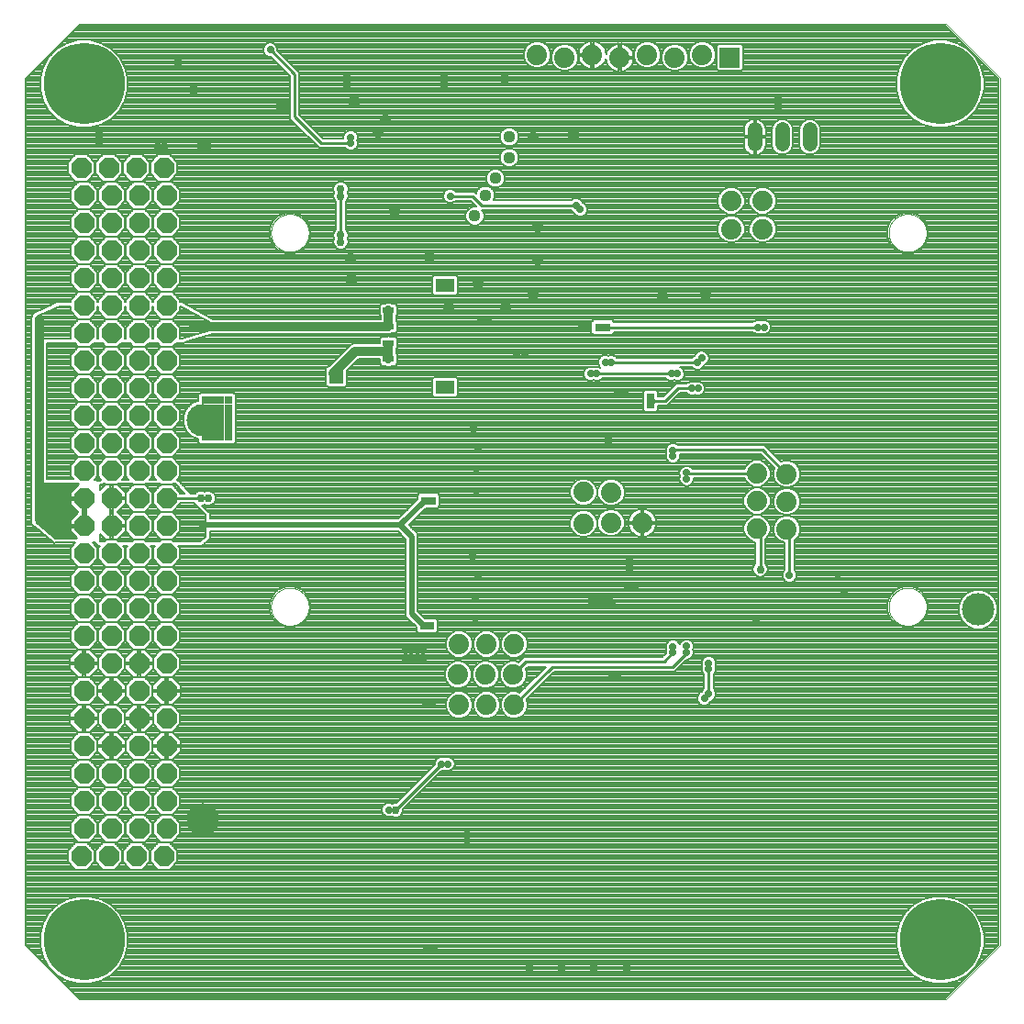
<source format=gbl>
G75*
%MOIN*%
%OFA0B0*%
%FSLAX25Y25*%
%IPPOS*%
%LPD*%
%AMOC8*
5,1,8,0,0,1.08239X$1,22.5*
%
%ADD10C,0.00000*%
%ADD11C,0.29528*%
%ADD12OC8,0.07400*%
%ADD13C,0.07400*%
%ADD14C,0.04400*%
%ADD15R,0.07400X0.07400*%
%ADD16C,0.05200*%
%ADD17R,0.03937X0.02362*%
%ADD18R,0.07087X0.04921*%
%ADD19C,0.02978*%
%ADD20R,0.02978X0.02978*%
%ADD21C,0.00800*%
%ADD22R,0.02781X0.02781*%
%ADD23C,0.02781*%
%ADD24C,0.11811*%
%ADD25C,0.01000*%
%ADD26C,0.01600*%
%ADD27C,0.03200*%
%ADD28C,0.02400*%
%ADD29C,0.02000*%
D10*
X0003172Y0020888D02*
X0003172Y0335849D01*
X0022857Y0355534D01*
X0337817Y0355534D01*
X0357502Y0335849D01*
X0357502Y0020888D01*
X0337817Y0001203D01*
X0022857Y0001203D01*
X0003172Y0020888D01*
X0092738Y0143920D02*
X0092740Y0144089D01*
X0092746Y0144258D01*
X0092757Y0144427D01*
X0092771Y0144595D01*
X0092790Y0144763D01*
X0092813Y0144931D01*
X0092839Y0145098D01*
X0092870Y0145264D01*
X0092905Y0145430D01*
X0092944Y0145594D01*
X0092988Y0145758D01*
X0093035Y0145920D01*
X0093086Y0146081D01*
X0093141Y0146241D01*
X0093200Y0146400D01*
X0093262Y0146557D01*
X0093329Y0146712D01*
X0093400Y0146866D01*
X0093474Y0147018D01*
X0093552Y0147168D01*
X0093633Y0147316D01*
X0093718Y0147462D01*
X0093807Y0147606D01*
X0093899Y0147748D01*
X0093995Y0147887D01*
X0094094Y0148024D01*
X0094196Y0148159D01*
X0094302Y0148291D01*
X0094411Y0148420D01*
X0094523Y0148547D01*
X0094638Y0148671D01*
X0094756Y0148792D01*
X0094877Y0148910D01*
X0095001Y0149025D01*
X0095128Y0149137D01*
X0095257Y0149246D01*
X0095389Y0149352D01*
X0095524Y0149454D01*
X0095661Y0149553D01*
X0095800Y0149649D01*
X0095942Y0149741D01*
X0096086Y0149830D01*
X0096232Y0149915D01*
X0096380Y0149996D01*
X0096530Y0150074D01*
X0096682Y0150148D01*
X0096836Y0150219D01*
X0096991Y0150286D01*
X0097148Y0150348D01*
X0097307Y0150407D01*
X0097467Y0150462D01*
X0097628Y0150513D01*
X0097790Y0150560D01*
X0097954Y0150604D01*
X0098118Y0150643D01*
X0098284Y0150678D01*
X0098450Y0150709D01*
X0098617Y0150735D01*
X0098785Y0150758D01*
X0098953Y0150777D01*
X0099121Y0150791D01*
X0099290Y0150802D01*
X0099459Y0150808D01*
X0099628Y0150810D01*
X0099797Y0150808D01*
X0099966Y0150802D01*
X0100135Y0150791D01*
X0100303Y0150777D01*
X0100471Y0150758D01*
X0100639Y0150735D01*
X0100806Y0150709D01*
X0100972Y0150678D01*
X0101138Y0150643D01*
X0101302Y0150604D01*
X0101466Y0150560D01*
X0101628Y0150513D01*
X0101789Y0150462D01*
X0101949Y0150407D01*
X0102108Y0150348D01*
X0102265Y0150286D01*
X0102420Y0150219D01*
X0102574Y0150148D01*
X0102726Y0150074D01*
X0102876Y0149996D01*
X0103024Y0149915D01*
X0103170Y0149830D01*
X0103314Y0149741D01*
X0103456Y0149649D01*
X0103595Y0149553D01*
X0103732Y0149454D01*
X0103867Y0149352D01*
X0103999Y0149246D01*
X0104128Y0149137D01*
X0104255Y0149025D01*
X0104379Y0148910D01*
X0104500Y0148792D01*
X0104618Y0148671D01*
X0104733Y0148547D01*
X0104845Y0148420D01*
X0104954Y0148291D01*
X0105060Y0148159D01*
X0105162Y0148024D01*
X0105261Y0147887D01*
X0105357Y0147748D01*
X0105449Y0147606D01*
X0105538Y0147462D01*
X0105623Y0147316D01*
X0105704Y0147168D01*
X0105782Y0147018D01*
X0105856Y0146866D01*
X0105927Y0146712D01*
X0105994Y0146557D01*
X0106056Y0146400D01*
X0106115Y0146241D01*
X0106170Y0146081D01*
X0106221Y0145920D01*
X0106268Y0145758D01*
X0106312Y0145594D01*
X0106351Y0145430D01*
X0106386Y0145264D01*
X0106417Y0145098D01*
X0106443Y0144931D01*
X0106466Y0144763D01*
X0106485Y0144595D01*
X0106499Y0144427D01*
X0106510Y0144258D01*
X0106516Y0144089D01*
X0106518Y0143920D01*
X0106516Y0143751D01*
X0106510Y0143582D01*
X0106499Y0143413D01*
X0106485Y0143245D01*
X0106466Y0143077D01*
X0106443Y0142909D01*
X0106417Y0142742D01*
X0106386Y0142576D01*
X0106351Y0142410D01*
X0106312Y0142246D01*
X0106268Y0142082D01*
X0106221Y0141920D01*
X0106170Y0141759D01*
X0106115Y0141599D01*
X0106056Y0141440D01*
X0105994Y0141283D01*
X0105927Y0141128D01*
X0105856Y0140974D01*
X0105782Y0140822D01*
X0105704Y0140672D01*
X0105623Y0140524D01*
X0105538Y0140378D01*
X0105449Y0140234D01*
X0105357Y0140092D01*
X0105261Y0139953D01*
X0105162Y0139816D01*
X0105060Y0139681D01*
X0104954Y0139549D01*
X0104845Y0139420D01*
X0104733Y0139293D01*
X0104618Y0139169D01*
X0104500Y0139048D01*
X0104379Y0138930D01*
X0104255Y0138815D01*
X0104128Y0138703D01*
X0103999Y0138594D01*
X0103867Y0138488D01*
X0103732Y0138386D01*
X0103595Y0138287D01*
X0103456Y0138191D01*
X0103314Y0138099D01*
X0103170Y0138010D01*
X0103024Y0137925D01*
X0102876Y0137844D01*
X0102726Y0137766D01*
X0102574Y0137692D01*
X0102420Y0137621D01*
X0102265Y0137554D01*
X0102108Y0137492D01*
X0101949Y0137433D01*
X0101789Y0137378D01*
X0101628Y0137327D01*
X0101466Y0137280D01*
X0101302Y0137236D01*
X0101138Y0137197D01*
X0100972Y0137162D01*
X0100806Y0137131D01*
X0100639Y0137105D01*
X0100471Y0137082D01*
X0100303Y0137063D01*
X0100135Y0137049D01*
X0099966Y0137038D01*
X0099797Y0137032D01*
X0099628Y0137030D01*
X0099459Y0137032D01*
X0099290Y0137038D01*
X0099121Y0137049D01*
X0098953Y0137063D01*
X0098785Y0137082D01*
X0098617Y0137105D01*
X0098450Y0137131D01*
X0098284Y0137162D01*
X0098118Y0137197D01*
X0097954Y0137236D01*
X0097790Y0137280D01*
X0097628Y0137327D01*
X0097467Y0137378D01*
X0097307Y0137433D01*
X0097148Y0137492D01*
X0096991Y0137554D01*
X0096836Y0137621D01*
X0096682Y0137692D01*
X0096530Y0137766D01*
X0096380Y0137844D01*
X0096232Y0137925D01*
X0096086Y0138010D01*
X0095942Y0138099D01*
X0095800Y0138191D01*
X0095661Y0138287D01*
X0095524Y0138386D01*
X0095389Y0138488D01*
X0095257Y0138594D01*
X0095128Y0138703D01*
X0095001Y0138815D01*
X0094877Y0138930D01*
X0094756Y0139048D01*
X0094638Y0139169D01*
X0094523Y0139293D01*
X0094411Y0139420D01*
X0094302Y0139549D01*
X0094196Y0139681D01*
X0094094Y0139816D01*
X0093995Y0139953D01*
X0093899Y0140092D01*
X0093807Y0140234D01*
X0093718Y0140378D01*
X0093633Y0140524D01*
X0093552Y0140672D01*
X0093474Y0140822D01*
X0093400Y0140974D01*
X0093329Y0141128D01*
X0093262Y0141283D01*
X0093200Y0141440D01*
X0093141Y0141599D01*
X0093086Y0141759D01*
X0093035Y0141920D01*
X0092988Y0142082D01*
X0092944Y0142246D01*
X0092905Y0142410D01*
X0092870Y0142576D01*
X0092839Y0142742D01*
X0092813Y0142909D01*
X0092790Y0143077D01*
X0092771Y0143245D01*
X0092757Y0143413D01*
X0092746Y0143582D01*
X0092740Y0143751D01*
X0092738Y0143920D01*
X0092738Y0279746D02*
X0092740Y0279915D01*
X0092746Y0280084D01*
X0092757Y0280253D01*
X0092771Y0280421D01*
X0092790Y0280589D01*
X0092813Y0280757D01*
X0092839Y0280924D01*
X0092870Y0281090D01*
X0092905Y0281256D01*
X0092944Y0281420D01*
X0092988Y0281584D01*
X0093035Y0281746D01*
X0093086Y0281907D01*
X0093141Y0282067D01*
X0093200Y0282226D01*
X0093262Y0282383D01*
X0093329Y0282538D01*
X0093400Y0282692D01*
X0093474Y0282844D01*
X0093552Y0282994D01*
X0093633Y0283142D01*
X0093718Y0283288D01*
X0093807Y0283432D01*
X0093899Y0283574D01*
X0093995Y0283713D01*
X0094094Y0283850D01*
X0094196Y0283985D01*
X0094302Y0284117D01*
X0094411Y0284246D01*
X0094523Y0284373D01*
X0094638Y0284497D01*
X0094756Y0284618D01*
X0094877Y0284736D01*
X0095001Y0284851D01*
X0095128Y0284963D01*
X0095257Y0285072D01*
X0095389Y0285178D01*
X0095524Y0285280D01*
X0095661Y0285379D01*
X0095800Y0285475D01*
X0095942Y0285567D01*
X0096086Y0285656D01*
X0096232Y0285741D01*
X0096380Y0285822D01*
X0096530Y0285900D01*
X0096682Y0285974D01*
X0096836Y0286045D01*
X0096991Y0286112D01*
X0097148Y0286174D01*
X0097307Y0286233D01*
X0097467Y0286288D01*
X0097628Y0286339D01*
X0097790Y0286386D01*
X0097954Y0286430D01*
X0098118Y0286469D01*
X0098284Y0286504D01*
X0098450Y0286535D01*
X0098617Y0286561D01*
X0098785Y0286584D01*
X0098953Y0286603D01*
X0099121Y0286617D01*
X0099290Y0286628D01*
X0099459Y0286634D01*
X0099628Y0286636D01*
X0099797Y0286634D01*
X0099966Y0286628D01*
X0100135Y0286617D01*
X0100303Y0286603D01*
X0100471Y0286584D01*
X0100639Y0286561D01*
X0100806Y0286535D01*
X0100972Y0286504D01*
X0101138Y0286469D01*
X0101302Y0286430D01*
X0101466Y0286386D01*
X0101628Y0286339D01*
X0101789Y0286288D01*
X0101949Y0286233D01*
X0102108Y0286174D01*
X0102265Y0286112D01*
X0102420Y0286045D01*
X0102574Y0285974D01*
X0102726Y0285900D01*
X0102876Y0285822D01*
X0103024Y0285741D01*
X0103170Y0285656D01*
X0103314Y0285567D01*
X0103456Y0285475D01*
X0103595Y0285379D01*
X0103732Y0285280D01*
X0103867Y0285178D01*
X0103999Y0285072D01*
X0104128Y0284963D01*
X0104255Y0284851D01*
X0104379Y0284736D01*
X0104500Y0284618D01*
X0104618Y0284497D01*
X0104733Y0284373D01*
X0104845Y0284246D01*
X0104954Y0284117D01*
X0105060Y0283985D01*
X0105162Y0283850D01*
X0105261Y0283713D01*
X0105357Y0283574D01*
X0105449Y0283432D01*
X0105538Y0283288D01*
X0105623Y0283142D01*
X0105704Y0282994D01*
X0105782Y0282844D01*
X0105856Y0282692D01*
X0105927Y0282538D01*
X0105994Y0282383D01*
X0106056Y0282226D01*
X0106115Y0282067D01*
X0106170Y0281907D01*
X0106221Y0281746D01*
X0106268Y0281584D01*
X0106312Y0281420D01*
X0106351Y0281256D01*
X0106386Y0281090D01*
X0106417Y0280924D01*
X0106443Y0280757D01*
X0106466Y0280589D01*
X0106485Y0280421D01*
X0106499Y0280253D01*
X0106510Y0280084D01*
X0106516Y0279915D01*
X0106518Y0279746D01*
X0106516Y0279577D01*
X0106510Y0279408D01*
X0106499Y0279239D01*
X0106485Y0279071D01*
X0106466Y0278903D01*
X0106443Y0278735D01*
X0106417Y0278568D01*
X0106386Y0278402D01*
X0106351Y0278236D01*
X0106312Y0278072D01*
X0106268Y0277908D01*
X0106221Y0277746D01*
X0106170Y0277585D01*
X0106115Y0277425D01*
X0106056Y0277266D01*
X0105994Y0277109D01*
X0105927Y0276954D01*
X0105856Y0276800D01*
X0105782Y0276648D01*
X0105704Y0276498D01*
X0105623Y0276350D01*
X0105538Y0276204D01*
X0105449Y0276060D01*
X0105357Y0275918D01*
X0105261Y0275779D01*
X0105162Y0275642D01*
X0105060Y0275507D01*
X0104954Y0275375D01*
X0104845Y0275246D01*
X0104733Y0275119D01*
X0104618Y0274995D01*
X0104500Y0274874D01*
X0104379Y0274756D01*
X0104255Y0274641D01*
X0104128Y0274529D01*
X0103999Y0274420D01*
X0103867Y0274314D01*
X0103732Y0274212D01*
X0103595Y0274113D01*
X0103456Y0274017D01*
X0103314Y0273925D01*
X0103170Y0273836D01*
X0103024Y0273751D01*
X0102876Y0273670D01*
X0102726Y0273592D01*
X0102574Y0273518D01*
X0102420Y0273447D01*
X0102265Y0273380D01*
X0102108Y0273318D01*
X0101949Y0273259D01*
X0101789Y0273204D01*
X0101628Y0273153D01*
X0101466Y0273106D01*
X0101302Y0273062D01*
X0101138Y0273023D01*
X0100972Y0272988D01*
X0100806Y0272957D01*
X0100639Y0272931D01*
X0100471Y0272908D01*
X0100303Y0272889D01*
X0100135Y0272875D01*
X0099966Y0272864D01*
X0099797Y0272858D01*
X0099628Y0272856D01*
X0099459Y0272858D01*
X0099290Y0272864D01*
X0099121Y0272875D01*
X0098953Y0272889D01*
X0098785Y0272908D01*
X0098617Y0272931D01*
X0098450Y0272957D01*
X0098284Y0272988D01*
X0098118Y0273023D01*
X0097954Y0273062D01*
X0097790Y0273106D01*
X0097628Y0273153D01*
X0097467Y0273204D01*
X0097307Y0273259D01*
X0097148Y0273318D01*
X0096991Y0273380D01*
X0096836Y0273447D01*
X0096682Y0273518D01*
X0096530Y0273592D01*
X0096380Y0273670D01*
X0096232Y0273751D01*
X0096086Y0273836D01*
X0095942Y0273925D01*
X0095800Y0274017D01*
X0095661Y0274113D01*
X0095524Y0274212D01*
X0095389Y0274314D01*
X0095257Y0274420D01*
X0095128Y0274529D01*
X0095001Y0274641D01*
X0094877Y0274756D01*
X0094756Y0274874D01*
X0094638Y0274995D01*
X0094523Y0275119D01*
X0094411Y0275246D01*
X0094302Y0275375D01*
X0094196Y0275507D01*
X0094094Y0275642D01*
X0093995Y0275779D01*
X0093899Y0275918D01*
X0093807Y0276060D01*
X0093718Y0276204D01*
X0093633Y0276350D01*
X0093552Y0276498D01*
X0093474Y0276648D01*
X0093400Y0276800D01*
X0093329Y0276954D01*
X0093262Y0277109D01*
X0093200Y0277266D01*
X0093141Y0277425D01*
X0093086Y0277585D01*
X0093035Y0277746D01*
X0092988Y0277908D01*
X0092944Y0278072D01*
X0092905Y0278236D01*
X0092870Y0278402D01*
X0092839Y0278568D01*
X0092813Y0278735D01*
X0092790Y0278903D01*
X0092771Y0279071D01*
X0092757Y0279239D01*
X0092746Y0279408D01*
X0092740Y0279577D01*
X0092738Y0279746D01*
X0317148Y0279746D02*
X0317150Y0279915D01*
X0317156Y0280084D01*
X0317167Y0280253D01*
X0317181Y0280421D01*
X0317200Y0280589D01*
X0317223Y0280757D01*
X0317249Y0280924D01*
X0317280Y0281090D01*
X0317315Y0281256D01*
X0317354Y0281420D01*
X0317398Y0281584D01*
X0317445Y0281746D01*
X0317496Y0281907D01*
X0317551Y0282067D01*
X0317610Y0282226D01*
X0317672Y0282383D01*
X0317739Y0282538D01*
X0317810Y0282692D01*
X0317884Y0282844D01*
X0317962Y0282994D01*
X0318043Y0283142D01*
X0318128Y0283288D01*
X0318217Y0283432D01*
X0318309Y0283574D01*
X0318405Y0283713D01*
X0318504Y0283850D01*
X0318606Y0283985D01*
X0318712Y0284117D01*
X0318821Y0284246D01*
X0318933Y0284373D01*
X0319048Y0284497D01*
X0319166Y0284618D01*
X0319287Y0284736D01*
X0319411Y0284851D01*
X0319538Y0284963D01*
X0319667Y0285072D01*
X0319799Y0285178D01*
X0319934Y0285280D01*
X0320071Y0285379D01*
X0320210Y0285475D01*
X0320352Y0285567D01*
X0320496Y0285656D01*
X0320642Y0285741D01*
X0320790Y0285822D01*
X0320940Y0285900D01*
X0321092Y0285974D01*
X0321246Y0286045D01*
X0321401Y0286112D01*
X0321558Y0286174D01*
X0321717Y0286233D01*
X0321877Y0286288D01*
X0322038Y0286339D01*
X0322200Y0286386D01*
X0322364Y0286430D01*
X0322528Y0286469D01*
X0322694Y0286504D01*
X0322860Y0286535D01*
X0323027Y0286561D01*
X0323195Y0286584D01*
X0323363Y0286603D01*
X0323531Y0286617D01*
X0323700Y0286628D01*
X0323869Y0286634D01*
X0324038Y0286636D01*
X0324207Y0286634D01*
X0324376Y0286628D01*
X0324545Y0286617D01*
X0324713Y0286603D01*
X0324881Y0286584D01*
X0325049Y0286561D01*
X0325216Y0286535D01*
X0325382Y0286504D01*
X0325548Y0286469D01*
X0325712Y0286430D01*
X0325876Y0286386D01*
X0326038Y0286339D01*
X0326199Y0286288D01*
X0326359Y0286233D01*
X0326518Y0286174D01*
X0326675Y0286112D01*
X0326830Y0286045D01*
X0326984Y0285974D01*
X0327136Y0285900D01*
X0327286Y0285822D01*
X0327434Y0285741D01*
X0327580Y0285656D01*
X0327724Y0285567D01*
X0327866Y0285475D01*
X0328005Y0285379D01*
X0328142Y0285280D01*
X0328277Y0285178D01*
X0328409Y0285072D01*
X0328538Y0284963D01*
X0328665Y0284851D01*
X0328789Y0284736D01*
X0328910Y0284618D01*
X0329028Y0284497D01*
X0329143Y0284373D01*
X0329255Y0284246D01*
X0329364Y0284117D01*
X0329470Y0283985D01*
X0329572Y0283850D01*
X0329671Y0283713D01*
X0329767Y0283574D01*
X0329859Y0283432D01*
X0329948Y0283288D01*
X0330033Y0283142D01*
X0330114Y0282994D01*
X0330192Y0282844D01*
X0330266Y0282692D01*
X0330337Y0282538D01*
X0330404Y0282383D01*
X0330466Y0282226D01*
X0330525Y0282067D01*
X0330580Y0281907D01*
X0330631Y0281746D01*
X0330678Y0281584D01*
X0330722Y0281420D01*
X0330761Y0281256D01*
X0330796Y0281090D01*
X0330827Y0280924D01*
X0330853Y0280757D01*
X0330876Y0280589D01*
X0330895Y0280421D01*
X0330909Y0280253D01*
X0330920Y0280084D01*
X0330926Y0279915D01*
X0330928Y0279746D01*
X0330926Y0279577D01*
X0330920Y0279408D01*
X0330909Y0279239D01*
X0330895Y0279071D01*
X0330876Y0278903D01*
X0330853Y0278735D01*
X0330827Y0278568D01*
X0330796Y0278402D01*
X0330761Y0278236D01*
X0330722Y0278072D01*
X0330678Y0277908D01*
X0330631Y0277746D01*
X0330580Y0277585D01*
X0330525Y0277425D01*
X0330466Y0277266D01*
X0330404Y0277109D01*
X0330337Y0276954D01*
X0330266Y0276800D01*
X0330192Y0276648D01*
X0330114Y0276498D01*
X0330033Y0276350D01*
X0329948Y0276204D01*
X0329859Y0276060D01*
X0329767Y0275918D01*
X0329671Y0275779D01*
X0329572Y0275642D01*
X0329470Y0275507D01*
X0329364Y0275375D01*
X0329255Y0275246D01*
X0329143Y0275119D01*
X0329028Y0274995D01*
X0328910Y0274874D01*
X0328789Y0274756D01*
X0328665Y0274641D01*
X0328538Y0274529D01*
X0328409Y0274420D01*
X0328277Y0274314D01*
X0328142Y0274212D01*
X0328005Y0274113D01*
X0327866Y0274017D01*
X0327724Y0273925D01*
X0327580Y0273836D01*
X0327434Y0273751D01*
X0327286Y0273670D01*
X0327136Y0273592D01*
X0326984Y0273518D01*
X0326830Y0273447D01*
X0326675Y0273380D01*
X0326518Y0273318D01*
X0326359Y0273259D01*
X0326199Y0273204D01*
X0326038Y0273153D01*
X0325876Y0273106D01*
X0325712Y0273062D01*
X0325548Y0273023D01*
X0325382Y0272988D01*
X0325216Y0272957D01*
X0325049Y0272931D01*
X0324881Y0272908D01*
X0324713Y0272889D01*
X0324545Y0272875D01*
X0324376Y0272864D01*
X0324207Y0272858D01*
X0324038Y0272856D01*
X0323869Y0272858D01*
X0323700Y0272864D01*
X0323531Y0272875D01*
X0323363Y0272889D01*
X0323195Y0272908D01*
X0323027Y0272931D01*
X0322860Y0272957D01*
X0322694Y0272988D01*
X0322528Y0273023D01*
X0322364Y0273062D01*
X0322200Y0273106D01*
X0322038Y0273153D01*
X0321877Y0273204D01*
X0321717Y0273259D01*
X0321558Y0273318D01*
X0321401Y0273380D01*
X0321246Y0273447D01*
X0321092Y0273518D01*
X0320940Y0273592D01*
X0320790Y0273670D01*
X0320642Y0273751D01*
X0320496Y0273836D01*
X0320352Y0273925D01*
X0320210Y0274017D01*
X0320071Y0274113D01*
X0319934Y0274212D01*
X0319799Y0274314D01*
X0319667Y0274420D01*
X0319538Y0274529D01*
X0319411Y0274641D01*
X0319287Y0274756D01*
X0319166Y0274874D01*
X0319048Y0274995D01*
X0318933Y0275119D01*
X0318821Y0275246D01*
X0318712Y0275375D01*
X0318606Y0275507D01*
X0318504Y0275642D01*
X0318405Y0275779D01*
X0318309Y0275918D01*
X0318217Y0276060D01*
X0318128Y0276204D01*
X0318043Y0276350D01*
X0317962Y0276498D01*
X0317884Y0276648D01*
X0317810Y0276800D01*
X0317739Y0276954D01*
X0317672Y0277109D01*
X0317610Y0277266D01*
X0317551Y0277425D01*
X0317496Y0277585D01*
X0317445Y0277746D01*
X0317398Y0277908D01*
X0317354Y0278072D01*
X0317315Y0278236D01*
X0317280Y0278402D01*
X0317249Y0278568D01*
X0317223Y0278735D01*
X0317200Y0278903D01*
X0317181Y0279071D01*
X0317167Y0279239D01*
X0317156Y0279408D01*
X0317150Y0279577D01*
X0317148Y0279746D01*
X0317148Y0143920D02*
X0317150Y0144089D01*
X0317156Y0144258D01*
X0317167Y0144427D01*
X0317181Y0144595D01*
X0317200Y0144763D01*
X0317223Y0144931D01*
X0317249Y0145098D01*
X0317280Y0145264D01*
X0317315Y0145430D01*
X0317354Y0145594D01*
X0317398Y0145758D01*
X0317445Y0145920D01*
X0317496Y0146081D01*
X0317551Y0146241D01*
X0317610Y0146400D01*
X0317672Y0146557D01*
X0317739Y0146712D01*
X0317810Y0146866D01*
X0317884Y0147018D01*
X0317962Y0147168D01*
X0318043Y0147316D01*
X0318128Y0147462D01*
X0318217Y0147606D01*
X0318309Y0147748D01*
X0318405Y0147887D01*
X0318504Y0148024D01*
X0318606Y0148159D01*
X0318712Y0148291D01*
X0318821Y0148420D01*
X0318933Y0148547D01*
X0319048Y0148671D01*
X0319166Y0148792D01*
X0319287Y0148910D01*
X0319411Y0149025D01*
X0319538Y0149137D01*
X0319667Y0149246D01*
X0319799Y0149352D01*
X0319934Y0149454D01*
X0320071Y0149553D01*
X0320210Y0149649D01*
X0320352Y0149741D01*
X0320496Y0149830D01*
X0320642Y0149915D01*
X0320790Y0149996D01*
X0320940Y0150074D01*
X0321092Y0150148D01*
X0321246Y0150219D01*
X0321401Y0150286D01*
X0321558Y0150348D01*
X0321717Y0150407D01*
X0321877Y0150462D01*
X0322038Y0150513D01*
X0322200Y0150560D01*
X0322364Y0150604D01*
X0322528Y0150643D01*
X0322694Y0150678D01*
X0322860Y0150709D01*
X0323027Y0150735D01*
X0323195Y0150758D01*
X0323363Y0150777D01*
X0323531Y0150791D01*
X0323700Y0150802D01*
X0323869Y0150808D01*
X0324038Y0150810D01*
X0324207Y0150808D01*
X0324376Y0150802D01*
X0324545Y0150791D01*
X0324713Y0150777D01*
X0324881Y0150758D01*
X0325049Y0150735D01*
X0325216Y0150709D01*
X0325382Y0150678D01*
X0325548Y0150643D01*
X0325712Y0150604D01*
X0325876Y0150560D01*
X0326038Y0150513D01*
X0326199Y0150462D01*
X0326359Y0150407D01*
X0326518Y0150348D01*
X0326675Y0150286D01*
X0326830Y0150219D01*
X0326984Y0150148D01*
X0327136Y0150074D01*
X0327286Y0149996D01*
X0327434Y0149915D01*
X0327580Y0149830D01*
X0327724Y0149741D01*
X0327866Y0149649D01*
X0328005Y0149553D01*
X0328142Y0149454D01*
X0328277Y0149352D01*
X0328409Y0149246D01*
X0328538Y0149137D01*
X0328665Y0149025D01*
X0328789Y0148910D01*
X0328910Y0148792D01*
X0329028Y0148671D01*
X0329143Y0148547D01*
X0329255Y0148420D01*
X0329364Y0148291D01*
X0329470Y0148159D01*
X0329572Y0148024D01*
X0329671Y0147887D01*
X0329767Y0147748D01*
X0329859Y0147606D01*
X0329948Y0147462D01*
X0330033Y0147316D01*
X0330114Y0147168D01*
X0330192Y0147018D01*
X0330266Y0146866D01*
X0330337Y0146712D01*
X0330404Y0146557D01*
X0330466Y0146400D01*
X0330525Y0146241D01*
X0330580Y0146081D01*
X0330631Y0145920D01*
X0330678Y0145758D01*
X0330722Y0145594D01*
X0330761Y0145430D01*
X0330796Y0145264D01*
X0330827Y0145098D01*
X0330853Y0144931D01*
X0330876Y0144763D01*
X0330895Y0144595D01*
X0330909Y0144427D01*
X0330920Y0144258D01*
X0330926Y0144089D01*
X0330928Y0143920D01*
X0330926Y0143751D01*
X0330920Y0143582D01*
X0330909Y0143413D01*
X0330895Y0143245D01*
X0330876Y0143077D01*
X0330853Y0142909D01*
X0330827Y0142742D01*
X0330796Y0142576D01*
X0330761Y0142410D01*
X0330722Y0142246D01*
X0330678Y0142082D01*
X0330631Y0141920D01*
X0330580Y0141759D01*
X0330525Y0141599D01*
X0330466Y0141440D01*
X0330404Y0141283D01*
X0330337Y0141128D01*
X0330266Y0140974D01*
X0330192Y0140822D01*
X0330114Y0140672D01*
X0330033Y0140524D01*
X0329948Y0140378D01*
X0329859Y0140234D01*
X0329767Y0140092D01*
X0329671Y0139953D01*
X0329572Y0139816D01*
X0329470Y0139681D01*
X0329364Y0139549D01*
X0329255Y0139420D01*
X0329143Y0139293D01*
X0329028Y0139169D01*
X0328910Y0139048D01*
X0328789Y0138930D01*
X0328665Y0138815D01*
X0328538Y0138703D01*
X0328409Y0138594D01*
X0328277Y0138488D01*
X0328142Y0138386D01*
X0328005Y0138287D01*
X0327866Y0138191D01*
X0327724Y0138099D01*
X0327580Y0138010D01*
X0327434Y0137925D01*
X0327286Y0137844D01*
X0327136Y0137766D01*
X0326984Y0137692D01*
X0326830Y0137621D01*
X0326675Y0137554D01*
X0326518Y0137492D01*
X0326359Y0137433D01*
X0326199Y0137378D01*
X0326038Y0137327D01*
X0325876Y0137280D01*
X0325712Y0137236D01*
X0325548Y0137197D01*
X0325382Y0137162D01*
X0325216Y0137131D01*
X0325049Y0137105D01*
X0324881Y0137082D01*
X0324713Y0137063D01*
X0324545Y0137049D01*
X0324376Y0137038D01*
X0324207Y0137032D01*
X0324038Y0137030D01*
X0323869Y0137032D01*
X0323700Y0137038D01*
X0323531Y0137049D01*
X0323363Y0137063D01*
X0323195Y0137082D01*
X0323027Y0137105D01*
X0322860Y0137131D01*
X0322694Y0137162D01*
X0322528Y0137197D01*
X0322364Y0137236D01*
X0322200Y0137280D01*
X0322038Y0137327D01*
X0321877Y0137378D01*
X0321717Y0137433D01*
X0321558Y0137492D01*
X0321401Y0137554D01*
X0321246Y0137621D01*
X0321092Y0137692D01*
X0320940Y0137766D01*
X0320790Y0137844D01*
X0320642Y0137925D01*
X0320496Y0138010D01*
X0320352Y0138099D01*
X0320210Y0138191D01*
X0320071Y0138287D01*
X0319934Y0138386D01*
X0319799Y0138488D01*
X0319667Y0138594D01*
X0319538Y0138703D01*
X0319411Y0138815D01*
X0319287Y0138930D01*
X0319166Y0139048D01*
X0319048Y0139169D01*
X0318933Y0139293D01*
X0318821Y0139420D01*
X0318712Y0139549D01*
X0318606Y0139681D01*
X0318504Y0139816D01*
X0318405Y0139953D01*
X0318309Y0140092D01*
X0318217Y0140234D01*
X0318128Y0140378D01*
X0318043Y0140524D01*
X0317962Y0140672D01*
X0317884Y0140822D01*
X0317810Y0140974D01*
X0317739Y0141128D01*
X0317672Y0141283D01*
X0317610Y0141440D01*
X0317551Y0141599D01*
X0317496Y0141759D01*
X0317445Y0141920D01*
X0317398Y0142082D01*
X0317354Y0142246D01*
X0317315Y0142410D01*
X0317280Y0142576D01*
X0317249Y0142742D01*
X0317223Y0142909D01*
X0317200Y0143077D01*
X0317181Y0143245D01*
X0317167Y0143413D01*
X0317156Y0143582D01*
X0317150Y0143751D01*
X0317148Y0143920D01*
D11*
X0335849Y0022857D03*
X0335849Y0333880D03*
X0024825Y0333880D03*
X0024825Y0022857D03*
D12*
X0023825Y0053369D03*
X0033825Y0053369D03*
X0043825Y0053369D03*
X0053825Y0053369D03*
X0054825Y0063369D03*
X0054825Y0073369D03*
X0054825Y0083369D03*
X0054825Y0093369D03*
X0054825Y0103369D03*
X0054825Y0113369D03*
X0054825Y0123369D03*
X0054825Y0133369D03*
X0054825Y0143369D03*
X0054825Y0153369D03*
X0054825Y0163369D03*
X0054825Y0173369D03*
X0054825Y0183369D03*
X0054825Y0193369D03*
X0054825Y0203369D03*
X0054825Y0213369D03*
X0054825Y0223369D03*
X0054825Y0233369D03*
X0054825Y0243369D03*
X0054825Y0253369D03*
X0054825Y0263369D03*
X0054825Y0273369D03*
X0054825Y0283369D03*
X0054825Y0293369D03*
X0053825Y0303369D03*
X0043825Y0303369D03*
X0044825Y0293369D03*
X0034825Y0293369D03*
X0033825Y0303369D03*
X0023825Y0303369D03*
X0024825Y0293369D03*
X0024825Y0283369D03*
X0034825Y0283369D03*
X0044825Y0283369D03*
X0044825Y0273369D03*
X0034825Y0273369D03*
X0024825Y0273369D03*
X0024825Y0263369D03*
X0034825Y0263369D03*
X0044825Y0263369D03*
X0044825Y0253369D03*
X0044825Y0243369D03*
X0034825Y0243369D03*
X0034825Y0253369D03*
X0024825Y0253369D03*
X0024825Y0243369D03*
X0024825Y0233369D03*
X0034825Y0233369D03*
X0044825Y0233369D03*
X0044825Y0223369D03*
X0034825Y0223369D03*
X0024825Y0223369D03*
X0024825Y0213369D03*
X0024825Y0203369D03*
X0034825Y0203369D03*
X0034825Y0213369D03*
X0044825Y0213369D03*
X0044825Y0203369D03*
X0044825Y0193369D03*
X0034825Y0193369D03*
X0024825Y0193369D03*
X0024825Y0183369D03*
X0034825Y0183369D03*
X0044825Y0183369D03*
X0044825Y0173369D03*
X0044825Y0163369D03*
X0034825Y0163369D03*
X0034825Y0173369D03*
X0024825Y0173369D03*
X0024825Y0163369D03*
X0024825Y0153369D03*
X0034825Y0153369D03*
X0044825Y0153369D03*
X0044825Y0143369D03*
X0034825Y0143369D03*
X0024825Y0143369D03*
X0024825Y0133369D03*
X0024825Y0123369D03*
X0034825Y0123369D03*
X0034825Y0133369D03*
X0044825Y0133369D03*
X0044825Y0123369D03*
X0044825Y0113369D03*
X0034825Y0113369D03*
X0024825Y0113369D03*
X0024825Y0103369D03*
X0034825Y0103369D03*
X0044825Y0103369D03*
X0044825Y0093369D03*
X0044825Y0083369D03*
X0034825Y0083369D03*
X0034825Y0093369D03*
X0024825Y0093369D03*
X0024825Y0083369D03*
X0024825Y0073369D03*
X0034825Y0073369D03*
X0044825Y0073369D03*
X0044825Y0063369D03*
X0034825Y0063369D03*
X0024825Y0063369D03*
D13*
X0161046Y0108290D03*
X0171046Y0108290D03*
X0181046Y0108290D03*
X0180731Y0119313D03*
X0170731Y0119313D03*
X0160731Y0119313D03*
X0161046Y0130337D03*
X0171046Y0130337D03*
X0181046Y0130337D03*
X0206321Y0174125D03*
X0216251Y0174431D03*
X0216361Y0185455D03*
X0206321Y0185525D03*
X0227651Y0174431D03*
X0269313Y0172345D03*
X0269313Y0182345D03*
X0269313Y0192345D03*
X0280140Y0192148D03*
X0280140Y0182148D03*
X0280140Y0172148D03*
X0271352Y0281124D03*
X0271352Y0291361D03*
X0259952Y0291361D03*
X0259952Y0281124D03*
X0239471Y0343420D03*
X0249471Y0344420D03*
X0229471Y0344420D03*
X0219471Y0343420D03*
X0209471Y0344420D03*
X0199471Y0343420D03*
X0189471Y0344420D03*
D14*
X0202581Y0315376D03*
X0187817Y0314392D03*
X0179313Y0314599D03*
X0179313Y0307099D03*
X0174298Y0299578D03*
X0170677Y0293331D03*
X0166764Y0285849D03*
X0150416Y0271085D03*
X0157306Y0252384D03*
X0168132Y0261243D03*
X0177975Y0252384D03*
X0187817Y0257306D03*
X0189786Y0270101D03*
X0189786Y0281912D03*
X0235061Y0256321D03*
X0250809Y0257306D03*
X0137620Y0287817D03*
X0121774Y0270199D03*
X0121872Y0262719D03*
X0131715Y0316361D03*
X0134176Y0320790D03*
X0122857Y0327187D03*
D15*
X0259471Y0343420D03*
D16*
X0268565Y0317189D02*
X0268565Y0311989D01*
X0278565Y0311989D02*
X0278565Y0317189D01*
X0288565Y0317189D02*
X0288565Y0311989D01*
D17*
X0135455Y0251597D03*
X0135455Y0245691D03*
X0135455Y0239786D03*
X0135455Y0233880D03*
D18*
X0155928Y0223624D03*
X0155928Y0260672D03*
D19*
X0118132Y0276400D03*
X0118132Y0278959D03*
X0118132Y0293132D03*
X0118132Y0295691D03*
X0064806Y0330386D03*
X0064806Y0332886D03*
X0054087Y0310869D03*
X0051587Y0310869D03*
X0166164Y0208683D03*
X0168132Y0201794D03*
X0167148Y0193920D03*
X0167148Y0186046D03*
X0165967Y0162227D03*
X0167935Y0155337D03*
X0166951Y0147463D03*
X0166951Y0139589D03*
X0138014Y0070101D03*
X0164105Y0061483D03*
X0164105Y0058983D03*
X0268955Y0139195D03*
X0270494Y0157502D03*
X0298755Y0155595D03*
X0300955Y0149195D03*
X0069904Y0183329D03*
X0067306Y0183329D03*
D20*
X0068920Y0205534D03*
X0071676Y0205534D03*
X0074431Y0205534D03*
X0074431Y0208290D03*
X0072069Y0208290D03*
X0074431Y0211046D03*
X0074431Y0213408D03*
X0074431Y0216164D03*
X0071676Y0216164D03*
X0071676Y0218920D03*
X0074431Y0218920D03*
X0077187Y0218920D03*
X0077187Y0216164D03*
X0077187Y0213408D03*
X0077187Y0210652D03*
X0077187Y0207896D03*
X0077187Y0205534D03*
X0068920Y0218920D03*
X0148644Y0182502D03*
X0151203Y0182502D03*
X0150613Y0137030D03*
X0148250Y0137030D03*
X0148841Y0109274D03*
X0151203Y0109274D03*
X0210061Y0144510D03*
X0209471Y0146479D03*
X0211636Y0146479D03*
X0213605Y0146479D03*
X0214392Y0144510D03*
X0212227Y0144510D03*
X0215770Y0146479D03*
X0216557Y0144510D03*
X0222463Y0150613D03*
X0225022Y0150613D03*
X0223054Y0157699D03*
X0223054Y0160258D03*
X0218723Y0119117D03*
X0216557Y0119117D03*
X0215376Y0203172D03*
X0215376Y0205534D03*
X0230731Y0217345D03*
X0230731Y0220101D03*
X0221282Y0221282D03*
X0218526Y0221282D03*
X0214589Y0245494D03*
X0211833Y0245494D03*
X0276991Y0325219D03*
X0276991Y0327778D03*
X0177581Y0334274D03*
X0177581Y0336636D03*
X0155731Y0336833D03*
X0155731Y0334077D03*
X0120298Y0333683D03*
X0120298Y0336439D03*
X0098447Y0325280D03*
X0095947Y0325280D03*
X0069697Y0311530D03*
X0067197Y0311530D03*
X0058981Y0340977D03*
X0058981Y0343477D03*
X0030231Y0315977D03*
X0030231Y0313477D03*
X0149235Y0019707D03*
X0151991Y0019707D03*
X0186636Y0013802D03*
X0186636Y0011439D03*
X0198447Y0011439D03*
X0198447Y0013802D03*
X0210061Y0013802D03*
X0210061Y0011439D03*
X0222069Y0011439D03*
X0222069Y0013802D03*
D21*
X0012828Y0012278D02*
X0012489Y0012278D01*
X0012051Y0013055D02*
X0015023Y0010082D01*
X0018663Y0007981D01*
X0022724Y0006893D01*
X0026927Y0006893D01*
X0030987Y0007981D01*
X0034627Y0010082D01*
X0037599Y0013055D01*
X0039701Y0016695D01*
X0040789Y0020755D01*
X0040789Y0024958D01*
X0039701Y0029018D01*
X0037599Y0032659D01*
X0034627Y0035631D01*
X0030987Y0037733D01*
X0026927Y0038820D01*
X0022724Y0038820D01*
X0018663Y0037733D01*
X0015023Y0035631D01*
X0012051Y0032659D01*
X0009949Y0029018D01*
X0008861Y0024958D01*
X0008861Y0020755D01*
X0009949Y0016695D01*
X0012051Y0013055D01*
X0012038Y0013077D02*
X0011690Y0013077D01*
X0011577Y0013875D02*
X0010892Y0013875D01*
X0011116Y0014674D02*
X0010093Y0014674D01*
X0010655Y0015472D02*
X0009295Y0015472D01*
X0008496Y0016271D02*
X0010194Y0016271D01*
X0009849Y0017069D02*
X0007698Y0017069D01*
X0006899Y0017868D02*
X0009635Y0017868D01*
X0009421Y0018666D02*
X0006101Y0018666D01*
X0005302Y0019465D02*
X0009207Y0019465D01*
X0008993Y0020263D02*
X0004504Y0020263D01*
X0003705Y0021062D02*
X0008861Y0021062D01*
X0008861Y0021860D02*
X0003672Y0021860D01*
X0003672Y0021095D02*
X0003672Y0335642D01*
X0023064Y0355034D01*
X0337610Y0355034D01*
X0357002Y0335642D01*
X0357002Y0021095D01*
X0337610Y0001703D01*
X0023064Y0001703D01*
X0003672Y0021095D01*
X0003672Y0022659D02*
X0008861Y0022659D01*
X0008861Y0023457D02*
X0003672Y0023457D01*
X0003672Y0024256D02*
X0008861Y0024256D01*
X0008887Y0025054D02*
X0003672Y0025054D01*
X0003672Y0025853D02*
X0009101Y0025853D01*
X0009315Y0026651D02*
X0003672Y0026651D01*
X0003672Y0027450D02*
X0009529Y0027450D01*
X0009743Y0028248D02*
X0003672Y0028248D01*
X0003672Y0029047D02*
X0009966Y0029047D01*
X0010427Y0029845D02*
X0003672Y0029845D01*
X0003672Y0030644D02*
X0010888Y0030644D01*
X0011349Y0031442D02*
X0003672Y0031442D01*
X0003672Y0032241D02*
X0011810Y0032241D01*
X0012432Y0033039D02*
X0003672Y0033039D01*
X0003672Y0033838D02*
X0013230Y0033838D01*
X0014029Y0034636D02*
X0003672Y0034636D01*
X0003672Y0035435D02*
X0014827Y0035435D01*
X0016067Y0036233D02*
X0003672Y0036233D01*
X0003672Y0037032D02*
X0017450Y0037032D01*
X0019029Y0037831D02*
X0003672Y0037831D01*
X0003672Y0038629D02*
X0022009Y0038629D01*
X0027641Y0038629D02*
X0333033Y0038629D01*
X0333747Y0038820D02*
X0329687Y0037733D01*
X0326047Y0035631D01*
X0323075Y0032659D01*
X0320973Y0029018D01*
X0319885Y0024958D01*
X0319885Y0020755D01*
X0320973Y0016695D01*
X0323075Y0013055D01*
X0326047Y0010082D01*
X0329687Y0007981D01*
X0333747Y0006893D01*
X0337950Y0006893D01*
X0342011Y0007981D01*
X0345651Y0010082D01*
X0348623Y0013055D01*
X0350725Y0016695D01*
X0351813Y0020755D01*
X0351813Y0024958D01*
X0350725Y0029018D01*
X0348623Y0032659D01*
X0345651Y0035631D01*
X0342011Y0037733D01*
X0337950Y0038820D01*
X0333747Y0038820D01*
X0330053Y0037831D02*
X0030621Y0037831D01*
X0032200Y0037032D02*
X0328474Y0037032D01*
X0327091Y0036233D02*
X0033583Y0036233D01*
X0034823Y0035435D02*
X0325851Y0035435D01*
X0325052Y0034636D02*
X0035622Y0034636D01*
X0036420Y0033838D02*
X0324254Y0033838D01*
X0323455Y0033039D02*
X0037219Y0033039D01*
X0037841Y0032241D02*
X0322833Y0032241D01*
X0322372Y0031442D02*
X0038302Y0031442D01*
X0038763Y0030644D02*
X0321911Y0030644D01*
X0321450Y0029845D02*
X0039224Y0029845D01*
X0039685Y0029047D02*
X0320989Y0029047D01*
X0320767Y0028248D02*
X0039907Y0028248D01*
X0040121Y0027450D02*
X0320553Y0027450D01*
X0320339Y0026651D02*
X0040335Y0026651D01*
X0040549Y0025853D02*
X0320125Y0025853D01*
X0319911Y0025054D02*
X0040763Y0025054D01*
X0040789Y0024256D02*
X0319885Y0024256D01*
X0319885Y0023457D02*
X0040789Y0023457D01*
X0040789Y0022659D02*
X0319885Y0022659D01*
X0319885Y0021860D02*
X0040789Y0021860D01*
X0040789Y0021062D02*
X0319885Y0021062D01*
X0320017Y0020263D02*
X0040657Y0020263D01*
X0040443Y0019465D02*
X0320231Y0019465D01*
X0320445Y0018666D02*
X0040229Y0018666D01*
X0040015Y0017868D02*
X0320659Y0017868D01*
X0320873Y0017069D02*
X0039801Y0017069D01*
X0039456Y0016271D02*
X0321218Y0016271D01*
X0321679Y0015472D02*
X0038995Y0015472D01*
X0038534Y0014674D02*
X0322140Y0014674D01*
X0322601Y0013875D02*
X0038073Y0013875D01*
X0037612Y0013077D02*
X0323062Y0013077D01*
X0323851Y0012278D02*
X0036823Y0012278D01*
X0036024Y0011480D02*
X0324650Y0011480D01*
X0325448Y0010681D02*
X0035226Y0010681D01*
X0034281Y0009883D02*
X0326393Y0009883D01*
X0327776Y0009084D02*
X0032898Y0009084D01*
X0031515Y0008286D02*
X0329159Y0008286D01*
X0331530Y0007487D02*
X0029144Y0007487D01*
X0022869Y0001898D02*
X0337805Y0001898D01*
X0338603Y0002696D02*
X0022071Y0002696D01*
X0021272Y0003495D02*
X0339402Y0003495D01*
X0340200Y0004293D02*
X0020474Y0004293D01*
X0019675Y0005092D02*
X0340999Y0005092D01*
X0341797Y0005890D02*
X0018877Y0005890D01*
X0018078Y0006689D02*
X0342596Y0006689D01*
X0343394Y0007487D02*
X0340168Y0007487D01*
X0342538Y0008286D02*
X0344193Y0008286D01*
X0343922Y0009084D02*
X0344991Y0009084D01*
X0345305Y0009883D02*
X0345790Y0009883D01*
X0346249Y0010681D02*
X0346588Y0010681D01*
X0347048Y0011480D02*
X0347387Y0011480D01*
X0347846Y0012278D02*
X0348185Y0012278D01*
X0348636Y0013077D02*
X0348984Y0013077D01*
X0349097Y0013875D02*
X0349782Y0013875D01*
X0349558Y0014674D02*
X0350581Y0014674D01*
X0350019Y0015472D02*
X0351379Y0015472D01*
X0352178Y0016271D02*
X0350480Y0016271D01*
X0350825Y0017069D02*
X0352976Y0017069D01*
X0353775Y0017868D02*
X0351039Y0017868D01*
X0351253Y0018666D02*
X0354573Y0018666D01*
X0355372Y0019465D02*
X0351467Y0019465D01*
X0351681Y0020263D02*
X0356170Y0020263D01*
X0356969Y0021062D02*
X0351813Y0021062D01*
X0351813Y0021860D02*
X0357002Y0021860D01*
X0357002Y0022659D02*
X0351813Y0022659D01*
X0351813Y0023457D02*
X0357002Y0023457D01*
X0357002Y0024256D02*
X0351813Y0024256D01*
X0351787Y0025054D02*
X0357002Y0025054D01*
X0357002Y0025853D02*
X0351573Y0025853D01*
X0351359Y0026651D02*
X0357002Y0026651D01*
X0357002Y0027450D02*
X0351145Y0027450D01*
X0350931Y0028248D02*
X0357002Y0028248D01*
X0357002Y0029047D02*
X0350708Y0029047D01*
X0350247Y0029845D02*
X0357002Y0029845D01*
X0357002Y0030644D02*
X0349786Y0030644D01*
X0349325Y0031442D02*
X0357002Y0031442D01*
X0357002Y0032241D02*
X0348864Y0032241D01*
X0348242Y0033039D02*
X0357002Y0033039D01*
X0357002Y0033838D02*
X0347444Y0033838D01*
X0346645Y0034636D02*
X0357002Y0034636D01*
X0357002Y0035435D02*
X0345847Y0035435D01*
X0344607Y0036233D02*
X0357002Y0036233D01*
X0357002Y0037032D02*
X0343224Y0037032D01*
X0341645Y0037831D02*
X0357002Y0037831D01*
X0357002Y0038629D02*
X0338665Y0038629D01*
X0357002Y0039428D02*
X0003672Y0039428D01*
X0003672Y0040226D02*
X0357002Y0040226D01*
X0357002Y0041025D02*
X0003672Y0041025D01*
X0003672Y0041823D02*
X0357002Y0041823D01*
X0357002Y0042622D02*
X0003672Y0042622D01*
X0003672Y0043420D02*
X0357002Y0043420D01*
X0357002Y0044219D02*
X0003672Y0044219D01*
X0003672Y0045017D02*
X0357002Y0045017D01*
X0357002Y0045816D02*
X0003672Y0045816D01*
X0003672Y0046614D02*
X0357002Y0046614D01*
X0357002Y0047413D02*
X0003672Y0047413D01*
X0003672Y0048211D02*
X0357002Y0048211D01*
X0357002Y0049010D02*
X0056396Y0049010D01*
X0055855Y0048469D02*
X0058725Y0051339D01*
X0058725Y0055398D01*
X0055855Y0058268D01*
X0051796Y0058268D01*
X0048925Y0055398D01*
X0048925Y0051339D01*
X0051796Y0048469D01*
X0055855Y0048469D01*
X0057195Y0049808D02*
X0357002Y0049808D01*
X0357002Y0050607D02*
X0057993Y0050607D01*
X0058725Y0051405D02*
X0357002Y0051405D01*
X0357002Y0052204D02*
X0058725Y0052204D01*
X0058725Y0053002D02*
X0357002Y0053002D01*
X0357002Y0053801D02*
X0058725Y0053801D01*
X0058725Y0054599D02*
X0357002Y0054599D01*
X0357002Y0055398D02*
X0058725Y0055398D01*
X0057927Y0056196D02*
X0357002Y0056196D01*
X0357002Y0056995D02*
X0057129Y0056995D01*
X0056330Y0057793D02*
X0357002Y0057793D01*
X0357002Y0058592D02*
X0056978Y0058592D01*
X0056855Y0058469D02*
X0059725Y0061339D01*
X0059725Y0065398D01*
X0056855Y0068268D01*
X0052796Y0068268D01*
X0049925Y0065398D01*
X0049925Y0061339D01*
X0052796Y0058469D01*
X0056855Y0058469D01*
X0057777Y0059390D02*
X0357002Y0059390D01*
X0357002Y0060189D02*
X0058575Y0060189D01*
X0059374Y0060987D02*
X0357002Y0060987D01*
X0357002Y0061786D02*
X0059725Y0061786D01*
X0059725Y0062584D02*
X0357002Y0062584D01*
X0357002Y0063383D02*
X0059725Y0063383D01*
X0059725Y0064181D02*
X0357002Y0064181D01*
X0357002Y0064980D02*
X0059725Y0064980D01*
X0059345Y0065778D02*
X0357002Y0065778D01*
X0357002Y0066577D02*
X0058546Y0066577D01*
X0057748Y0067375D02*
X0357002Y0067375D01*
X0357002Y0068174D02*
X0139890Y0068174D01*
X0139537Y0067821D02*
X0140294Y0068578D01*
X0140703Y0069566D01*
X0140703Y0070386D01*
X0154560Y0084243D01*
X0155262Y0084243D01*
X0155829Y0084478D01*
X0156397Y0084243D01*
X0157427Y0084243D01*
X0158379Y0084637D01*
X0159108Y0085366D01*
X0159502Y0086318D01*
X0159502Y0087348D01*
X0159108Y0088300D01*
X0158379Y0089029D01*
X0157427Y0089424D01*
X0156397Y0089424D01*
X0155829Y0089189D01*
X0155262Y0089424D01*
X0154231Y0089424D01*
X0153279Y0089029D01*
X0152550Y0088300D01*
X0152156Y0087348D01*
X0152156Y0086647D01*
X0138299Y0072790D01*
X0137479Y0072790D01*
X0136704Y0072469D01*
X0136167Y0072691D01*
X0135137Y0072691D01*
X0134185Y0072297D01*
X0133456Y0071568D01*
X0133061Y0070616D01*
X0133061Y0069585D01*
X0133456Y0068633D01*
X0134185Y0067905D01*
X0135137Y0067510D01*
X0136167Y0067510D01*
X0136704Y0067733D01*
X0137479Y0067412D01*
X0138549Y0067412D01*
X0139537Y0067821D01*
X0140457Y0068972D02*
X0357002Y0068972D01*
X0357002Y0069771D02*
X0140703Y0069771D01*
X0140887Y0070569D02*
X0357002Y0070569D01*
X0357002Y0071368D02*
X0141686Y0071368D01*
X0142484Y0072166D02*
X0357002Y0072166D01*
X0357002Y0072965D02*
X0143283Y0072965D01*
X0144081Y0073764D02*
X0357002Y0073764D01*
X0357002Y0074562D02*
X0144880Y0074562D01*
X0145678Y0075361D02*
X0357002Y0075361D01*
X0357002Y0076159D02*
X0146477Y0076159D01*
X0147275Y0076958D02*
X0357002Y0076958D01*
X0357002Y0077756D02*
X0148074Y0077756D01*
X0148872Y0078555D02*
X0357002Y0078555D01*
X0357002Y0079353D02*
X0149671Y0079353D01*
X0150469Y0080152D02*
X0357002Y0080152D01*
X0357002Y0080950D02*
X0151268Y0080950D01*
X0152066Y0081749D02*
X0357002Y0081749D01*
X0357002Y0082547D02*
X0152865Y0082547D01*
X0153663Y0083346D02*
X0357002Y0083346D01*
X0357002Y0084144D02*
X0154462Y0084144D01*
X0152049Y0086540D02*
X0058584Y0086540D01*
X0059382Y0085741D02*
X0151250Y0085741D01*
X0150452Y0084943D02*
X0059725Y0084943D01*
X0059725Y0085398D02*
X0056855Y0088268D01*
X0052796Y0088268D01*
X0049925Y0085398D01*
X0049925Y0081339D01*
X0052796Y0078469D01*
X0056855Y0078469D01*
X0059725Y0081339D01*
X0059725Y0085398D01*
X0059725Y0084144D02*
X0149653Y0084144D01*
X0148855Y0083346D02*
X0059725Y0083346D01*
X0059725Y0082547D02*
X0148056Y0082547D01*
X0147258Y0081749D02*
X0059725Y0081749D01*
X0059336Y0080950D02*
X0146459Y0080950D01*
X0145661Y0080152D02*
X0058538Y0080152D01*
X0057739Y0079353D02*
X0144862Y0079353D01*
X0144064Y0078555D02*
X0056941Y0078555D01*
X0056855Y0078268D02*
X0052796Y0078268D01*
X0049925Y0075398D01*
X0049925Y0071339D01*
X0052796Y0068469D01*
X0056855Y0068469D01*
X0059725Y0071339D01*
X0059725Y0075398D01*
X0056855Y0078268D01*
X0057367Y0077756D02*
X0143265Y0077756D01*
X0142467Y0076958D02*
X0058166Y0076958D01*
X0058964Y0076159D02*
X0141668Y0076159D01*
X0140870Y0075361D02*
X0059725Y0075361D01*
X0059725Y0074562D02*
X0140071Y0074562D01*
X0139273Y0073764D02*
X0059725Y0073764D01*
X0059725Y0072965D02*
X0138474Y0072965D01*
X0134054Y0072166D02*
X0059725Y0072166D01*
X0059725Y0071368D02*
X0133373Y0071368D01*
X0133061Y0070569D02*
X0058956Y0070569D01*
X0058157Y0069771D02*
X0133061Y0069771D01*
X0133315Y0068972D02*
X0057359Y0068972D01*
X0056949Y0068174D02*
X0133915Y0068174D01*
X0152156Y0087338D02*
X0057785Y0087338D01*
X0056987Y0088137D02*
X0152482Y0088137D01*
X0153185Y0088935D02*
X0057604Y0088935D01*
X0056938Y0088269D02*
X0059925Y0091256D01*
X0059925Y0092969D01*
X0055225Y0092969D01*
X0055225Y0093768D01*
X0059925Y0093768D01*
X0059925Y0095481D01*
X0056938Y0098468D01*
X0055225Y0098468D01*
X0055225Y0093769D01*
X0054425Y0093769D01*
X0054425Y0098468D01*
X0052713Y0098468D01*
X0049725Y0095481D01*
X0049725Y0093768D01*
X0054425Y0093768D01*
X0054425Y0092969D01*
X0049725Y0092969D01*
X0049725Y0091256D01*
X0052713Y0088269D01*
X0054425Y0088269D01*
X0054425Y0092968D01*
X0055225Y0092968D01*
X0055225Y0088269D01*
X0056938Y0088269D01*
X0055225Y0088935D02*
X0054425Y0088935D01*
X0054425Y0089734D02*
X0055225Y0089734D01*
X0055225Y0090532D02*
X0054425Y0090532D01*
X0054425Y0091331D02*
X0055225Y0091331D01*
X0055225Y0092129D02*
X0054425Y0092129D01*
X0054425Y0092928D02*
X0055225Y0092928D01*
X0055225Y0093726D02*
X0357002Y0093726D01*
X0357002Y0092928D02*
X0059925Y0092928D01*
X0059925Y0092129D02*
X0357002Y0092129D01*
X0357002Y0091331D02*
X0059925Y0091331D01*
X0059201Y0090532D02*
X0357002Y0090532D01*
X0357002Y0089734D02*
X0058403Y0089734D01*
X0054425Y0093726D02*
X0049725Y0093726D01*
X0049725Y0092928D02*
X0049725Y0092928D01*
X0049725Y0092129D02*
X0049725Y0092129D01*
X0049725Y0091339D02*
X0046855Y0088469D01*
X0042796Y0088469D01*
X0039925Y0091339D01*
X0039925Y0095398D01*
X0042796Y0098268D01*
X0046855Y0098268D01*
X0049725Y0095398D01*
X0049725Y0091339D01*
X0049725Y0091331D02*
X0049717Y0091331D01*
X0050449Y0090532D02*
X0048919Y0090532D01*
X0048120Y0089734D02*
X0051247Y0089734D01*
X0052046Y0088935D02*
X0047322Y0088935D01*
X0046855Y0088268D02*
X0042796Y0088268D01*
X0039925Y0085398D01*
X0039925Y0081339D01*
X0042796Y0078469D01*
X0046855Y0078469D01*
X0049725Y0081339D01*
X0049725Y0085398D01*
X0046855Y0088268D01*
X0046987Y0088137D02*
X0052664Y0088137D01*
X0051865Y0087338D02*
X0047785Y0087338D01*
X0048584Y0086540D02*
X0051067Y0086540D01*
X0050268Y0085741D02*
X0049382Y0085741D01*
X0049725Y0084943D02*
X0049925Y0084943D01*
X0049925Y0084144D02*
X0049725Y0084144D01*
X0049725Y0083346D02*
X0049925Y0083346D01*
X0049925Y0082547D02*
X0049725Y0082547D01*
X0049725Y0081749D02*
X0049925Y0081749D01*
X0050314Y0080950D02*
X0049336Y0080950D01*
X0048538Y0080152D02*
X0051112Y0080152D01*
X0051911Y0079353D02*
X0047739Y0079353D01*
X0046941Y0078555D02*
X0052709Y0078555D01*
X0052283Y0077756D02*
X0047367Y0077756D01*
X0046855Y0078268D02*
X0042796Y0078268D01*
X0039925Y0075398D01*
X0039925Y0071339D01*
X0042796Y0068469D01*
X0046855Y0068469D01*
X0049725Y0071339D01*
X0049725Y0075398D01*
X0046855Y0078268D01*
X0048166Y0076958D02*
X0051485Y0076958D01*
X0050686Y0076159D02*
X0048964Y0076159D01*
X0049725Y0075361D02*
X0049925Y0075361D01*
X0049925Y0074562D02*
X0049725Y0074562D01*
X0049725Y0073764D02*
X0049925Y0073764D01*
X0049925Y0072965D02*
X0049725Y0072965D01*
X0049725Y0072166D02*
X0049925Y0072166D01*
X0049925Y0071368D02*
X0049725Y0071368D01*
X0048956Y0070569D02*
X0050695Y0070569D01*
X0051493Y0069771D02*
X0048157Y0069771D01*
X0047359Y0068972D02*
X0052292Y0068972D01*
X0052701Y0068174D02*
X0046949Y0068174D01*
X0046855Y0068268D02*
X0042796Y0068268D01*
X0039925Y0065398D01*
X0039925Y0061339D01*
X0042796Y0058469D01*
X0046855Y0058469D01*
X0049725Y0061339D01*
X0049725Y0065398D01*
X0046855Y0068268D01*
X0047748Y0067375D02*
X0051902Y0067375D01*
X0051104Y0066577D02*
X0048546Y0066577D01*
X0049345Y0065778D02*
X0050305Y0065778D01*
X0049925Y0064980D02*
X0049725Y0064980D01*
X0049725Y0064181D02*
X0049925Y0064181D01*
X0049925Y0063383D02*
X0049725Y0063383D01*
X0049725Y0062584D02*
X0049925Y0062584D01*
X0049925Y0061786D02*
X0049725Y0061786D01*
X0049374Y0060987D02*
X0050277Y0060987D01*
X0051075Y0060189D02*
X0048575Y0060189D01*
X0047777Y0059390D02*
X0051874Y0059390D01*
X0052672Y0058592D02*
X0046978Y0058592D01*
X0046330Y0057793D02*
X0051320Y0057793D01*
X0050522Y0056995D02*
X0047129Y0056995D01*
X0047927Y0056196D02*
X0049723Y0056196D01*
X0048925Y0055398D02*
X0048725Y0055398D01*
X0045855Y0058268D01*
X0041796Y0058268D01*
X0038925Y0055398D01*
X0038925Y0051339D01*
X0041796Y0048469D01*
X0045855Y0048469D01*
X0048725Y0051339D01*
X0048725Y0055398D01*
X0048725Y0054599D02*
X0048925Y0054599D01*
X0048925Y0053801D02*
X0048725Y0053801D01*
X0048725Y0053002D02*
X0048925Y0053002D01*
X0048925Y0052204D02*
X0048725Y0052204D01*
X0048725Y0051405D02*
X0048925Y0051405D01*
X0049657Y0050607D02*
X0047993Y0050607D01*
X0047195Y0049808D02*
X0050456Y0049808D01*
X0051254Y0049010D02*
X0046396Y0049010D01*
X0041254Y0049010D02*
X0036396Y0049010D01*
X0035855Y0048469D02*
X0038725Y0051339D01*
X0038725Y0055398D01*
X0035855Y0058268D01*
X0031796Y0058268D01*
X0028925Y0055398D01*
X0028925Y0051339D01*
X0031796Y0048469D01*
X0035855Y0048469D01*
X0037195Y0049808D02*
X0040456Y0049808D01*
X0039657Y0050607D02*
X0037993Y0050607D01*
X0038725Y0051405D02*
X0038925Y0051405D01*
X0038925Y0052204D02*
X0038725Y0052204D01*
X0038725Y0053002D02*
X0038925Y0053002D01*
X0038925Y0053801D02*
X0038725Y0053801D01*
X0038725Y0054599D02*
X0038925Y0054599D01*
X0038925Y0055398D02*
X0038725Y0055398D01*
X0037927Y0056196D02*
X0039723Y0056196D01*
X0040522Y0056995D02*
X0037129Y0056995D01*
X0036330Y0057793D02*
X0041320Y0057793D01*
X0042672Y0058592D02*
X0036978Y0058592D01*
X0036855Y0058469D02*
X0039725Y0061339D01*
X0039725Y0065398D01*
X0036855Y0068268D01*
X0032796Y0068268D01*
X0029925Y0065398D01*
X0029925Y0061339D01*
X0032796Y0058469D01*
X0036855Y0058469D01*
X0037777Y0059390D02*
X0041874Y0059390D01*
X0041075Y0060189D02*
X0038575Y0060189D01*
X0039374Y0060987D02*
X0040277Y0060987D01*
X0039925Y0061786D02*
X0039725Y0061786D01*
X0039725Y0062584D02*
X0039925Y0062584D01*
X0039925Y0063383D02*
X0039725Y0063383D01*
X0039725Y0064181D02*
X0039925Y0064181D01*
X0039925Y0064980D02*
X0039725Y0064980D01*
X0039345Y0065778D02*
X0040305Y0065778D01*
X0041104Y0066577D02*
X0038546Y0066577D01*
X0037748Y0067375D02*
X0041902Y0067375D01*
X0042701Y0068174D02*
X0036949Y0068174D01*
X0036855Y0068469D02*
X0039725Y0071339D01*
X0039725Y0075398D01*
X0036855Y0078268D01*
X0032796Y0078268D01*
X0029925Y0075398D01*
X0029925Y0071339D01*
X0032796Y0068469D01*
X0036855Y0068469D01*
X0037359Y0068972D02*
X0042292Y0068972D01*
X0041493Y0069771D02*
X0038157Y0069771D01*
X0038956Y0070569D02*
X0040695Y0070569D01*
X0039925Y0071368D02*
X0039725Y0071368D01*
X0039725Y0072166D02*
X0039925Y0072166D01*
X0039925Y0072965D02*
X0039725Y0072965D01*
X0039725Y0073764D02*
X0039925Y0073764D01*
X0039925Y0074562D02*
X0039725Y0074562D01*
X0039725Y0075361D02*
X0039925Y0075361D01*
X0040686Y0076159D02*
X0038964Y0076159D01*
X0038166Y0076958D02*
X0041485Y0076958D01*
X0042283Y0077756D02*
X0037367Y0077756D01*
X0036855Y0078469D02*
X0039725Y0081339D01*
X0039725Y0085398D01*
X0036855Y0088268D01*
X0032796Y0088268D01*
X0029925Y0085398D01*
X0029925Y0081339D01*
X0032796Y0078469D01*
X0036855Y0078469D01*
X0036941Y0078555D02*
X0042709Y0078555D01*
X0041911Y0079353D02*
X0037739Y0079353D01*
X0038538Y0080152D02*
X0041112Y0080152D01*
X0040314Y0080950D02*
X0039336Y0080950D01*
X0039725Y0081749D02*
X0039925Y0081749D01*
X0039925Y0082547D02*
X0039725Y0082547D01*
X0039725Y0083346D02*
X0039925Y0083346D01*
X0039925Y0084144D02*
X0039725Y0084144D01*
X0039725Y0084943D02*
X0039925Y0084943D01*
X0040268Y0085741D02*
X0039382Y0085741D01*
X0038584Y0086540D02*
X0041067Y0086540D01*
X0041865Y0087338D02*
X0037785Y0087338D01*
X0036987Y0088137D02*
X0042664Y0088137D01*
X0042329Y0088935D02*
X0037604Y0088935D01*
X0036938Y0088269D02*
X0039925Y0091256D01*
X0039925Y0092969D01*
X0035225Y0092969D01*
X0035225Y0093768D01*
X0039925Y0093768D01*
X0039925Y0095481D01*
X0036938Y0098468D01*
X0035225Y0098468D01*
X0035225Y0093769D01*
X0034425Y0093769D01*
X0034425Y0098468D01*
X0032713Y0098468D01*
X0029725Y0095481D01*
X0029725Y0093768D01*
X0034425Y0093768D01*
X0034425Y0092969D01*
X0029725Y0092969D01*
X0029725Y0091256D01*
X0032713Y0088269D01*
X0034425Y0088269D01*
X0034425Y0092968D01*
X0035225Y0092968D01*
X0035225Y0088269D01*
X0036938Y0088269D01*
X0035225Y0088935D02*
X0034425Y0088935D01*
X0034425Y0089734D02*
X0035225Y0089734D01*
X0035225Y0090532D02*
X0034425Y0090532D01*
X0034425Y0091331D02*
X0035225Y0091331D01*
X0035225Y0092129D02*
X0034425Y0092129D01*
X0034425Y0092928D02*
X0035225Y0092928D01*
X0035225Y0093726D02*
X0039925Y0093726D01*
X0039925Y0092928D02*
X0039925Y0092928D01*
X0039925Y0092129D02*
X0039925Y0092129D01*
X0039925Y0091331D02*
X0039933Y0091331D01*
X0039201Y0090532D02*
X0040732Y0090532D01*
X0041530Y0089734D02*
X0038403Y0089734D01*
X0034425Y0093726D02*
X0029725Y0093726D01*
X0029725Y0092928D02*
X0029725Y0092928D01*
X0029725Y0092129D02*
X0029725Y0092129D01*
X0029725Y0091339D02*
X0026855Y0088469D01*
X0022796Y0088469D01*
X0019925Y0091339D01*
X0019925Y0095398D01*
X0022796Y0098268D01*
X0026855Y0098268D01*
X0029725Y0095398D01*
X0029725Y0091339D01*
X0029725Y0091331D02*
X0029717Y0091331D01*
X0030449Y0090532D02*
X0028919Y0090532D01*
X0028120Y0089734D02*
X0031247Y0089734D01*
X0032046Y0088935D02*
X0027322Y0088935D01*
X0026855Y0088268D02*
X0022796Y0088268D01*
X0019925Y0085398D01*
X0019925Y0081339D01*
X0022796Y0078469D01*
X0026855Y0078469D01*
X0029725Y0081339D01*
X0029725Y0085398D01*
X0026855Y0088268D01*
X0026987Y0088137D02*
X0032664Y0088137D01*
X0031865Y0087338D02*
X0027785Y0087338D01*
X0028584Y0086540D02*
X0031067Y0086540D01*
X0030268Y0085741D02*
X0029382Y0085741D01*
X0029725Y0084943D02*
X0029925Y0084943D01*
X0029925Y0084144D02*
X0029725Y0084144D01*
X0029725Y0083346D02*
X0029925Y0083346D01*
X0029925Y0082547D02*
X0029725Y0082547D01*
X0029725Y0081749D02*
X0029925Y0081749D01*
X0030314Y0080950D02*
X0029336Y0080950D01*
X0028538Y0080152D02*
X0031112Y0080152D01*
X0031911Y0079353D02*
X0027739Y0079353D01*
X0026941Y0078555D02*
X0032709Y0078555D01*
X0032283Y0077756D02*
X0027367Y0077756D01*
X0026855Y0078268D02*
X0022796Y0078268D01*
X0019925Y0075398D01*
X0019925Y0071339D01*
X0022796Y0068469D01*
X0026855Y0068469D01*
X0029725Y0071339D01*
X0029725Y0075398D01*
X0026855Y0078268D01*
X0028166Y0076958D02*
X0031485Y0076958D01*
X0030686Y0076159D02*
X0028964Y0076159D01*
X0029725Y0075361D02*
X0029925Y0075361D01*
X0029925Y0074562D02*
X0029725Y0074562D01*
X0029725Y0073764D02*
X0029925Y0073764D01*
X0029925Y0072965D02*
X0029725Y0072965D01*
X0029725Y0072166D02*
X0029925Y0072166D01*
X0029925Y0071368D02*
X0029725Y0071368D01*
X0028956Y0070569D02*
X0030695Y0070569D01*
X0031493Y0069771D02*
X0028157Y0069771D01*
X0027359Y0068972D02*
X0032292Y0068972D01*
X0032701Y0068174D02*
X0026949Y0068174D01*
X0026855Y0068268D02*
X0022796Y0068268D01*
X0019925Y0065398D01*
X0019925Y0061339D01*
X0022796Y0058469D01*
X0026855Y0058469D01*
X0029725Y0061339D01*
X0029725Y0065398D01*
X0026855Y0068268D01*
X0027748Y0067375D02*
X0031902Y0067375D01*
X0031104Y0066577D02*
X0028546Y0066577D01*
X0029345Y0065778D02*
X0030305Y0065778D01*
X0029925Y0064980D02*
X0029725Y0064980D01*
X0029725Y0064181D02*
X0029925Y0064181D01*
X0029925Y0063383D02*
X0029725Y0063383D01*
X0029725Y0062584D02*
X0029925Y0062584D01*
X0029925Y0061786D02*
X0029725Y0061786D01*
X0029374Y0060987D02*
X0030277Y0060987D01*
X0031075Y0060189D02*
X0028575Y0060189D01*
X0027777Y0059390D02*
X0031874Y0059390D01*
X0032672Y0058592D02*
X0026978Y0058592D01*
X0026330Y0057793D02*
X0031320Y0057793D01*
X0030522Y0056995D02*
X0027129Y0056995D01*
X0027927Y0056196D02*
X0029723Y0056196D01*
X0028925Y0055398D02*
X0028725Y0055398D01*
X0025855Y0058268D01*
X0021796Y0058268D01*
X0018925Y0055398D01*
X0018925Y0051339D01*
X0021796Y0048469D01*
X0025855Y0048469D01*
X0028725Y0051339D01*
X0028725Y0055398D01*
X0028725Y0054599D02*
X0028925Y0054599D01*
X0028925Y0053801D02*
X0028725Y0053801D01*
X0028725Y0053002D02*
X0028925Y0053002D01*
X0028925Y0052204D02*
X0028725Y0052204D01*
X0028725Y0051405D02*
X0028925Y0051405D01*
X0029657Y0050607D02*
X0027993Y0050607D01*
X0027195Y0049808D02*
X0030456Y0049808D01*
X0031254Y0049010D02*
X0026396Y0049010D01*
X0021254Y0049010D02*
X0003672Y0049010D01*
X0003672Y0049808D02*
X0020456Y0049808D01*
X0019657Y0050607D02*
X0003672Y0050607D01*
X0003672Y0051405D02*
X0018925Y0051405D01*
X0018925Y0052204D02*
X0003672Y0052204D01*
X0003672Y0053002D02*
X0018925Y0053002D01*
X0018925Y0053801D02*
X0003672Y0053801D01*
X0003672Y0054599D02*
X0018925Y0054599D01*
X0018925Y0055398D02*
X0003672Y0055398D01*
X0003672Y0056196D02*
X0019723Y0056196D01*
X0020522Y0056995D02*
X0003672Y0056995D01*
X0003672Y0057793D02*
X0021320Y0057793D01*
X0022672Y0058592D02*
X0003672Y0058592D01*
X0003672Y0059390D02*
X0021874Y0059390D01*
X0021075Y0060189D02*
X0003672Y0060189D01*
X0003672Y0060987D02*
X0020277Y0060987D01*
X0019925Y0061786D02*
X0003672Y0061786D01*
X0003672Y0062584D02*
X0019925Y0062584D01*
X0019925Y0063383D02*
X0003672Y0063383D01*
X0003672Y0064181D02*
X0019925Y0064181D01*
X0019925Y0064980D02*
X0003672Y0064980D01*
X0003672Y0065778D02*
X0020305Y0065778D01*
X0021104Y0066577D02*
X0003672Y0066577D01*
X0003672Y0067375D02*
X0021902Y0067375D01*
X0022701Y0068174D02*
X0003672Y0068174D01*
X0003672Y0068972D02*
X0022292Y0068972D01*
X0021493Y0069771D02*
X0003672Y0069771D01*
X0003672Y0070569D02*
X0020695Y0070569D01*
X0019925Y0071368D02*
X0003672Y0071368D01*
X0003672Y0072166D02*
X0019925Y0072166D01*
X0019925Y0072965D02*
X0003672Y0072965D01*
X0003672Y0073764D02*
X0019925Y0073764D01*
X0019925Y0074562D02*
X0003672Y0074562D01*
X0003672Y0075361D02*
X0019925Y0075361D01*
X0020686Y0076159D02*
X0003672Y0076159D01*
X0003672Y0076958D02*
X0021485Y0076958D01*
X0022283Y0077756D02*
X0003672Y0077756D01*
X0003672Y0078555D02*
X0022709Y0078555D01*
X0021911Y0079353D02*
X0003672Y0079353D01*
X0003672Y0080152D02*
X0021112Y0080152D01*
X0020314Y0080950D02*
X0003672Y0080950D01*
X0003672Y0081749D02*
X0019925Y0081749D01*
X0019925Y0082547D02*
X0003672Y0082547D01*
X0003672Y0083346D02*
X0019925Y0083346D01*
X0019925Y0084144D02*
X0003672Y0084144D01*
X0003672Y0084943D02*
X0019925Y0084943D01*
X0020268Y0085741D02*
X0003672Y0085741D01*
X0003672Y0086540D02*
X0021067Y0086540D01*
X0021865Y0087338D02*
X0003672Y0087338D01*
X0003672Y0088137D02*
X0022664Y0088137D01*
X0022329Y0088935D02*
X0003672Y0088935D01*
X0003672Y0089734D02*
X0021530Y0089734D01*
X0020732Y0090532D02*
X0003672Y0090532D01*
X0003672Y0091331D02*
X0019933Y0091331D01*
X0019925Y0092129D02*
X0003672Y0092129D01*
X0003672Y0092928D02*
X0019925Y0092928D01*
X0019925Y0093726D02*
X0003672Y0093726D01*
X0003672Y0094525D02*
X0019925Y0094525D01*
X0019925Y0095323D02*
X0003672Y0095323D01*
X0003672Y0096122D02*
X0020649Y0096122D01*
X0021447Y0096920D02*
X0003672Y0096920D01*
X0003672Y0097719D02*
X0022246Y0097719D01*
X0022713Y0098269D02*
X0019725Y0101256D01*
X0019725Y0102969D01*
X0024425Y0102969D01*
X0024425Y0103768D01*
X0019725Y0103768D01*
X0019725Y0105481D01*
X0022713Y0108468D01*
X0024425Y0108468D01*
X0024425Y0103769D01*
X0025225Y0103769D01*
X0025225Y0108468D01*
X0026938Y0108468D01*
X0029925Y0105481D01*
X0029925Y0103768D01*
X0025225Y0103768D01*
X0025225Y0102969D01*
X0029925Y0102969D01*
X0029925Y0101256D01*
X0026938Y0098269D01*
X0025225Y0098269D01*
X0025225Y0102968D01*
X0024425Y0102968D01*
X0024425Y0098269D01*
X0022713Y0098269D01*
X0022464Y0098517D02*
X0003672Y0098517D01*
X0003672Y0099316D02*
X0021665Y0099316D01*
X0020867Y0100114D02*
X0003672Y0100114D01*
X0003672Y0100913D02*
X0020068Y0100913D01*
X0019725Y0101711D02*
X0003672Y0101711D01*
X0003672Y0102510D02*
X0019725Y0102510D01*
X0019725Y0104107D02*
X0003672Y0104107D01*
X0003672Y0104905D02*
X0019725Y0104905D01*
X0019948Y0105704D02*
X0003672Y0105704D01*
X0003672Y0106502D02*
X0020747Y0106502D01*
X0021545Y0107301D02*
X0003672Y0107301D01*
X0003672Y0108100D02*
X0022344Y0108100D01*
X0022796Y0108469D02*
X0026855Y0108469D01*
X0029725Y0111339D01*
X0029725Y0115398D01*
X0026855Y0118268D01*
X0022796Y0118268D01*
X0019925Y0115398D01*
X0019925Y0111339D01*
X0022796Y0108469D01*
X0022366Y0108898D02*
X0003672Y0108898D01*
X0003672Y0109697D02*
X0021568Y0109697D01*
X0020769Y0110495D02*
X0003672Y0110495D01*
X0003672Y0111294D02*
X0019970Y0111294D01*
X0019925Y0112092D02*
X0003672Y0112092D01*
X0003672Y0112891D02*
X0019925Y0112891D01*
X0019925Y0113689D02*
X0003672Y0113689D01*
X0003672Y0114488D02*
X0019925Y0114488D01*
X0019925Y0115286D02*
X0003672Y0115286D01*
X0003672Y0116085D02*
X0020612Y0116085D01*
X0021410Y0116883D02*
X0003672Y0116883D01*
X0003672Y0117682D02*
X0022209Y0117682D01*
X0022713Y0118269D02*
X0019725Y0121256D01*
X0019725Y0122969D01*
X0024425Y0122969D01*
X0024425Y0123768D01*
X0019725Y0123768D01*
X0019725Y0125481D01*
X0022713Y0128468D01*
X0024425Y0128468D01*
X0024425Y0123769D01*
X0025225Y0123769D01*
X0025225Y0128468D01*
X0026938Y0128468D01*
X0029925Y0125481D01*
X0029925Y0123768D01*
X0025225Y0123768D01*
X0025225Y0122969D01*
X0029925Y0122969D01*
X0029925Y0121256D01*
X0026938Y0118269D01*
X0025225Y0118269D01*
X0025225Y0122968D01*
X0024425Y0122968D01*
X0024425Y0118269D01*
X0022713Y0118269D01*
X0022501Y0118480D02*
X0003672Y0118480D01*
X0003672Y0119279D02*
X0021703Y0119279D01*
X0020904Y0120077D02*
X0003672Y0120077D01*
X0003672Y0120876D02*
X0020106Y0120876D01*
X0019725Y0121674D02*
X0003672Y0121674D01*
X0003672Y0122473D02*
X0019725Y0122473D01*
X0019725Y0124070D02*
X0003672Y0124070D01*
X0003672Y0124868D02*
X0019725Y0124868D01*
X0019911Y0125667D02*
X0003672Y0125667D01*
X0003672Y0126465D02*
X0020709Y0126465D01*
X0021508Y0127264D02*
X0003672Y0127264D01*
X0003672Y0128062D02*
X0022307Y0128062D01*
X0022796Y0128469D02*
X0026855Y0128469D01*
X0029725Y0131339D01*
X0029725Y0135398D01*
X0026855Y0138268D01*
X0022796Y0138268D01*
X0019925Y0135398D01*
X0019925Y0131339D01*
X0022796Y0128469D01*
X0022403Y0128861D02*
X0003672Y0128861D01*
X0003672Y0129659D02*
X0021605Y0129659D01*
X0020806Y0130458D02*
X0003672Y0130458D01*
X0003672Y0131256D02*
X0020008Y0131256D01*
X0019925Y0132055D02*
X0003672Y0132055D01*
X0003672Y0132853D02*
X0019925Y0132853D01*
X0019925Y0133652D02*
X0003672Y0133652D01*
X0003672Y0134450D02*
X0019925Y0134450D01*
X0019925Y0135249D02*
X0003672Y0135249D01*
X0003672Y0136047D02*
X0020574Y0136047D01*
X0021373Y0136846D02*
X0003672Y0136846D01*
X0003672Y0137644D02*
X0022171Y0137644D01*
X0022796Y0138469D02*
X0026855Y0138469D01*
X0029725Y0141339D01*
X0029725Y0145398D01*
X0026855Y0148268D01*
X0022796Y0148268D01*
X0019925Y0145398D01*
X0019925Y0141339D01*
X0022796Y0138469D01*
X0022023Y0139241D02*
X0003672Y0139241D01*
X0003672Y0138443D02*
X0094654Y0138443D01*
X0095442Y0137655D02*
X0098158Y0136530D01*
X0101098Y0136530D01*
X0103814Y0137655D01*
X0105893Y0139734D01*
X0107018Y0142450D01*
X0107018Y0145390D01*
X0105893Y0148106D01*
X0103814Y0150184D01*
X0101098Y0151309D01*
X0098158Y0151309D01*
X0095442Y0150184D01*
X0093364Y0148106D01*
X0092239Y0145390D01*
X0092239Y0142450D01*
X0093364Y0139734D01*
X0095442Y0137655D01*
X0095468Y0137644D02*
X0057479Y0137644D01*
X0056855Y0138268D02*
X0059725Y0135398D01*
X0059725Y0131339D01*
X0056855Y0128469D01*
X0052796Y0128469D01*
X0049925Y0131339D01*
X0049925Y0135398D01*
X0052796Y0138268D01*
X0056855Y0138268D01*
X0056855Y0138469D02*
X0059725Y0141339D01*
X0059725Y0145398D01*
X0056855Y0148268D01*
X0052796Y0148268D01*
X0049925Y0145398D01*
X0049925Y0141339D01*
X0052796Y0138469D01*
X0056855Y0138469D01*
X0057628Y0139241D02*
X0093856Y0139241D01*
X0093237Y0140040D02*
X0058426Y0140040D01*
X0059225Y0140838D02*
X0092906Y0140838D01*
X0092575Y0141637D02*
X0059725Y0141637D01*
X0059725Y0142435D02*
X0092244Y0142435D01*
X0092239Y0143234D02*
X0059725Y0143234D01*
X0059725Y0144033D02*
X0092239Y0144033D01*
X0092239Y0144831D02*
X0059725Y0144831D01*
X0059494Y0145630D02*
X0092338Y0145630D01*
X0092669Y0146428D02*
X0058695Y0146428D01*
X0057897Y0147227D02*
X0092999Y0147227D01*
X0093330Y0148025D02*
X0057098Y0148025D01*
X0056855Y0148469D02*
X0059725Y0151339D01*
X0059725Y0155398D01*
X0056855Y0158268D01*
X0052796Y0158268D01*
X0049925Y0155398D01*
X0049925Y0151339D01*
X0052796Y0148469D01*
X0056855Y0148469D01*
X0057210Y0148824D02*
X0094082Y0148824D01*
X0094880Y0149622D02*
X0058008Y0149622D01*
X0058807Y0150421D02*
X0096013Y0150421D01*
X0097940Y0151219D02*
X0059605Y0151219D01*
X0059725Y0152018D02*
X0141720Y0152018D01*
X0141720Y0152816D02*
X0059725Y0152816D01*
X0059725Y0153615D02*
X0141720Y0153615D01*
X0141720Y0154413D02*
X0059725Y0154413D01*
X0059725Y0155212D02*
X0141720Y0155212D01*
X0141720Y0156010D02*
X0059113Y0156010D01*
X0058315Y0156809D02*
X0141720Y0156809D01*
X0141720Y0157607D02*
X0057516Y0157607D01*
X0056855Y0158469D02*
X0059725Y0161339D01*
X0059725Y0165398D01*
X0059024Y0166099D01*
X0067015Y0166099D01*
X0067622Y0166058D01*
X0067669Y0166099D01*
X0067732Y0166099D01*
X0068162Y0166529D01*
X0069519Y0167713D01*
X0069582Y0167713D01*
X0070012Y0168143D01*
X0070471Y0168543D01*
X0070475Y0168606D01*
X0070520Y0168651D01*
X0070520Y0169259D01*
X0070561Y0169866D01*
X0070520Y0169913D01*
X0070520Y0171444D01*
X0138844Y0171444D01*
X0141720Y0168432D01*
X0141720Y0140449D01*
X0143008Y0139161D01*
X0145561Y0136608D01*
X0145561Y0135044D01*
X0146264Y0134341D01*
X0152599Y0134341D01*
X0153302Y0135044D01*
X0153302Y0139016D01*
X0152599Y0139719D01*
X0148673Y0139719D01*
X0146120Y0142272D01*
X0146120Y0169288D01*
X0146140Y0170173D01*
X0146120Y0170195D01*
X0146120Y0170225D01*
X0145493Y0170851D01*
X0142861Y0173608D01*
X0149066Y0179813D01*
X0153189Y0179813D01*
X0153892Y0180516D01*
X0153892Y0184488D01*
X0153189Y0185191D01*
X0146658Y0185191D01*
X0145955Y0184488D01*
X0145955Y0182925D01*
X0138875Y0175844D01*
X0070520Y0175844D01*
X0070520Y0177173D01*
X0070531Y0177822D01*
X0070520Y0177834D01*
X0070520Y0177850D01*
X0070061Y0178309D01*
X0067810Y0180640D01*
X0067840Y0180640D01*
X0068605Y0180957D01*
X0069369Y0180640D01*
X0070439Y0180640D01*
X0071427Y0181050D01*
X0072184Y0181806D01*
X0072593Y0182794D01*
X0072593Y0183864D01*
X0072184Y0184852D01*
X0071427Y0185609D01*
X0070439Y0186018D01*
X0069369Y0186018D01*
X0068605Y0185701D01*
X0067840Y0186018D01*
X0066771Y0186018D01*
X0065782Y0185609D01*
X0065203Y0185029D01*
X0063573Y0185029D01*
X0059535Y0189212D01*
X0059535Y0189228D01*
X0059077Y0189687D01*
X0058626Y0190153D01*
X0058610Y0190154D01*
X0058598Y0190165D01*
X0058552Y0190165D01*
X0059725Y0191339D01*
X0059725Y0195398D01*
X0056855Y0198268D01*
X0052796Y0198268D01*
X0049925Y0195398D01*
X0049925Y0191339D01*
X0051099Y0190165D01*
X0048552Y0190165D01*
X0049725Y0191339D01*
X0049725Y0195398D01*
X0046855Y0198268D01*
X0042796Y0198268D01*
X0039925Y0195398D01*
X0039925Y0191339D01*
X0041099Y0190165D01*
X0038552Y0190165D01*
X0039725Y0191339D01*
X0039725Y0195398D01*
X0036855Y0198268D01*
X0032796Y0198268D01*
X0029925Y0195398D01*
X0029925Y0191339D01*
X0031099Y0190165D01*
X0031092Y0190165D01*
X0030833Y0189907D01*
X0030619Y0189812D01*
X0030527Y0189811D01*
X0029871Y0189811D01*
X0029866Y0189806D01*
X0029859Y0189806D01*
X0029619Y0189562D01*
X0029582Y0189599D01*
X0029105Y0190094D01*
X0029086Y0190095D01*
X0029073Y0190108D01*
X0028494Y0190108D01*
X0029725Y0191339D01*
X0029725Y0195398D01*
X0026855Y0198268D01*
X0022796Y0198268D01*
X0019925Y0195398D01*
X0019925Y0191339D01*
X0021017Y0190247D01*
X0011287Y0190430D01*
X0011287Y0239761D01*
X0021503Y0239761D01*
X0022796Y0238469D01*
X0026855Y0238469D01*
X0028147Y0239761D01*
X0031503Y0239761D01*
X0032796Y0238469D01*
X0036855Y0238469D01*
X0038147Y0239761D01*
X0041503Y0239761D01*
X0042796Y0238469D01*
X0046855Y0238469D01*
X0048147Y0239761D01*
X0051503Y0239761D01*
X0052796Y0238469D01*
X0056855Y0238469D01*
X0058147Y0239761D01*
X0060041Y0239761D01*
X0060257Y0239640D01*
X0060679Y0239761D01*
X0061118Y0239761D01*
X0061293Y0239936D01*
X0071637Y0242891D01*
X0136012Y0242891D01*
X0137023Y0243310D01*
X0137921Y0243310D01*
X0138624Y0244013D01*
X0138624Y0247369D01*
X0138255Y0247738D01*
X0138255Y0249550D01*
X0138624Y0249919D01*
X0138624Y0253275D01*
X0137921Y0253978D01*
X0137023Y0253978D01*
X0136012Y0254397D01*
X0134898Y0254397D01*
X0133887Y0253978D01*
X0132990Y0253978D01*
X0132287Y0253275D01*
X0132287Y0249919D01*
X0132655Y0249550D01*
X0132655Y0248491D01*
X0071510Y0248491D01*
X0060839Y0254460D01*
X0060527Y0254772D01*
X0060282Y0254772D01*
X0060067Y0254892D01*
X0059725Y0254795D01*
X0059725Y0255398D01*
X0056855Y0258268D01*
X0052796Y0258268D01*
X0049925Y0255398D01*
X0049925Y0254772D01*
X0049725Y0254772D01*
X0049725Y0255398D01*
X0046855Y0258268D01*
X0042796Y0258268D01*
X0039925Y0255398D01*
X0039925Y0254772D01*
X0039725Y0254772D01*
X0039725Y0255398D01*
X0036855Y0258268D01*
X0032796Y0258268D01*
X0029925Y0255398D01*
X0029925Y0254772D01*
X0029725Y0254772D01*
X0029725Y0255398D01*
X0026855Y0258268D01*
X0022796Y0258268D01*
X0019925Y0255398D01*
X0019925Y0254772D01*
X0016259Y0254772D01*
X0015911Y0254903D01*
X0015622Y0254772D01*
X0015304Y0254772D01*
X0015042Y0254509D01*
X0007354Y0251031D01*
X0007036Y0251031D01*
X0006774Y0250769D01*
X0006436Y0250616D01*
X0006324Y0250319D01*
X0006099Y0250094D01*
X0006099Y0249803D01*
X0005687Y0248807D01*
X0005687Y0175252D01*
X0005751Y0175097D01*
X0005802Y0174549D01*
X0005802Y0173924D01*
X0005867Y0173860D01*
X0005876Y0173769D01*
X0006357Y0173370D01*
X0006798Y0172928D01*
X0006890Y0172928D01*
X0013246Y0167661D01*
X0013688Y0167220D01*
X0013779Y0167220D01*
X0013850Y0167161D01*
X0014472Y0167220D01*
X0021747Y0167220D01*
X0019925Y0165398D01*
X0019925Y0161339D01*
X0022796Y0158469D01*
X0026855Y0158469D01*
X0029725Y0161339D01*
X0029725Y0165398D01*
X0027904Y0167220D01*
X0029073Y0167220D01*
X0029091Y0167238D01*
X0029091Y0167036D01*
X0029096Y0167031D01*
X0029096Y0167024D01*
X0029565Y0166563D01*
X0030029Y0166099D01*
X0030036Y0166099D01*
X0030041Y0166094D01*
X0030626Y0166099D01*
X0029925Y0165398D01*
X0029925Y0161339D01*
X0032796Y0158469D01*
X0036855Y0158469D01*
X0039725Y0161339D01*
X0039725Y0165398D01*
X0039024Y0166099D01*
X0040626Y0166099D01*
X0039925Y0165398D01*
X0039925Y0161339D01*
X0042796Y0158469D01*
X0046855Y0158469D01*
X0049725Y0161339D01*
X0049725Y0165398D01*
X0049024Y0166099D01*
X0050626Y0166099D01*
X0049925Y0165398D01*
X0049925Y0161339D01*
X0052796Y0158469D01*
X0056855Y0158469D01*
X0057591Y0159204D02*
X0141720Y0159204D01*
X0141720Y0158406D02*
X0003672Y0158406D01*
X0003672Y0159204D02*
X0022060Y0159204D01*
X0021261Y0160003D02*
X0003672Y0160003D01*
X0003672Y0160801D02*
X0020463Y0160801D01*
X0019925Y0161600D02*
X0003672Y0161600D01*
X0003672Y0162398D02*
X0019925Y0162398D01*
X0019925Y0163197D02*
X0003672Y0163197D01*
X0003672Y0163995D02*
X0019925Y0163995D01*
X0019925Y0164794D02*
X0003672Y0164794D01*
X0003672Y0165592D02*
X0020119Y0165592D01*
X0020918Y0166391D02*
X0003672Y0166391D01*
X0003672Y0167189D02*
X0013816Y0167189D01*
X0014148Y0167189D02*
X0021716Y0167189D01*
X0027934Y0167189D02*
X0029091Y0167189D01*
X0028732Y0166391D02*
X0029737Y0166391D01*
X0029531Y0165592D02*
X0030119Y0165592D01*
X0029925Y0164794D02*
X0029725Y0164794D01*
X0029725Y0163995D02*
X0029925Y0163995D01*
X0029925Y0163197D02*
X0029725Y0163197D01*
X0029725Y0162398D02*
X0029925Y0162398D01*
X0029925Y0161600D02*
X0029725Y0161600D01*
X0029188Y0160801D02*
X0030463Y0160801D01*
X0031261Y0160003D02*
X0028389Y0160003D01*
X0027591Y0159204D02*
X0032060Y0159204D01*
X0032796Y0158268D02*
X0029925Y0155398D01*
X0029925Y0151339D01*
X0032796Y0148469D01*
X0036855Y0148469D01*
X0039725Y0151339D01*
X0039725Y0155398D01*
X0036855Y0158268D01*
X0032796Y0158268D01*
X0032134Y0157607D02*
X0027516Y0157607D01*
X0026855Y0158268D02*
X0022796Y0158268D01*
X0019925Y0155398D01*
X0019925Y0151339D01*
X0022796Y0148469D01*
X0026855Y0148469D01*
X0029725Y0151339D01*
X0029725Y0155398D01*
X0026855Y0158268D01*
X0028315Y0156809D02*
X0031336Y0156809D01*
X0030537Y0156010D02*
X0029113Y0156010D01*
X0029725Y0155212D02*
X0029925Y0155212D01*
X0029925Y0154413D02*
X0029725Y0154413D01*
X0029725Y0153615D02*
X0029925Y0153615D01*
X0029925Y0152816D02*
X0029725Y0152816D01*
X0029725Y0152018D02*
X0029925Y0152018D01*
X0030045Y0151219D02*
X0029605Y0151219D01*
X0028807Y0150421D02*
X0030843Y0150421D01*
X0031642Y0149622D02*
X0028008Y0149622D01*
X0027210Y0148824D02*
X0032440Y0148824D01*
X0032796Y0148268D02*
X0029925Y0145398D01*
X0029925Y0141339D01*
X0032796Y0138469D01*
X0036855Y0138469D01*
X0039725Y0141339D01*
X0039725Y0145398D01*
X0036855Y0148268D01*
X0032796Y0148268D01*
X0032552Y0148025D02*
X0027098Y0148025D01*
X0027897Y0147227D02*
X0031754Y0147227D01*
X0030955Y0146428D02*
X0028695Y0146428D01*
X0029494Y0145630D02*
X0030157Y0145630D01*
X0029925Y0144831D02*
X0029725Y0144831D01*
X0029725Y0144033D02*
X0029925Y0144033D01*
X0029925Y0143234D02*
X0029725Y0143234D01*
X0029725Y0142435D02*
X0029925Y0142435D01*
X0029925Y0141637D02*
X0029725Y0141637D01*
X0029225Y0140838D02*
X0030426Y0140838D01*
X0031224Y0140040D02*
X0028426Y0140040D01*
X0027628Y0139241D02*
X0032023Y0139241D01*
X0032796Y0138268D02*
X0029925Y0135398D01*
X0029925Y0131339D01*
X0032796Y0128469D01*
X0036855Y0128469D01*
X0039725Y0131339D01*
X0039725Y0135398D01*
X0036855Y0138268D01*
X0032796Y0138268D01*
X0032171Y0137644D02*
X0027479Y0137644D01*
X0028277Y0136846D02*
X0031373Y0136846D01*
X0030574Y0136047D02*
X0029076Y0136047D01*
X0029725Y0135249D02*
X0029925Y0135249D01*
X0029925Y0134450D02*
X0029725Y0134450D01*
X0029725Y0133652D02*
X0029925Y0133652D01*
X0029925Y0132853D02*
X0029725Y0132853D01*
X0029725Y0132055D02*
X0029925Y0132055D01*
X0030008Y0131256D02*
X0029643Y0131256D01*
X0028844Y0130458D02*
X0030806Y0130458D01*
X0031605Y0129659D02*
X0028046Y0129659D01*
X0027247Y0128861D02*
X0032403Y0128861D01*
X0032796Y0128268D02*
X0029925Y0125398D01*
X0029925Y0121339D01*
X0032796Y0118469D01*
X0036855Y0118469D01*
X0039725Y0121339D01*
X0039725Y0125398D01*
X0036855Y0128268D01*
X0032796Y0128268D01*
X0032589Y0128062D02*
X0027344Y0128062D01*
X0028142Y0127264D02*
X0031791Y0127264D01*
X0030992Y0126465D02*
X0028941Y0126465D01*
X0029739Y0125667D02*
X0030194Y0125667D01*
X0029925Y0124868D02*
X0029925Y0124868D01*
X0029925Y0124070D02*
X0029925Y0124070D01*
X0029925Y0123271D02*
X0025225Y0123271D01*
X0025225Y0122473D02*
X0024425Y0122473D01*
X0024425Y0123271D02*
X0003672Y0123271D01*
X0003672Y0140040D02*
X0021224Y0140040D01*
X0020426Y0140838D02*
X0003672Y0140838D01*
X0003672Y0141637D02*
X0019925Y0141637D01*
X0019925Y0142435D02*
X0003672Y0142435D01*
X0003672Y0143234D02*
X0019925Y0143234D01*
X0019925Y0144033D02*
X0003672Y0144033D01*
X0003672Y0144831D02*
X0019925Y0144831D01*
X0020157Y0145630D02*
X0003672Y0145630D01*
X0003672Y0146428D02*
X0020955Y0146428D01*
X0021754Y0147227D02*
X0003672Y0147227D01*
X0003672Y0148025D02*
X0022552Y0148025D01*
X0022440Y0148824D02*
X0003672Y0148824D01*
X0003672Y0149622D02*
X0021642Y0149622D01*
X0020843Y0150421D02*
X0003672Y0150421D01*
X0003672Y0151219D02*
X0020045Y0151219D01*
X0019925Y0152018D02*
X0003672Y0152018D01*
X0003672Y0152816D02*
X0019925Y0152816D01*
X0019925Y0153615D02*
X0003672Y0153615D01*
X0003672Y0154413D02*
X0019925Y0154413D01*
X0019925Y0155212D02*
X0003672Y0155212D01*
X0003672Y0156010D02*
X0020537Y0156010D01*
X0021336Y0156809D02*
X0003672Y0156809D01*
X0003672Y0157607D02*
X0022134Y0157607D01*
X0030691Y0167699D02*
X0030671Y0170310D01*
X0032713Y0168269D01*
X0034425Y0168269D01*
X0034425Y0172968D01*
X0035225Y0172968D01*
X0035225Y0168269D01*
X0036938Y0168269D01*
X0039925Y0171256D01*
X0039925Y0172969D01*
X0035225Y0172969D01*
X0035225Y0173768D01*
X0039925Y0173768D01*
X0039925Y0175481D01*
X0037038Y0178368D01*
X0039925Y0181256D01*
X0039925Y0182969D01*
X0035225Y0182969D01*
X0035225Y0183768D01*
X0039925Y0183768D01*
X0039925Y0185481D01*
X0036938Y0188468D01*
X0035225Y0188468D01*
X0035225Y0183769D01*
X0034425Y0183769D01*
X0034425Y0188468D01*
X0032713Y0188468D01*
X0030548Y0186304D01*
X0030534Y0188211D01*
X0031912Y0188211D01*
X0031754Y0188565D01*
X0032699Y0188565D01*
X0032796Y0188469D01*
X0036855Y0188469D01*
X0036952Y0188565D01*
X0042699Y0188565D01*
X0042796Y0188469D01*
X0046855Y0188469D01*
X0046952Y0188565D01*
X0052699Y0188565D01*
X0052796Y0188469D01*
X0056855Y0188469D01*
X0056952Y0188565D01*
X0057935Y0188565D01*
X0061349Y0185029D01*
X0059725Y0185029D01*
X0059725Y0185398D01*
X0056855Y0188268D01*
X0052796Y0188268D01*
X0049925Y0185398D01*
X0049925Y0181339D01*
X0052796Y0178469D01*
X0056855Y0178469D01*
X0059725Y0181339D01*
X0059725Y0181629D01*
X0064632Y0181629D01*
X0068920Y0177187D01*
X0068920Y0169313D01*
X0067069Y0167699D01*
X0057424Y0167699D01*
X0056855Y0168268D01*
X0052796Y0168268D01*
X0052226Y0167699D01*
X0047424Y0167699D01*
X0046855Y0168268D01*
X0042796Y0168268D01*
X0042226Y0167699D01*
X0037424Y0167699D01*
X0036855Y0168268D01*
X0032796Y0168268D01*
X0032226Y0167699D01*
X0030691Y0167699D01*
X0030689Y0167988D02*
X0032515Y0167988D01*
X0032195Y0168786D02*
X0030683Y0168786D01*
X0030677Y0169585D02*
X0031396Y0169585D01*
X0034425Y0169585D02*
X0035225Y0169585D01*
X0035225Y0170383D02*
X0034425Y0170383D01*
X0034425Y0171182D02*
X0035225Y0171182D01*
X0035225Y0171980D02*
X0034425Y0171980D01*
X0034425Y0172779D02*
X0035225Y0172779D01*
X0035225Y0173577D02*
X0039925Y0173577D01*
X0039925Y0172779D02*
X0039925Y0172779D01*
X0039925Y0171980D02*
X0039925Y0171980D01*
X0039925Y0171339D02*
X0042796Y0168469D01*
X0046855Y0168469D01*
X0049725Y0171339D01*
X0049725Y0175398D01*
X0046855Y0178268D01*
X0042796Y0178268D01*
X0039925Y0175398D01*
X0039925Y0171339D01*
X0039851Y0171182D02*
X0040082Y0171182D01*
X0040881Y0170383D02*
X0039053Y0170383D01*
X0038254Y0169585D02*
X0041679Y0169585D01*
X0042478Y0168786D02*
X0037456Y0168786D01*
X0037135Y0167988D02*
X0042515Y0167988D01*
X0040119Y0165592D02*
X0039531Y0165592D01*
X0039725Y0164794D02*
X0039925Y0164794D01*
X0039925Y0163995D02*
X0039725Y0163995D01*
X0039725Y0163197D02*
X0039925Y0163197D01*
X0039925Y0162398D02*
X0039725Y0162398D01*
X0039725Y0161600D02*
X0039925Y0161600D01*
X0040463Y0160801D02*
X0039188Y0160801D01*
X0038389Y0160003D02*
X0041261Y0160003D01*
X0042060Y0159204D02*
X0037591Y0159204D01*
X0037516Y0157607D02*
X0042134Y0157607D01*
X0042796Y0158268D02*
X0039925Y0155398D01*
X0039925Y0151339D01*
X0042796Y0148469D01*
X0046855Y0148469D01*
X0049725Y0151339D01*
X0049725Y0155398D01*
X0046855Y0158268D01*
X0042796Y0158268D01*
X0041336Y0156809D02*
X0038315Y0156809D01*
X0039113Y0156010D02*
X0040537Y0156010D01*
X0039925Y0155212D02*
X0039725Y0155212D01*
X0039725Y0154413D02*
X0039925Y0154413D01*
X0039925Y0153615D02*
X0039725Y0153615D01*
X0039725Y0152816D02*
X0039925Y0152816D01*
X0039925Y0152018D02*
X0039725Y0152018D01*
X0039605Y0151219D02*
X0040045Y0151219D01*
X0040843Y0150421D02*
X0038807Y0150421D01*
X0038008Y0149622D02*
X0041642Y0149622D01*
X0042440Y0148824D02*
X0037210Y0148824D01*
X0037098Y0148025D02*
X0042552Y0148025D01*
X0042796Y0148268D02*
X0039925Y0145398D01*
X0039925Y0141339D01*
X0042796Y0138469D01*
X0046855Y0138469D01*
X0049725Y0141339D01*
X0049725Y0145398D01*
X0046855Y0148268D01*
X0042796Y0148268D01*
X0041754Y0147227D02*
X0037897Y0147227D01*
X0038695Y0146428D02*
X0040955Y0146428D01*
X0040157Y0145630D02*
X0039494Y0145630D01*
X0039725Y0144831D02*
X0039925Y0144831D01*
X0039925Y0144033D02*
X0039725Y0144033D01*
X0039725Y0143234D02*
X0039925Y0143234D01*
X0039925Y0142435D02*
X0039725Y0142435D01*
X0039725Y0141637D02*
X0039925Y0141637D01*
X0040426Y0140838D02*
X0039225Y0140838D01*
X0038426Y0140040D02*
X0041224Y0140040D01*
X0042023Y0139241D02*
X0037628Y0139241D01*
X0037479Y0137644D02*
X0042171Y0137644D01*
X0042796Y0138268D02*
X0039925Y0135398D01*
X0039925Y0131339D01*
X0042796Y0128469D01*
X0046855Y0128469D01*
X0049725Y0131339D01*
X0049725Y0135398D01*
X0046855Y0138268D01*
X0042796Y0138268D01*
X0041373Y0136846D02*
X0038277Y0136846D01*
X0039076Y0136047D02*
X0040574Y0136047D01*
X0039925Y0135249D02*
X0039725Y0135249D01*
X0039725Y0134450D02*
X0039925Y0134450D01*
X0039925Y0133652D02*
X0039725Y0133652D01*
X0039725Y0132853D02*
X0039925Y0132853D01*
X0039925Y0132055D02*
X0039725Y0132055D01*
X0039643Y0131256D02*
X0040008Y0131256D01*
X0040806Y0130458D02*
X0038844Y0130458D01*
X0038046Y0129659D02*
X0041605Y0129659D01*
X0042403Y0128861D02*
X0037247Y0128861D01*
X0037061Y0128062D02*
X0042307Y0128062D01*
X0042713Y0128468D02*
X0039725Y0125481D01*
X0039725Y0123768D01*
X0044425Y0123768D01*
X0044425Y0122969D01*
X0039725Y0122969D01*
X0039725Y0121256D01*
X0042713Y0118269D01*
X0044425Y0118269D01*
X0044425Y0122968D01*
X0045225Y0122968D01*
X0045225Y0118269D01*
X0046938Y0118269D01*
X0049925Y0121256D01*
X0049925Y0122969D01*
X0045225Y0122969D01*
X0045225Y0123768D01*
X0049925Y0123768D01*
X0049925Y0125481D01*
X0046938Y0128468D01*
X0045225Y0128468D01*
X0045225Y0123769D01*
X0044425Y0123769D01*
X0044425Y0128468D01*
X0042713Y0128468D01*
X0041508Y0127264D02*
X0037860Y0127264D01*
X0038658Y0126465D02*
X0040709Y0126465D01*
X0039911Y0125667D02*
X0039457Y0125667D01*
X0039725Y0124868D02*
X0039725Y0124868D01*
X0039725Y0124070D02*
X0039725Y0124070D01*
X0039725Y0123271D02*
X0044425Y0123271D01*
X0044425Y0122473D02*
X0045225Y0122473D01*
X0045225Y0123271D02*
X0049925Y0123271D01*
X0049925Y0122473D02*
X0049925Y0122473D01*
X0049925Y0121674D02*
X0049925Y0121674D01*
X0049925Y0121339D02*
X0052796Y0118469D01*
X0056855Y0118469D01*
X0059725Y0121339D01*
X0059725Y0125398D01*
X0056855Y0128268D01*
X0052796Y0128268D01*
X0049925Y0125398D01*
X0049925Y0121339D01*
X0049545Y0120876D02*
X0050388Y0120876D01*
X0051187Y0120077D02*
X0048746Y0120077D01*
X0047948Y0119279D02*
X0051985Y0119279D01*
X0052713Y0118468D02*
X0049725Y0115481D01*
X0049725Y0113768D01*
X0054425Y0113768D01*
X0054425Y0112969D01*
X0049725Y0112969D01*
X0049725Y0111256D01*
X0052713Y0108269D01*
X0054425Y0108269D01*
X0054425Y0112968D01*
X0055225Y0112968D01*
X0055225Y0108269D01*
X0056938Y0108269D01*
X0059925Y0111256D01*
X0059925Y0112969D01*
X0055225Y0112969D01*
X0055225Y0113768D01*
X0059925Y0113768D01*
X0059925Y0115481D01*
X0056938Y0118468D01*
X0055225Y0118468D01*
X0055225Y0113769D01*
X0054425Y0113769D01*
X0054425Y0118468D01*
X0052713Y0118468D01*
X0052784Y0118480D02*
X0047149Y0118480D01*
X0046855Y0118268D02*
X0042796Y0118268D01*
X0039925Y0115398D01*
X0039925Y0111339D01*
X0042796Y0108469D01*
X0046855Y0108469D01*
X0049725Y0111339D01*
X0049725Y0115398D01*
X0046855Y0118268D01*
X0047442Y0117682D02*
X0051926Y0117682D01*
X0051127Y0116883D02*
X0048240Y0116883D01*
X0049039Y0116085D02*
X0050329Y0116085D01*
X0049725Y0115286D02*
X0049725Y0115286D01*
X0049725Y0114488D02*
X0049725Y0114488D01*
X0049725Y0113689D02*
X0054425Y0113689D01*
X0054425Y0112891D02*
X0055225Y0112891D01*
X0055225Y0113689D02*
X0184041Y0113689D01*
X0184839Y0114488D02*
X0181885Y0114488D01*
X0181705Y0114413D02*
X0183506Y0115159D01*
X0184885Y0116538D01*
X0185631Y0118339D01*
X0185631Y0120288D01*
X0185185Y0121364D01*
X0185991Y0122169D01*
X0192521Y0122169D01*
X0183096Y0112744D01*
X0182020Y0113190D01*
X0180071Y0113190D01*
X0178270Y0112444D01*
X0176892Y0111065D01*
X0176146Y0109264D01*
X0176146Y0107315D01*
X0176892Y0105514D01*
X0178270Y0104136D01*
X0180071Y0103390D01*
X0182020Y0103390D01*
X0183821Y0104136D01*
X0185200Y0105514D01*
X0185946Y0107315D01*
X0185946Y0109264D01*
X0185500Y0110340D01*
X0195529Y0120369D01*
X0239309Y0120369D01*
X0243733Y0124794D01*
X0244238Y0124794D01*
X0245190Y0125188D01*
X0245919Y0125917D01*
X0246313Y0126869D01*
X0246313Y0127900D01*
X0246078Y0128467D01*
X0246313Y0129034D01*
X0246313Y0130065D01*
X0245919Y0131017D01*
X0245190Y0131746D01*
X0244238Y0132140D01*
X0243208Y0132140D01*
X0242255Y0131746D01*
X0241527Y0131017D01*
X0241221Y0130280D01*
X0240998Y0130820D01*
X0240269Y0131549D01*
X0239317Y0131943D01*
X0238286Y0131943D01*
X0237334Y0131549D01*
X0236605Y0130820D01*
X0236211Y0129868D01*
X0236211Y0128837D01*
X0236446Y0128270D01*
X0236211Y0127703D01*
X0236211Y0127001D01*
X0234779Y0125569D01*
X0184582Y0125569D01*
X0183587Y0124573D01*
X0182781Y0123768D01*
X0181705Y0124213D01*
X0179756Y0124213D01*
X0177955Y0123467D01*
X0176577Y0122089D01*
X0175831Y0120288D01*
X0175831Y0118339D01*
X0176577Y0116538D01*
X0177955Y0115159D01*
X0179756Y0114413D01*
X0181705Y0114413D01*
X0182743Y0112891D02*
X0183242Y0112891D01*
X0183633Y0115286D02*
X0185638Y0115286D01*
X0186436Y0116085D02*
X0184432Y0116085D01*
X0185028Y0116883D02*
X0187235Y0116883D01*
X0188033Y0117682D02*
X0185359Y0117682D01*
X0185631Y0118480D02*
X0188832Y0118480D01*
X0189630Y0119279D02*
X0185631Y0119279D01*
X0185631Y0120077D02*
X0190429Y0120077D01*
X0191227Y0120876D02*
X0185387Y0120876D01*
X0185496Y0121674D02*
X0192026Y0121674D01*
X0194439Y0119279D02*
X0250094Y0119279D01*
X0250094Y0119318D02*
X0250094Y0114190D01*
X0249598Y0113694D01*
X0249350Y0113096D01*
X0248751Y0112848D01*
X0248023Y0112119D01*
X0247628Y0111167D01*
X0247628Y0110137D01*
X0248023Y0109185D01*
X0248751Y0108456D01*
X0249704Y0108061D01*
X0250734Y0108061D01*
X0251686Y0108456D01*
X0252415Y0109185D01*
X0252663Y0109783D01*
X0253261Y0110031D01*
X0253990Y0110759D01*
X0254384Y0111711D01*
X0254384Y0112742D01*
X0253990Y0113694D01*
X0253494Y0114190D01*
X0253494Y0119318D01*
X0253990Y0119814D01*
X0254384Y0120767D01*
X0254384Y0121797D01*
X0254149Y0122365D01*
X0254384Y0122932D01*
X0254384Y0123963D01*
X0253990Y0124915D01*
X0253261Y0125643D01*
X0252309Y0126038D01*
X0251278Y0126038D01*
X0250326Y0125643D01*
X0249598Y0124915D01*
X0249203Y0123963D01*
X0249203Y0122932D01*
X0249438Y0122365D01*
X0249203Y0121797D01*
X0249203Y0120767D01*
X0249598Y0119814D01*
X0250094Y0119318D01*
X0250094Y0118480D02*
X0193640Y0118480D01*
X0192842Y0117682D02*
X0250094Y0117682D01*
X0250094Y0116883D02*
X0192043Y0116883D01*
X0191245Y0116085D02*
X0250094Y0116085D01*
X0250094Y0115286D02*
X0190446Y0115286D01*
X0189648Y0114488D02*
X0250094Y0114488D01*
X0249595Y0113689D02*
X0188849Y0113689D01*
X0188051Y0112891D02*
X0248854Y0112891D01*
X0248011Y0112092D02*
X0187252Y0112092D01*
X0186454Y0111294D02*
X0247681Y0111294D01*
X0247628Y0110495D02*
X0185655Y0110495D01*
X0185767Y0109697D02*
X0247811Y0109697D01*
X0248309Y0108898D02*
X0185946Y0108898D01*
X0185946Y0108100D02*
X0249612Y0108100D01*
X0250826Y0108100D02*
X0357002Y0108100D01*
X0357002Y0108898D02*
X0252129Y0108898D01*
X0252627Y0109697D02*
X0357002Y0109697D01*
X0357002Y0110495D02*
X0253726Y0110495D01*
X0254211Y0111294D02*
X0357002Y0111294D01*
X0357002Y0112092D02*
X0254384Y0112092D01*
X0254323Y0112891D02*
X0357002Y0112891D01*
X0357002Y0113689D02*
X0253992Y0113689D01*
X0253494Y0114488D02*
X0357002Y0114488D01*
X0357002Y0115286D02*
X0253494Y0115286D01*
X0253494Y0116085D02*
X0357002Y0116085D01*
X0357002Y0116883D02*
X0253494Y0116883D01*
X0253494Y0117682D02*
X0357002Y0117682D01*
X0357002Y0118480D02*
X0253494Y0118480D01*
X0253494Y0119279D02*
X0357002Y0119279D01*
X0357002Y0120077D02*
X0254099Y0120077D01*
X0254384Y0120876D02*
X0357002Y0120876D01*
X0357002Y0121674D02*
X0254384Y0121674D01*
X0254194Y0122473D02*
X0357002Y0122473D01*
X0357002Y0123271D02*
X0254384Y0123271D01*
X0254340Y0124070D02*
X0357002Y0124070D01*
X0357002Y0124868D02*
X0254009Y0124868D01*
X0253205Y0125667D02*
X0357002Y0125667D01*
X0357002Y0126465D02*
X0246146Y0126465D01*
X0246313Y0127264D02*
X0357002Y0127264D01*
X0357002Y0128062D02*
X0246246Y0128062D01*
X0246241Y0128861D02*
X0357002Y0128861D01*
X0357002Y0129659D02*
X0246313Y0129659D01*
X0246151Y0130458D02*
X0357002Y0130458D01*
X0357002Y0131256D02*
X0245680Y0131256D01*
X0244444Y0132055D02*
X0357002Y0132055D01*
X0357002Y0132853D02*
X0185307Y0132853D01*
X0185200Y0133113D02*
X0183821Y0134491D01*
X0182020Y0135237D01*
X0180071Y0135237D01*
X0178270Y0134491D01*
X0176892Y0133113D01*
X0176146Y0131312D01*
X0176146Y0129362D01*
X0176892Y0127561D01*
X0178270Y0126183D01*
X0180071Y0125437D01*
X0182020Y0125437D01*
X0183821Y0126183D01*
X0185200Y0127561D01*
X0185946Y0129362D01*
X0185946Y0131312D01*
X0185200Y0133113D01*
X0184660Y0133652D02*
X0357002Y0133652D01*
X0357002Y0134450D02*
X0183862Y0134450D01*
X0185638Y0132055D02*
X0243002Y0132055D01*
X0241766Y0131256D02*
X0240562Y0131256D01*
X0241148Y0130458D02*
X0241295Y0130458D01*
X0237042Y0131256D02*
X0185946Y0131256D01*
X0185946Y0130458D02*
X0236455Y0130458D01*
X0236211Y0129659D02*
X0185946Y0129659D01*
X0185738Y0128861D02*
X0236211Y0128861D01*
X0236360Y0128062D02*
X0185407Y0128062D01*
X0184902Y0127264D02*
X0236211Y0127264D01*
X0235675Y0126465D02*
X0184104Y0126465D01*
X0183881Y0124868D02*
X0059725Y0124868D01*
X0059725Y0124070D02*
X0159409Y0124070D01*
X0159756Y0124213D02*
X0157955Y0123467D01*
X0156577Y0122089D01*
X0155831Y0120288D01*
X0155831Y0118339D01*
X0156577Y0116538D01*
X0157955Y0115159D01*
X0159756Y0114413D01*
X0161705Y0114413D01*
X0163506Y0115159D01*
X0164885Y0116538D01*
X0165631Y0118339D01*
X0165631Y0120288D01*
X0164885Y0122089D01*
X0163506Y0123467D01*
X0161705Y0124213D01*
X0159756Y0124213D01*
X0160071Y0125437D02*
X0162020Y0125437D01*
X0163821Y0126183D01*
X0165200Y0127561D01*
X0165946Y0129362D01*
X0165946Y0131312D01*
X0165200Y0133113D01*
X0163821Y0134491D01*
X0162020Y0135237D01*
X0160071Y0135237D01*
X0158270Y0134491D01*
X0156892Y0133113D01*
X0156146Y0131312D01*
X0156146Y0129362D01*
X0156892Y0127561D01*
X0158270Y0126183D01*
X0160071Y0125437D01*
X0159516Y0125667D02*
X0059457Y0125667D01*
X0058658Y0126465D02*
X0157988Y0126465D01*
X0157189Y0127264D02*
X0057860Y0127264D01*
X0057061Y0128062D02*
X0156684Y0128062D01*
X0156353Y0128861D02*
X0057247Y0128861D01*
X0058046Y0129659D02*
X0156146Y0129659D01*
X0156146Y0130458D02*
X0058844Y0130458D01*
X0059643Y0131256D02*
X0156146Y0131256D01*
X0156454Y0132055D02*
X0059725Y0132055D01*
X0059725Y0132853D02*
X0156784Y0132853D01*
X0157431Y0133652D02*
X0059725Y0133652D01*
X0059725Y0134450D02*
X0146155Y0134450D01*
X0145561Y0135249D02*
X0059725Y0135249D01*
X0059076Y0136047D02*
X0145561Y0136047D01*
X0145323Y0136846D02*
X0101861Y0136846D01*
X0103789Y0137644D02*
X0144525Y0137644D01*
X0143726Y0138443D02*
X0104602Y0138443D01*
X0105401Y0139241D02*
X0142928Y0139241D01*
X0142129Y0140040D02*
X0106020Y0140040D01*
X0106351Y0140838D02*
X0141720Y0140838D01*
X0141720Y0141637D02*
X0106681Y0141637D01*
X0107012Y0142435D02*
X0141720Y0142435D01*
X0141720Y0143234D02*
X0107018Y0143234D01*
X0107018Y0144033D02*
X0141720Y0144033D01*
X0141720Y0144831D02*
X0107018Y0144831D01*
X0106919Y0145630D02*
X0141720Y0145630D01*
X0141720Y0146428D02*
X0106588Y0146428D01*
X0106257Y0147227D02*
X0141720Y0147227D01*
X0141720Y0148025D02*
X0105926Y0148025D01*
X0105175Y0148824D02*
X0141720Y0148824D01*
X0141720Y0149622D02*
X0104377Y0149622D01*
X0103244Y0150421D02*
X0141720Y0150421D01*
X0141720Y0151219D02*
X0101316Y0151219D01*
X0097396Y0136846D02*
X0058277Y0136846D01*
X0052171Y0137644D02*
X0047479Y0137644D01*
X0048277Y0136846D02*
X0051373Y0136846D01*
X0050574Y0136047D02*
X0049076Y0136047D01*
X0049725Y0135249D02*
X0049925Y0135249D01*
X0049925Y0134450D02*
X0049725Y0134450D01*
X0049725Y0133652D02*
X0049925Y0133652D01*
X0049925Y0132853D02*
X0049725Y0132853D01*
X0049725Y0132055D02*
X0049925Y0132055D01*
X0050008Y0131256D02*
X0049643Y0131256D01*
X0048844Y0130458D02*
X0050806Y0130458D01*
X0051605Y0129659D02*
X0048046Y0129659D01*
X0047247Y0128861D02*
X0052403Y0128861D01*
X0052589Y0128062D02*
X0047344Y0128062D01*
X0048142Y0127264D02*
X0051791Y0127264D01*
X0050992Y0126465D02*
X0048941Y0126465D01*
X0049739Y0125667D02*
X0050194Y0125667D01*
X0049925Y0124868D02*
X0049925Y0124868D01*
X0049925Y0124070D02*
X0049925Y0124070D01*
X0045225Y0124070D02*
X0044425Y0124070D01*
X0044425Y0124868D02*
X0045225Y0124868D01*
X0045225Y0125667D02*
X0044425Y0125667D01*
X0044425Y0126465D02*
X0045225Y0126465D01*
X0045225Y0127264D02*
X0044425Y0127264D01*
X0044425Y0128062D02*
X0045225Y0128062D01*
X0045225Y0121674D02*
X0044425Y0121674D01*
X0044425Y0120876D02*
X0045225Y0120876D01*
X0045225Y0120077D02*
X0044425Y0120077D01*
X0044425Y0119279D02*
X0045225Y0119279D01*
X0045225Y0118480D02*
X0044425Y0118480D01*
X0042501Y0118480D02*
X0036866Y0118480D01*
X0036938Y0118468D02*
X0035225Y0118468D01*
X0035225Y0113769D01*
X0034425Y0113769D01*
X0034425Y0118468D01*
X0032713Y0118468D01*
X0029725Y0115481D01*
X0029725Y0113768D01*
X0034425Y0113768D01*
X0034425Y0112969D01*
X0029725Y0112969D01*
X0029725Y0111256D01*
X0032713Y0108269D01*
X0034425Y0108269D01*
X0034425Y0112968D01*
X0035225Y0112968D01*
X0035225Y0108269D01*
X0036938Y0108269D01*
X0039925Y0111256D01*
X0039925Y0112969D01*
X0035225Y0112969D01*
X0035225Y0113768D01*
X0039925Y0113768D01*
X0039925Y0115481D01*
X0036938Y0118468D01*
X0037665Y0119279D02*
X0041703Y0119279D01*
X0040904Y0120077D02*
X0038464Y0120077D01*
X0039262Y0120876D02*
X0040106Y0120876D01*
X0039725Y0121674D02*
X0039725Y0121674D01*
X0039725Y0122473D02*
X0039725Y0122473D01*
X0037725Y0117682D02*
X0042209Y0117682D01*
X0041410Y0116883D02*
X0038523Y0116883D01*
X0039322Y0116085D02*
X0040612Y0116085D01*
X0039925Y0115286D02*
X0039925Y0115286D01*
X0039925Y0114488D02*
X0039925Y0114488D01*
X0039925Y0113689D02*
X0035225Y0113689D01*
X0035225Y0112891D02*
X0034425Y0112891D01*
X0034425Y0113689D02*
X0029725Y0113689D01*
X0029725Y0112891D02*
X0029725Y0112891D01*
X0029725Y0112092D02*
X0029725Y0112092D01*
X0029725Y0111294D02*
X0029680Y0111294D01*
X0028881Y0110495D02*
X0030486Y0110495D01*
X0031285Y0109697D02*
X0028083Y0109697D01*
X0027284Y0108898D02*
X0032083Y0108898D01*
X0032796Y0108268D02*
X0029925Y0105398D01*
X0029925Y0101339D01*
X0032796Y0098469D01*
X0036855Y0098469D01*
X0039725Y0101339D01*
X0039725Y0105398D01*
X0036855Y0108268D01*
X0032796Y0108268D01*
X0032627Y0108100D02*
X0027307Y0108100D01*
X0028105Y0107301D02*
X0031828Y0107301D01*
X0031030Y0106502D02*
X0028904Y0106502D01*
X0029702Y0105704D02*
X0030231Y0105704D01*
X0029925Y0104905D02*
X0029925Y0104905D01*
X0029925Y0104107D02*
X0029925Y0104107D01*
X0029925Y0103308D02*
X0025225Y0103308D01*
X0025225Y0102510D02*
X0024425Y0102510D01*
X0024425Y0103308D02*
X0003672Y0103308D01*
X0024425Y0104107D02*
X0025225Y0104107D01*
X0025225Y0104905D02*
X0024425Y0104905D01*
X0024425Y0105704D02*
X0025225Y0105704D01*
X0025225Y0106502D02*
X0024425Y0106502D01*
X0024425Y0107301D02*
X0025225Y0107301D01*
X0025225Y0108100D02*
X0024425Y0108100D01*
X0024425Y0101711D02*
X0025225Y0101711D01*
X0025225Y0100913D02*
X0024425Y0100913D01*
X0024425Y0100114D02*
X0025225Y0100114D01*
X0025225Y0099316D02*
X0024425Y0099316D01*
X0024425Y0098517D02*
X0025225Y0098517D01*
X0027187Y0098517D02*
X0032747Y0098517D01*
X0031963Y0097719D02*
X0027404Y0097719D01*
X0028203Y0096920D02*
X0031165Y0096920D01*
X0030366Y0096122D02*
X0029001Y0096122D01*
X0029725Y0095323D02*
X0029725Y0095323D01*
X0029725Y0094525D02*
X0029725Y0094525D01*
X0034425Y0094525D02*
X0035225Y0094525D01*
X0035225Y0095323D02*
X0034425Y0095323D01*
X0034425Y0096122D02*
X0035225Y0096122D01*
X0035225Y0096920D02*
X0034425Y0096920D01*
X0034425Y0097719D02*
X0035225Y0097719D01*
X0036904Y0098517D02*
X0042464Y0098517D01*
X0042713Y0098269D02*
X0039725Y0101256D01*
X0039725Y0102969D01*
X0044425Y0102969D01*
X0044425Y0103768D01*
X0039725Y0103768D01*
X0039725Y0105481D01*
X0042713Y0108468D01*
X0044425Y0108468D01*
X0044425Y0103769D01*
X0045225Y0103769D01*
X0045225Y0108468D01*
X0046938Y0108468D01*
X0049925Y0105481D01*
X0049925Y0103768D01*
X0045225Y0103768D01*
X0045225Y0102969D01*
X0049925Y0102969D01*
X0049925Y0101256D01*
X0046938Y0098269D01*
X0045225Y0098269D01*
X0045225Y0102968D01*
X0044425Y0102968D01*
X0044425Y0098269D01*
X0042713Y0098269D01*
X0042246Y0097719D02*
X0037687Y0097719D01*
X0038486Y0096920D02*
X0041447Y0096920D01*
X0040649Y0096122D02*
X0039284Y0096122D01*
X0039925Y0095323D02*
X0039925Y0095323D01*
X0039925Y0094525D02*
X0039925Y0094525D01*
X0041665Y0099316D02*
X0037702Y0099316D01*
X0038501Y0100114D02*
X0040867Y0100114D01*
X0040068Y0100913D02*
X0039299Y0100913D01*
X0039725Y0101711D02*
X0039725Y0101711D01*
X0039725Y0102510D02*
X0039725Y0102510D01*
X0039725Y0103308D02*
X0044425Y0103308D01*
X0044425Y0102510D02*
X0045225Y0102510D01*
X0045225Y0103308D02*
X0049925Y0103308D01*
X0049925Y0102510D02*
X0049925Y0102510D01*
X0049925Y0101711D02*
X0049925Y0101711D01*
X0049925Y0101339D02*
X0052796Y0098469D01*
X0056855Y0098469D01*
X0059725Y0101339D01*
X0059725Y0105398D01*
X0056855Y0108268D01*
X0052796Y0108268D01*
X0049925Y0105398D01*
X0049925Y0101339D01*
X0049582Y0100913D02*
X0050351Y0100913D01*
X0051150Y0100114D02*
X0048784Y0100114D01*
X0047985Y0099316D02*
X0051948Y0099316D01*
X0052747Y0098517D02*
X0047187Y0098517D01*
X0047404Y0097719D02*
X0051963Y0097719D01*
X0051165Y0096920D02*
X0048203Y0096920D01*
X0049001Y0096122D02*
X0050366Y0096122D01*
X0049725Y0095323D02*
X0049725Y0095323D01*
X0049725Y0094525D02*
X0049725Y0094525D01*
X0045225Y0098517D02*
X0044425Y0098517D01*
X0044425Y0099316D02*
X0045225Y0099316D01*
X0045225Y0100114D02*
X0044425Y0100114D01*
X0044425Y0100913D02*
X0045225Y0100913D01*
X0045225Y0101711D02*
X0044425Y0101711D01*
X0044425Y0104107D02*
X0045225Y0104107D01*
X0045225Y0104905D02*
X0044425Y0104905D01*
X0044425Y0105704D02*
X0045225Y0105704D01*
X0045225Y0106502D02*
X0044425Y0106502D01*
X0044425Y0107301D02*
X0045225Y0107301D01*
X0045225Y0108100D02*
X0044425Y0108100D01*
X0042344Y0108100D02*
X0037024Y0108100D01*
X0037567Y0108898D02*
X0042366Y0108898D01*
X0041568Y0109697D02*
X0038366Y0109697D01*
X0039164Y0110495D02*
X0040769Y0110495D01*
X0039970Y0111294D02*
X0039925Y0111294D01*
X0039925Y0112092D02*
X0039925Y0112092D01*
X0039925Y0112891D02*
X0039925Y0112891D01*
X0035225Y0112092D02*
X0034425Y0112092D01*
X0034425Y0111294D02*
X0035225Y0111294D01*
X0035225Y0110495D02*
X0034425Y0110495D01*
X0034425Y0109697D02*
X0035225Y0109697D01*
X0035225Y0108898D02*
X0034425Y0108898D01*
X0037822Y0107301D02*
X0041545Y0107301D01*
X0040747Y0106502D02*
X0038621Y0106502D01*
X0039419Y0105704D02*
X0039948Y0105704D01*
X0039725Y0104905D02*
X0039725Y0104905D01*
X0039725Y0104107D02*
X0039725Y0104107D01*
X0047307Y0108100D02*
X0052627Y0108100D01*
X0052083Y0108898D02*
X0047284Y0108898D01*
X0048083Y0109697D02*
X0051285Y0109697D01*
X0050486Y0110495D02*
X0048881Y0110495D01*
X0049680Y0111294D02*
X0049725Y0111294D01*
X0049725Y0112092D02*
X0049725Y0112092D01*
X0049725Y0112891D02*
X0049725Y0112891D01*
X0054425Y0112092D02*
X0055225Y0112092D01*
X0055225Y0111294D02*
X0054425Y0111294D01*
X0054425Y0110495D02*
X0055225Y0110495D01*
X0055225Y0109697D02*
X0054425Y0109697D01*
X0054425Y0108898D02*
X0055225Y0108898D01*
X0057024Y0108100D02*
X0156146Y0108100D01*
X0156146Y0107315D02*
X0156892Y0105514D01*
X0158270Y0104136D01*
X0160071Y0103390D01*
X0162020Y0103390D01*
X0163821Y0104136D01*
X0165200Y0105514D01*
X0165946Y0107315D01*
X0165946Y0109264D01*
X0165200Y0111065D01*
X0163821Y0112444D01*
X0162020Y0113190D01*
X0160071Y0113190D01*
X0158270Y0112444D01*
X0156892Y0111065D01*
X0156146Y0109264D01*
X0156146Y0107315D01*
X0156152Y0107301D02*
X0057822Y0107301D01*
X0058621Y0106502D02*
X0156482Y0106502D01*
X0156813Y0105704D02*
X0059419Y0105704D01*
X0059725Y0104905D02*
X0157500Y0104905D01*
X0158340Y0104107D02*
X0059725Y0104107D01*
X0059725Y0103308D02*
X0357002Y0103308D01*
X0357002Y0102510D02*
X0059725Y0102510D01*
X0059725Y0101711D02*
X0357002Y0101711D01*
X0357002Y0100913D02*
X0059299Y0100913D01*
X0058501Y0100114D02*
X0357002Y0100114D01*
X0357002Y0099316D02*
X0057702Y0099316D01*
X0056904Y0098517D02*
X0357002Y0098517D01*
X0357002Y0097719D02*
X0057687Y0097719D01*
X0058486Y0096920D02*
X0357002Y0096920D01*
X0357002Y0096122D02*
X0059284Y0096122D01*
X0059925Y0095323D02*
X0357002Y0095323D01*
X0357002Y0094525D02*
X0059925Y0094525D01*
X0055225Y0094525D02*
X0054425Y0094525D01*
X0054425Y0095323D02*
X0055225Y0095323D01*
X0055225Y0096122D02*
X0054425Y0096122D01*
X0054425Y0096920D02*
X0055225Y0096920D01*
X0055225Y0097719D02*
X0054425Y0097719D01*
X0049925Y0104107D02*
X0049925Y0104107D01*
X0049925Y0104905D02*
X0049925Y0104905D01*
X0049702Y0105704D02*
X0050231Y0105704D01*
X0051030Y0106502D02*
X0048904Y0106502D01*
X0048105Y0107301D02*
X0051828Y0107301D01*
X0057567Y0108898D02*
X0156146Y0108898D01*
X0156325Y0109697D02*
X0058366Y0109697D01*
X0059164Y0110495D02*
X0156655Y0110495D01*
X0157120Y0111294D02*
X0059925Y0111294D01*
X0059925Y0112092D02*
X0157918Y0112092D01*
X0159349Y0112891D02*
X0059925Y0112891D01*
X0059925Y0114488D02*
X0159577Y0114488D01*
X0157828Y0115286D02*
X0059925Y0115286D01*
X0059322Y0116085D02*
X0157030Y0116085D01*
X0156434Y0116883D02*
X0058523Y0116883D01*
X0057725Y0117682D02*
X0156103Y0117682D01*
X0155831Y0118480D02*
X0056866Y0118480D01*
X0057665Y0119279D02*
X0155831Y0119279D01*
X0155831Y0120077D02*
X0058464Y0120077D01*
X0059262Y0120876D02*
X0156074Y0120876D01*
X0156405Y0121674D02*
X0059725Y0121674D01*
X0059725Y0122473D02*
X0156960Y0122473D01*
X0157759Y0123271D02*
X0059725Y0123271D01*
X0055225Y0117682D02*
X0054425Y0117682D01*
X0054425Y0116883D02*
X0055225Y0116883D01*
X0055225Y0116085D02*
X0054425Y0116085D01*
X0054425Y0115286D02*
X0055225Y0115286D01*
X0055225Y0114488D02*
X0054425Y0114488D01*
X0035225Y0114488D02*
X0034425Y0114488D01*
X0034425Y0115286D02*
X0035225Y0115286D01*
X0035225Y0116085D02*
X0034425Y0116085D01*
X0034425Y0116883D02*
X0035225Y0116883D01*
X0035225Y0117682D02*
X0034425Y0117682D01*
X0032784Y0118480D02*
X0027149Y0118480D01*
X0027442Y0117682D02*
X0031926Y0117682D01*
X0031127Y0116883D02*
X0028240Y0116883D01*
X0029039Y0116085D02*
X0030329Y0116085D01*
X0029725Y0115286D02*
X0029725Y0115286D01*
X0029725Y0114488D02*
X0029725Y0114488D01*
X0027948Y0119279D02*
X0031985Y0119279D01*
X0031187Y0120077D02*
X0028746Y0120077D01*
X0029545Y0120876D02*
X0030388Y0120876D01*
X0029925Y0121674D02*
X0029925Y0121674D01*
X0029925Y0122473D02*
X0029925Y0122473D01*
X0025225Y0121674D02*
X0024425Y0121674D01*
X0024425Y0120876D02*
X0025225Y0120876D01*
X0025225Y0120077D02*
X0024425Y0120077D01*
X0024425Y0119279D02*
X0025225Y0119279D01*
X0025225Y0118480D02*
X0024425Y0118480D01*
X0024425Y0124070D02*
X0025225Y0124070D01*
X0025225Y0124868D02*
X0024425Y0124868D01*
X0024425Y0125667D02*
X0025225Y0125667D01*
X0025225Y0126465D02*
X0024425Y0126465D01*
X0024425Y0127264D02*
X0025225Y0127264D01*
X0025225Y0128062D02*
X0024425Y0128062D01*
X0047628Y0139241D02*
X0052023Y0139241D01*
X0051224Y0140040D02*
X0048426Y0140040D01*
X0049225Y0140838D02*
X0050426Y0140838D01*
X0049925Y0141637D02*
X0049725Y0141637D01*
X0049725Y0142435D02*
X0049925Y0142435D01*
X0049925Y0143234D02*
X0049725Y0143234D01*
X0049725Y0144033D02*
X0049925Y0144033D01*
X0049925Y0144831D02*
X0049725Y0144831D01*
X0049494Y0145630D02*
X0050157Y0145630D01*
X0050955Y0146428D02*
X0048695Y0146428D01*
X0047897Y0147227D02*
X0051754Y0147227D01*
X0052552Y0148025D02*
X0047098Y0148025D01*
X0047210Y0148824D02*
X0052440Y0148824D01*
X0051642Y0149622D02*
X0048008Y0149622D01*
X0048807Y0150421D02*
X0050843Y0150421D01*
X0050045Y0151219D02*
X0049605Y0151219D01*
X0049725Y0152018D02*
X0049925Y0152018D01*
X0049925Y0152816D02*
X0049725Y0152816D01*
X0049725Y0153615D02*
X0049925Y0153615D01*
X0049925Y0154413D02*
X0049725Y0154413D01*
X0049725Y0155212D02*
X0049925Y0155212D01*
X0050537Y0156010D02*
X0049113Y0156010D01*
X0048315Y0156809D02*
X0051336Y0156809D01*
X0052134Y0157607D02*
X0047516Y0157607D01*
X0047591Y0159204D02*
X0052060Y0159204D01*
X0051261Y0160003D02*
X0048389Y0160003D01*
X0049188Y0160801D02*
X0050463Y0160801D01*
X0049925Y0161600D02*
X0049725Y0161600D01*
X0049725Y0162398D02*
X0049925Y0162398D01*
X0049925Y0163197D02*
X0049725Y0163197D01*
X0049725Y0163995D02*
X0049925Y0163995D01*
X0049925Y0164794D02*
X0049725Y0164794D01*
X0049531Y0165592D02*
X0050119Y0165592D01*
X0052515Y0167988D02*
X0047135Y0167988D01*
X0047173Y0168786D02*
X0052478Y0168786D01*
X0052796Y0168469D02*
X0056855Y0168469D01*
X0059725Y0171339D01*
X0059725Y0175398D01*
X0056855Y0178268D01*
X0052796Y0178268D01*
X0049925Y0175398D01*
X0049925Y0171339D01*
X0052796Y0168469D01*
X0051679Y0169585D02*
X0047971Y0169585D01*
X0048770Y0170383D02*
X0050881Y0170383D01*
X0050082Y0171182D02*
X0049568Y0171182D01*
X0049725Y0171980D02*
X0049925Y0171980D01*
X0049925Y0172779D02*
X0049725Y0172779D01*
X0049725Y0173577D02*
X0049925Y0173577D01*
X0049925Y0174376D02*
X0049725Y0174376D01*
X0049725Y0175174D02*
X0049925Y0175174D01*
X0050500Y0175973D02*
X0049150Y0175973D01*
X0048352Y0176771D02*
X0051299Y0176771D01*
X0052097Y0177570D02*
X0047553Y0177570D01*
X0046855Y0178469D02*
X0049725Y0181339D01*
X0049725Y0185398D01*
X0046855Y0188268D01*
X0042796Y0188268D01*
X0039925Y0185398D01*
X0039925Y0181339D01*
X0042796Y0178469D01*
X0046855Y0178469D01*
X0047553Y0179167D02*
X0052097Y0179167D01*
X0051299Y0179966D02*
X0048352Y0179966D01*
X0049150Y0180764D02*
X0050500Y0180764D01*
X0049925Y0181563D02*
X0049725Y0181563D01*
X0049725Y0182361D02*
X0049925Y0182361D01*
X0049925Y0183160D02*
X0049725Y0183160D01*
X0049725Y0183958D02*
X0049925Y0183958D01*
X0049925Y0184757D02*
X0049725Y0184757D01*
X0049568Y0185555D02*
X0050082Y0185555D01*
X0050881Y0186354D02*
X0048770Y0186354D01*
X0047971Y0187152D02*
X0051679Y0187152D01*
X0052478Y0187951D02*
X0047173Y0187951D01*
X0048732Y0190346D02*
X0050918Y0190346D01*
X0050119Y0191145D02*
X0049531Y0191145D01*
X0049725Y0191943D02*
X0049925Y0191943D01*
X0049925Y0192742D02*
X0049725Y0192742D01*
X0049725Y0193540D02*
X0049925Y0193540D01*
X0049925Y0194339D02*
X0049725Y0194339D01*
X0049725Y0195137D02*
X0049925Y0195137D01*
X0050463Y0195936D02*
X0049188Y0195936D01*
X0048389Y0196734D02*
X0051261Y0196734D01*
X0052060Y0197533D02*
X0047591Y0197533D01*
X0046855Y0198469D02*
X0049725Y0201339D01*
X0049725Y0205398D01*
X0046855Y0208268D01*
X0042796Y0208268D01*
X0039925Y0205398D01*
X0039925Y0201339D01*
X0042796Y0198469D01*
X0046855Y0198469D01*
X0047516Y0199130D02*
X0052134Y0199130D01*
X0052796Y0198469D02*
X0056855Y0198469D01*
X0059725Y0201339D01*
X0059725Y0205398D01*
X0056855Y0208268D01*
X0052796Y0208268D01*
X0049925Y0205398D01*
X0049925Y0201339D01*
X0052796Y0198469D01*
X0051336Y0199928D02*
X0048315Y0199928D01*
X0049113Y0200727D02*
X0050537Y0200727D01*
X0049925Y0201525D02*
X0049725Y0201525D01*
X0049725Y0202324D02*
X0049925Y0202324D01*
X0049925Y0203122D02*
X0049725Y0203122D01*
X0049725Y0203921D02*
X0049925Y0203921D01*
X0049925Y0204719D02*
X0049725Y0204719D01*
X0049605Y0205518D02*
X0050045Y0205518D01*
X0050843Y0206316D02*
X0048807Y0206316D01*
X0048008Y0207115D02*
X0051642Y0207115D01*
X0052440Y0207913D02*
X0047210Y0207913D01*
X0046855Y0208469D02*
X0049725Y0211339D01*
X0049725Y0215398D01*
X0046855Y0218268D01*
X0042796Y0218268D01*
X0039925Y0215398D01*
X0039925Y0211339D01*
X0042796Y0208469D01*
X0046855Y0208469D01*
X0047098Y0208712D02*
X0052552Y0208712D01*
X0052796Y0208469D02*
X0056855Y0208469D01*
X0059725Y0211339D01*
X0059725Y0215398D01*
X0056855Y0218268D01*
X0052796Y0218268D01*
X0049925Y0215398D01*
X0049925Y0211339D01*
X0052796Y0208469D01*
X0051754Y0209510D02*
X0047897Y0209510D01*
X0048695Y0210309D02*
X0050955Y0210309D01*
X0050157Y0211107D02*
X0049494Y0211107D01*
X0049725Y0211906D02*
X0049925Y0211906D01*
X0049925Y0212704D02*
X0049725Y0212704D01*
X0049725Y0213503D02*
X0049925Y0213503D01*
X0049925Y0214302D02*
X0049725Y0214302D01*
X0049725Y0215100D02*
X0049925Y0215100D01*
X0050426Y0215899D02*
X0049225Y0215899D01*
X0048426Y0216697D02*
X0051224Y0216697D01*
X0052023Y0217496D02*
X0047628Y0217496D01*
X0046855Y0218469D02*
X0049725Y0221339D01*
X0049725Y0225398D01*
X0046855Y0228268D01*
X0042796Y0228268D01*
X0039925Y0225398D01*
X0039925Y0221339D01*
X0042796Y0218469D01*
X0046855Y0218469D01*
X0047479Y0219093D02*
X0052171Y0219093D01*
X0052796Y0218469D02*
X0056855Y0218469D01*
X0059725Y0221339D01*
X0059725Y0225398D01*
X0056855Y0228268D01*
X0052796Y0228268D01*
X0049925Y0225398D01*
X0049925Y0221339D01*
X0052796Y0218469D01*
X0051373Y0219891D02*
X0048277Y0219891D01*
X0049076Y0220690D02*
X0050574Y0220690D01*
X0049925Y0221488D02*
X0049725Y0221488D01*
X0049725Y0222287D02*
X0049925Y0222287D01*
X0049925Y0223085D02*
X0049725Y0223085D01*
X0049725Y0223884D02*
X0049925Y0223884D01*
X0049925Y0224682D02*
X0049725Y0224682D01*
X0049643Y0225481D02*
X0050008Y0225481D01*
X0050806Y0226279D02*
X0048844Y0226279D01*
X0048046Y0227078D02*
X0051605Y0227078D01*
X0052403Y0227876D02*
X0047247Y0227876D01*
X0046855Y0228469D02*
X0049725Y0231339D01*
X0049725Y0235398D01*
X0046855Y0238268D01*
X0042796Y0238268D01*
X0039925Y0235398D01*
X0039925Y0231339D01*
X0042796Y0228469D01*
X0046855Y0228469D01*
X0047061Y0228675D02*
X0052589Y0228675D01*
X0052796Y0228469D02*
X0056855Y0228469D01*
X0059725Y0231339D01*
X0059725Y0235398D01*
X0056855Y0238268D01*
X0052796Y0238268D01*
X0049925Y0235398D01*
X0049925Y0231339D01*
X0052796Y0228469D01*
X0051791Y0229473D02*
X0047860Y0229473D01*
X0048658Y0230272D02*
X0050992Y0230272D01*
X0050194Y0231070D02*
X0049457Y0231070D01*
X0049725Y0231869D02*
X0049925Y0231869D01*
X0049925Y0232667D02*
X0049725Y0232667D01*
X0049725Y0233466D02*
X0049925Y0233466D01*
X0049925Y0234264D02*
X0049725Y0234264D01*
X0049725Y0235063D02*
X0049925Y0235063D01*
X0050388Y0235861D02*
X0049262Y0235861D01*
X0048463Y0236660D02*
X0051187Y0236660D01*
X0051985Y0237458D02*
X0047665Y0237458D01*
X0046866Y0238257D02*
X0052784Y0238257D01*
X0052209Y0239055D02*
X0047442Y0239055D01*
X0049725Y0241361D02*
X0049725Y0245398D01*
X0046855Y0248268D01*
X0042796Y0248268D01*
X0039925Y0245398D01*
X0039925Y0241361D01*
X0039725Y0241361D01*
X0039725Y0245398D01*
X0036855Y0248268D01*
X0032796Y0248268D01*
X0029925Y0245398D01*
X0029925Y0241361D01*
X0029725Y0241361D01*
X0029725Y0245398D01*
X0026855Y0248268D01*
X0022796Y0248268D01*
X0019925Y0245398D01*
X0019925Y0241361D01*
X0008487Y0241361D01*
X0007699Y0231124D01*
X0007699Y0249431D01*
X0015967Y0253172D01*
X0019925Y0253172D01*
X0019925Y0251339D01*
X0022796Y0248469D01*
X0026855Y0248469D01*
X0029725Y0251339D01*
X0029725Y0253172D01*
X0029925Y0253172D01*
X0029925Y0251339D01*
X0032796Y0248469D01*
X0036855Y0248469D01*
X0039725Y0251339D01*
X0039725Y0253172D01*
X0039925Y0253172D01*
X0039925Y0251339D01*
X0042796Y0248469D01*
X0046855Y0248469D01*
X0049725Y0251339D01*
X0049725Y0253172D01*
X0049925Y0253172D01*
X0049925Y0251339D01*
X0052796Y0248469D01*
X0056855Y0248469D01*
X0059725Y0251339D01*
X0059725Y0253172D01*
X0059865Y0253172D01*
X0071479Y0246676D01*
X0071479Y0244510D01*
X0060455Y0241361D01*
X0059725Y0241361D01*
X0059725Y0245398D01*
X0056855Y0248268D01*
X0052796Y0248268D01*
X0049925Y0245398D01*
X0049925Y0241361D01*
X0049725Y0241361D01*
X0049725Y0241451D02*
X0049925Y0241451D01*
X0049925Y0242249D02*
X0049725Y0242249D01*
X0049725Y0243048D02*
X0049925Y0243048D01*
X0049925Y0243846D02*
X0049725Y0243846D01*
X0049725Y0244645D02*
X0049925Y0244645D01*
X0049971Y0245443D02*
X0049680Y0245443D01*
X0048881Y0246242D02*
X0050769Y0246242D01*
X0051568Y0247040D02*
X0048083Y0247040D01*
X0047284Y0247839D02*
X0052366Y0247839D01*
X0052627Y0248637D02*
X0047024Y0248637D01*
X0047822Y0249436D02*
X0051828Y0249436D01*
X0051030Y0250235D02*
X0048621Y0250235D01*
X0049419Y0251033D02*
X0050231Y0251033D01*
X0049925Y0251832D02*
X0049725Y0251832D01*
X0049725Y0252630D02*
X0049925Y0252630D01*
X0049925Y0255026D02*
X0049725Y0255026D01*
X0049299Y0255824D02*
X0050351Y0255824D01*
X0051150Y0256623D02*
X0048501Y0256623D01*
X0047702Y0257421D02*
X0051948Y0257421D01*
X0052747Y0258220D02*
X0046904Y0258220D01*
X0046855Y0258469D02*
X0049725Y0261339D01*
X0049725Y0265398D01*
X0046855Y0268268D01*
X0042796Y0268268D01*
X0039925Y0265398D01*
X0039925Y0261339D01*
X0042796Y0258469D01*
X0046855Y0258469D01*
X0047404Y0259018D02*
X0052246Y0259018D01*
X0052796Y0258469D02*
X0056855Y0258469D01*
X0059725Y0261339D01*
X0059725Y0265398D01*
X0056855Y0268268D01*
X0052796Y0268268D01*
X0049925Y0265398D01*
X0049925Y0261339D01*
X0052796Y0258469D01*
X0051447Y0259817D02*
X0048203Y0259817D01*
X0049002Y0260615D02*
X0050649Y0260615D01*
X0049925Y0261414D02*
X0049725Y0261414D01*
X0049725Y0262212D02*
X0049925Y0262212D01*
X0049925Y0263011D02*
X0049725Y0263011D01*
X0049725Y0263809D02*
X0049925Y0263809D01*
X0049925Y0264608D02*
X0049725Y0264608D01*
X0049717Y0265406D02*
X0049933Y0265406D01*
X0050732Y0266205D02*
X0048919Y0266205D01*
X0048120Y0267003D02*
X0051530Y0267003D01*
X0052329Y0267802D02*
X0047322Y0267802D01*
X0046855Y0268469D02*
X0049725Y0271339D01*
X0049725Y0275398D01*
X0046855Y0278268D01*
X0042796Y0278268D01*
X0039925Y0275398D01*
X0039925Y0271339D01*
X0042796Y0268469D01*
X0046855Y0268469D01*
X0046987Y0268600D02*
X0052664Y0268600D01*
X0052796Y0268469D02*
X0056855Y0268469D01*
X0059725Y0271339D01*
X0059725Y0275398D01*
X0056855Y0278268D01*
X0052796Y0278268D01*
X0049925Y0275398D01*
X0049925Y0271339D01*
X0052796Y0268469D01*
X0051865Y0269399D02*
X0047785Y0269399D01*
X0048584Y0270197D02*
X0051067Y0270197D01*
X0050268Y0270996D02*
X0049382Y0270996D01*
X0049725Y0271794D02*
X0049925Y0271794D01*
X0049925Y0272593D02*
X0049725Y0272593D01*
X0049725Y0273391D02*
X0049925Y0273391D01*
X0049925Y0274190D02*
X0049725Y0274190D01*
X0049725Y0274988D02*
X0049925Y0274988D01*
X0050314Y0275787D02*
X0049336Y0275787D01*
X0048538Y0276585D02*
X0051112Y0276585D01*
X0051911Y0277384D02*
X0047739Y0277384D01*
X0046941Y0278182D02*
X0052709Y0278182D01*
X0052796Y0278469D02*
X0056855Y0278469D01*
X0059725Y0281339D01*
X0059725Y0285398D01*
X0056855Y0288268D01*
X0052796Y0288268D01*
X0049925Y0285398D01*
X0049925Y0281339D01*
X0052796Y0278469D01*
X0052283Y0278981D02*
X0047367Y0278981D01*
X0046855Y0278469D02*
X0049725Y0281339D01*
X0049725Y0285398D01*
X0046855Y0288268D01*
X0042796Y0288268D01*
X0039925Y0285398D01*
X0039925Y0281339D01*
X0042796Y0278469D01*
X0046855Y0278469D01*
X0048166Y0279779D02*
X0051485Y0279779D01*
X0050686Y0280578D02*
X0048964Y0280578D01*
X0049725Y0281376D02*
X0049925Y0281376D01*
X0049925Y0282175D02*
X0049725Y0282175D01*
X0049725Y0282973D02*
X0049925Y0282973D01*
X0049925Y0283772D02*
X0049725Y0283772D01*
X0049725Y0284571D02*
X0049925Y0284571D01*
X0049925Y0285369D02*
X0049725Y0285369D01*
X0048956Y0286168D02*
X0050695Y0286168D01*
X0051493Y0286966D02*
X0048157Y0286966D01*
X0047359Y0287765D02*
X0052292Y0287765D01*
X0052796Y0288469D02*
X0056855Y0288469D01*
X0059725Y0291339D01*
X0059725Y0295398D01*
X0056855Y0298268D01*
X0052796Y0298268D01*
X0049925Y0295398D01*
X0049925Y0291339D01*
X0052796Y0288469D01*
X0052701Y0288563D02*
X0046949Y0288563D01*
X0046855Y0288469D02*
X0049725Y0291339D01*
X0049725Y0295398D01*
X0046855Y0298268D01*
X0042796Y0298268D01*
X0039925Y0295398D01*
X0039925Y0291339D01*
X0042796Y0288469D01*
X0046855Y0288469D01*
X0047748Y0289362D02*
X0051902Y0289362D01*
X0051104Y0290160D02*
X0048546Y0290160D01*
X0049345Y0290959D02*
X0050305Y0290959D01*
X0049925Y0291757D02*
X0049725Y0291757D01*
X0049725Y0292556D02*
X0049925Y0292556D01*
X0049925Y0293354D02*
X0049725Y0293354D01*
X0049725Y0294153D02*
X0049925Y0294153D01*
X0049925Y0294951D02*
X0049725Y0294951D01*
X0049374Y0295750D02*
X0050277Y0295750D01*
X0051075Y0296548D02*
X0048575Y0296548D01*
X0047777Y0297347D02*
X0051874Y0297347D01*
X0051796Y0298469D02*
X0055855Y0298469D01*
X0058725Y0301339D01*
X0058725Y0305398D01*
X0055855Y0308268D01*
X0051796Y0308268D01*
X0048925Y0305398D01*
X0048925Y0301339D01*
X0051796Y0298469D01*
X0051320Y0298944D02*
X0046330Y0298944D01*
X0045855Y0298469D02*
X0048725Y0301339D01*
X0048725Y0305398D01*
X0045855Y0308268D01*
X0041796Y0308268D01*
X0038925Y0305398D01*
X0038925Y0301339D01*
X0041796Y0298469D01*
X0045855Y0298469D01*
X0046978Y0298145D02*
X0052672Y0298145D01*
X0050522Y0299742D02*
X0047129Y0299742D01*
X0047927Y0300541D02*
X0049723Y0300541D01*
X0048925Y0301339D02*
X0048725Y0301339D01*
X0048725Y0302138D02*
X0048925Y0302138D01*
X0048925Y0302936D02*
X0048725Y0302936D01*
X0048725Y0303735D02*
X0048925Y0303735D01*
X0048925Y0304533D02*
X0048725Y0304533D01*
X0048725Y0305332D02*
X0048925Y0305332D01*
X0049657Y0306130D02*
X0047993Y0306130D01*
X0047195Y0306929D02*
X0050456Y0306929D01*
X0051254Y0307727D02*
X0046396Y0307727D01*
X0041254Y0307727D02*
X0036396Y0307727D01*
X0035855Y0308268D02*
X0038725Y0305398D01*
X0038725Y0301339D01*
X0035855Y0298469D01*
X0031796Y0298469D01*
X0028925Y0301339D01*
X0028925Y0305398D01*
X0031796Y0308268D01*
X0035855Y0308268D01*
X0037195Y0306929D02*
X0040456Y0306929D01*
X0039657Y0306130D02*
X0037993Y0306130D01*
X0038725Y0305332D02*
X0038925Y0305332D01*
X0038925Y0304533D02*
X0038725Y0304533D01*
X0038725Y0303735D02*
X0038925Y0303735D01*
X0038925Y0302936D02*
X0038725Y0302936D01*
X0038725Y0302138D02*
X0038925Y0302138D01*
X0038925Y0301339D02*
X0038725Y0301339D01*
X0037927Y0300541D02*
X0039723Y0300541D01*
X0040522Y0299742D02*
X0037129Y0299742D01*
X0036330Y0298944D02*
X0041320Y0298944D01*
X0042672Y0298145D02*
X0036978Y0298145D01*
X0036855Y0298268D02*
X0032796Y0298268D01*
X0029925Y0295398D01*
X0029925Y0291339D01*
X0032796Y0288469D01*
X0036855Y0288469D01*
X0039725Y0291339D01*
X0039725Y0295398D01*
X0036855Y0298268D01*
X0037777Y0297347D02*
X0041874Y0297347D01*
X0041075Y0296548D02*
X0038575Y0296548D01*
X0039374Y0295750D02*
X0040277Y0295750D01*
X0039925Y0294951D02*
X0039725Y0294951D01*
X0039725Y0294153D02*
X0039925Y0294153D01*
X0039925Y0293354D02*
X0039725Y0293354D01*
X0039725Y0292556D02*
X0039925Y0292556D01*
X0039925Y0291757D02*
X0039725Y0291757D01*
X0039345Y0290959D02*
X0040305Y0290959D01*
X0041104Y0290160D02*
X0038546Y0290160D01*
X0037748Y0289362D02*
X0041902Y0289362D01*
X0042701Y0288563D02*
X0036949Y0288563D01*
X0036855Y0288268D02*
X0032796Y0288268D01*
X0029925Y0285398D01*
X0029925Y0281339D01*
X0032796Y0278469D01*
X0036855Y0278469D01*
X0039725Y0281339D01*
X0039725Y0285398D01*
X0036855Y0288268D01*
X0037359Y0287765D02*
X0042292Y0287765D01*
X0041493Y0286966D02*
X0038157Y0286966D01*
X0038956Y0286168D02*
X0040695Y0286168D01*
X0039925Y0285369D02*
X0039725Y0285369D01*
X0039725Y0284571D02*
X0039925Y0284571D01*
X0039925Y0283772D02*
X0039725Y0283772D01*
X0039725Y0282973D02*
X0039925Y0282973D01*
X0039925Y0282175D02*
X0039725Y0282175D01*
X0039725Y0281376D02*
X0039925Y0281376D01*
X0040686Y0280578D02*
X0038964Y0280578D01*
X0038166Y0279779D02*
X0041485Y0279779D01*
X0042283Y0278981D02*
X0037367Y0278981D01*
X0036855Y0278268D02*
X0032796Y0278268D01*
X0029925Y0275398D01*
X0029925Y0271339D01*
X0032796Y0268469D01*
X0036855Y0268469D01*
X0039725Y0271339D01*
X0039725Y0275398D01*
X0036855Y0278268D01*
X0036941Y0278182D02*
X0042709Y0278182D01*
X0041911Y0277384D02*
X0037739Y0277384D01*
X0038538Y0276585D02*
X0041112Y0276585D01*
X0040314Y0275787D02*
X0039336Y0275787D01*
X0039725Y0274988D02*
X0039925Y0274988D01*
X0039925Y0274190D02*
X0039725Y0274190D01*
X0039725Y0273391D02*
X0039925Y0273391D01*
X0039925Y0272593D02*
X0039725Y0272593D01*
X0039725Y0271794D02*
X0039925Y0271794D01*
X0040268Y0270996D02*
X0039382Y0270996D01*
X0038584Y0270197D02*
X0041067Y0270197D01*
X0041865Y0269399D02*
X0037785Y0269399D01*
X0036987Y0268600D02*
X0042664Y0268600D01*
X0042329Y0267802D02*
X0037322Y0267802D01*
X0036855Y0268268D02*
X0032796Y0268268D01*
X0029925Y0265398D01*
X0029925Y0261339D01*
X0032796Y0258469D01*
X0036855Y0258469D01*
X0039725Y0261339D01*
X0039725Y0265398D01*
X0036855Y0268268D01*
X0038120Y0267003D02*
X0041530Y0267003D01*
X0040732Y0266205D02*
X0038919Y0266205D01*
X0039717Y0265406D02*
X0039933Y0265406D01*
X0039925Y0264608D02*
X0039725Y0264608D01*
X0039725Y0263809D02*
X0039925Y0263809D01*
X0039925Y0263011D02*
X0039725Y0263011D01*
X0039725Y0262212D02*
X0039925Y0262212D01*
X0039925Y0261414D02*
X0039725Y0261414D01*
X0039002Y0260615D02*
X0040649Y0260615D01*
X0041447Y0259817D02*
X0038203Y0259817D01*
X0037404Y0259018D02*
X0042246Y0259018D01*
X0042747Y0258220D02*
X0036904Y0258220D01*
X0037702Y0257421D02*
X0041948Y0257421D01*
X0041150Y0256623D02*
X0038501Y0256623D01*
X0039299Y0255824D02*
X0040351Y0255824D01*
X0039925Y0255026D02*
X0039725Y0255026D01*
X0039725Y0252630D02*
X0039925Y0252630D01*
X0039925Y0251832D02*
X0039725Y0251832D01*
X0039419Y0251033D02*
X0040231Y0251033D01*
X0041030Y0250235D02*
X0038621Y0250235D01*
X0037822Y0249436D02*
X0041828Y0249436D01*
X0042627Y0248637D02*
X0037024Y0248637D01*
X0037284Y0247839D02*
X0042366Y0247839D01*
X0041568Y0247040D02*
X0038083Y0247040D01*
X0038881Y0246242D02*
X0040769Y0246242D01*
X0039971Y0245443D02*
X0039680Y0245443D01*
X0039725Y0244645D02*
X0039925Y0244645D01*
X0039925Y0243846D02*
X0039725Y0243846D01*
X0039725Y0243048D02*
X0039925Y0243048D01*
X0039925Y0242249D02*
X0039725Y0242249D01*
X0039725Y0241451D02*
X0039925Y0241451D01*
X0042209Y0239055D02*
X0037442Y0239055D01*
X0036855Y0238268D02*
X0032796Y0238268D01*
X0029925Y0235398D01*
X0029925Y0231339D01*
X0032796Y0228469D01*
X0036855Y0228469D01*
X0039725Y0231339D01*
X0039725Y0235398D01*
X0036855Y0238268D01*
X0036866Y0238257D02*
X0042784Y0238257D01*
X0041985Y0237458D02*
X0037665Y0237458D01*
X0038463Y0236660D02*
X0041187Y0236660D01*
X0040388Y0235861D02*
X0039262Y0235861D01*
X0039725Y0235063D02*
X0039925Y0235063D01*
X0039925Y0234264D02*
X0039725Y0234264D01*
X0039725Y0233466D02*
X0039925Y0233466D01*
X0039925Y0232667D02*
X0039725Y0232667D01*
X0039725Y0231869D02*
X0039925Y0231869D01*
X0040194Y0231070D02*
X0039457Y0231070D01*
X0038658Y0230272D02*
X0040992Y0230272D01*
X0041791Y0229473D02*
X0037860Y0229473D01*
X0037061Y0228675D02*
X0042589Y0228675D01*
X0042403Y0227876D02*
X0037247Y0227876D01*
X0036855Y0228268D02*
X0032796Y0228268D01*
X0029925Y0225398D01*
X0029925Y0221339D01*
X0032796Y0218469D01*
X0036855Y0218469D01*
X0039725Y0221339D01*
X0039725Y0225398D01*
X0036855Y0228268D01*
X0038046Y0227078D02*
X0041605Y0227078D01*
X0040806Y0226279D02*
X0038844Y0226279D01*
X0039643Y0225481D02*
X0040008Y0225481D01*
X0039925Y0224682D02*
X0039725Y0224682D01*
X0039725Y0223884D02*
X0039925Y0223884D01*
X0039925Y0223085D02*
X0039725Y0223085D01*
X0039725Y0222287D02*
X0039925Y0222287D01*
X0039925Y0221488D02*
X0039725Y0221488D01*
X0039076Y0220690D02*
X0040574Y0220690D01*
X0041373Y0219891D02*
X0038277Y0219891D01*
X0037479Y0219093D02*
X0042171Y0219093D01*
X0042023Y0217496D02*
X0037628Y0217496D01*
X0036855Y0218268D02*
X0032796Y0218268D01*
X0029925Y0215398D01*
X0029925Y0211339D01*
X0032796Y0208469D01*
X0036855Y0208469D01*
X0039725Y0211339D01*
X0039725Y0215398D01*
X0036855Y0218268D01*
X0038426Y0216697D02*
X0041224Y0216697D01*
X0040426Y0215899D02*
X0039225Y0215899D01*
X0039725Y0215100D02*
X0039925Y0215100D01*
X0039925Y0214302D02*
X0039725Y0214302D01*
X0039725Y0213503D02*
X0039925Y0213503D01*
X0039925Y0212704D02*
X0039725Y0212704D01*
X0039725Y0211906D02*
X0039925Y0211906D01*
X0040157Y0211107D02*
X0039494Y0211107D01*
X0038695Y0210309D02*
X0040955Y0210309D01*
X0041754Y0209510D02*
X0037897Y0209510D01*
X0037098Y0208712D02*
X0042552Y0208712D01*
X0042440Y0207913D02*
X0037210Y0207913D01*
X0036855Y0208268D02*
X0032796Y0208268D01*
X0029925Y0205398D01*
X0029925Y0201339D01*
X0032796Y0198469D01*
X0036855Y0198469D01*
X0039725Y0201339D01*
X0039725Y0205398D01*
X0036855Y0208268D01*
X0038008Y0207115D02*
X0041642Y0207115D01*
X0040843Y0206316D02*
X0038807Y0206316D01*
X0039605Y0205518D02*
X0040045Y0205518D01*
X0039925Y0204719D02*
X0039725Y0204719D01*
X0039725Y0203921D02*
X0039925Y0203921D01*
X0039925Y0203122D02*
X0039725Y0203122D01*
X0039725Y0202324D02*
X0039925Y0202324D01*
X0039925Y0201525D02*
X0039725Y0201525D01*
X0039113Y0200727D02*
X0040537Y0200727D01*
X0041336Y0199928D02*
X0038315Y0199928D01*
X0037516Y0199130D02*
X0042134Y0199130D01*
X0042060Y0197533D02*
X0037591Y0197533D01*
X0038389Y0196734D02*
X0041261Y0196734D01*
X0040463Y0195936D02*
X0039188Y0195936D01*
X0039725Y0195137D02*
X0039925Y0195137D01*
X0039925Y0194339D02*
X0039725Y0194339D01*
X0039725Y0193540D02*
X0039925Y0193540D01*
X0039925Y0192742D02*
X0039725Y0192742D01*
X0039725Y0191943D02*
X0039925Y0191943D01*
X0040119Y0191145D02*
X0039531Y0191145D01*
X0038732Y0190346D02*
X0040918Y0190346D01*
X0042478Y0187951D02*
X0037456Y0187951D01*
X0038254Y0187152D02*
X0041679Y0187152D01*
X0040881Y0186354D02*
X0039053Y0186354D01*
X0039851Y0185555D02*
X0040082Y0185555D01*
X0039925Y0184757D02*
X0039925Y0184757D01*
X0039925Y0183958D02*
X0039925Y0183958D01*
X0039925Y0183160D02*
X0035225Y0183160D01*
X0035225Y0182968D02*
X0035225Y0178269D01*
X0035225Y0173769D01*
X0034425Y0173769D01*
X0034425Y0182968D01*
X0035225Y0182968D01*
X0035225Y0182361D02*
X0034425Y0182361D01*
X0034425Y0181563D02*
X0035225Y0181563D01*
X0035225Y0180764D02*
X0034425Y0180764D01*
X0034425Y0179966D02*
X0035225Y0179966D01*
X0035225Y0179167D02*
X0034425Y0179167D01*
X0034425Y0178369D02*
X0035225Y0178369D01*
X0035225Y0177570D02*
X0034425Y0177570D01*
X0034425Y0176771D02*
X0035225Y0176771D01*
X0035225Y0175973D02*
X0034425Y0175973D01*
X0034425Y0175174D02*
X0035225Y0175174D01*
X0035225Y0174376D02*
X0034425Y0174376D01*
X0037836Y0177570D02*
X0042097Y0177570D01*
X0041299Y0176771D02*
X0038635Y0176771D01*
X0039433Y0175973D02*
X0040500Y0175973D01*
X0039925Y0175174D02*
X0039925Y0175174D01*
X0039925Y0174376D02*
X0039925Y0174376D01*
X0037038Y0178369D02*
X0067779Y0178369D01*
X0067009Y0179167D02*
X0057553Y0179167D01*
X0058352Y0179966D02*
X0066238Y0179966D01*
X0065467Y0180764D02*
X0059150Y0180764D01*
X0059725Y0181563D02*
X0064696Y0181563D01*
X0068139Y0180764D02*
X0069070Y0180764D01*
X0068462Y0179966D02*
X0142996Y0179966D01*
X0143795Y0180764D02*
X0070738Y0180764D01*
X0071940Y0181563D02*
X0144593Y0181563D01*
X0145392Y0182361D02*
X0072413Y0182361D01*
X0072593Y0183160D02*
X0145955Y0183160D01*
X0145955Y0183958D02*
X0072554Y0183958D01*
X0072223Y0184757D02*
X0146223Y0184757D01*
X0148420Y0179167D02*
X0214879Y0179167D01*
X0215277Y0179331D02*
X0213476Y0178586D01*
X0212097Y0177207D01*
X0211351Y0175406D01*
X0211351Y0173457D01*
X0212097Y0171656D01*
X0213476Y0170277D01*
X0215277Y0169531D01*
X0217226Y0169531D01*
X0219027Y0170277D01*
X0220405Y0171656D01*
X0221151Y0173457D01*
X0221151Y0175406D01*
X0220405Y0177207D01*
X0219027Y0178586D01*
X0217226Y0179331D01*
X0215277Y0179331D01*
X0215386Y0180555D02*
X0213585Y0181301D01*
X0212207Y0182679D01*
X0211461Y0184480D01*
X0211461Y0186430D01*
X0212207Y0188231D01*
X0213585Y0189609D01*
X0215386Y0190355D01*
X0217335Y0190355D01*
X0219136Y0189609D01*
X0220515Y0188231D01*
X0221261Y0186430D01*
X0221261Y0184480D01*
X0220515Y0182679D01*
X0219136Y0181301D01*
X0217335Y0180555D01*
X0215386Y0180555D01*
X0214882Y0180764D02*
X0207631Y0180764D01*
X0207296Y0180625D02*
X0209097Y0181371D01*
X0210475Y0182750D01*
X0211221Y0184551D01*
X0211221Y0186500D01*
X0210475Y0188301D01*
X0209097Y0189679D01*
X0207296Y0190425D01*
X0205347Y0190425D01*
X0203546Y0189679D01*
X0202167Y0188301D01*
X0201421Y0186500D01*
X0201421Y0184551D01*
X0202167Y0182750D01*
X0203546Y0181371D01*
X0205347Y0180625D01*
X0207296Y0180625D01*
X0207296Y0179025D02*
X0205347Y0179025D01*
X0203546Y0178279D01*
X0202167Y0176901D01*
X0201421Y0175100D01*
X0201421Y0173151D01*
X0202167Y0171350D01*
X0203546Y0169971D01*
X0205347Y0169225D01*
X0207296Y0169225D01*
X0209097Y0169971D01*
X0210475Y0171350D01*
X0211221Y0173151D01*
X0211221Y0175100D01*
X0210475Y0176901D01*
X0209097Y0178279D01*
X0207296Y0179025D01*
X0208881Y0178369D02*
X0213259Y0178369D01*
X0212460Y0177570D02*
X0209806Y0177570D01*
X0210529Y0176771D02*
X0211917Y0176771D01*
X0211586Y0175973D02*
X0210860Y0175973D01*
X0211190Y0175174D02*
X0211351Y0175174D01*
X0211351Y0174376D02*
X0211221Y0174376D01*
X0211221Y0173577D02*
X0211351Y0173577D01*
X0211632Y0172779D02*
X0211067Y0172779D01*
X0210737Y0171980D02*
X0211963Y0171980D01*
X0212571Y0171182D02*
X0210308Y0171182D01*
X0209509Y0170383D02*
X0213370Y0170383D01*
X0215148Y0169585D02*
X0208164Y0169585D01*
X0204478Y0169585D02*
X0146127Y0169585D01*
X0146120Y0168786D02*
X0265942Y0168786D01*
X0266538Y0168191D02*
X0268339Y0167445D01*
X0268794Y0167445D01*
X0268794Y0159605D01*
X0268215Y0159026D01*
X0267806Y0158037D01*
X0267806Y0156967D01*
X0268215Y0155979D01*
X0268971Y0155223D01*
X0269960Y0154813D01*
X0271029Y0154813D01*
X0272018Y0155223D01*
X0272774Y0155979D01*
X0273183Y0156967D01*
X0273183Y0158037D01*
X0272774Y0159026D01*
X0272194Y0159605D01*
X0272194Y0168296D01*
X0273467Y0169569D01*
X0274213Y0171370D01*
X0274213Y0173320D01*
X0273467Y0175120D01*
X0272089Y0176499D01*
X0270288Y0177245D01*
X0268339Y0177245D01*
X0266538Y0176499D01*
X0265159Y0175120D01*
X0264413Y0173320D01*
X0264413Y0171370D01*
X0265159Y0169569D01*
X0266538Y0168191D01*
X0267028Y0167988D02*
X0146120Y0167988D01*
X0146120Y0167189D02*
X0268794Y0167189D01*
X0268794Y0166391D02*
X0146120Y0166391D01*
X0146120Y0165592D02*
X0268794Y0165592D01*
X0268794Y0164794D02*
X0146120Y0164794D01*
X0146120Y0163995D02*
X0268794Y0163995D01*
X0268794Y0163197D02*
X0146120Y0163197D01*
X0146120Y0162398D02*
X0268794Y0162398D01*
X0268794Y0161600D02*
X0146120Y0161600D01*
X0146120Y0160801D02*
X0268794Y0160801D01*
X0268794Y0160003D02*
X0146120Y0160003D01*
X0146120Y0159204D02*
X0268394Y0159204D01*
X0267958Y0158406D02*
X0146120Y0158406D01*
X0146120Y0157607D02*
X0267806Y0157607D01*
X0267871Y0156809D02*
X0146120Y0156809D01*
X0146120Y0156010D02*
X0268202Y0156010D01*
X0268998Y0155212D02*
X0146120Y0155212D01*
X0146120Y0154413D02*
X0278703Y0154413D01*
X0278534Y0154822D02*
X0278928Y0153870D01*
X0279657Y0153141D01*
X0280609Y0152746D01*
X0281640Y0152746D01*
X0282592Y0153141D01*
X0283321Y0153870D01*
X0283715Y0154822D01*
X0283715Y0155852D01*
X0283321Y0156804D01*
X0282824Y0157301D01*
X0282824Y0167956D01*
X0282916Y0167994D01*
X0284294Y0169372D01*
X0285040Y0171173D01*
X0285040Y0173123D01*
X0284294Y0174924D01*
X0282916Y0176302D01*
X0281115Y0177048D01*
X0279165Y0177048D01*
X0277365Y0176302D01*
X0275986Y0174924D01*
X0275240Y0173123D01*
X0275240Y0171173D01*
X0275986Y0169372D01*
X0277365Y0167994D01*
X0279165Y0167248D01*
X0279424Y0167248D01*
X0279424Y0157301D01*
X0278928Y0156804D01*
X0278534Y0155852D01*
X0278534Y0154822D01*
X0278534Y0155212D02*
X0271991Y0155212D01*
X0272787Y0156010D02*
X0278599Y0156010D01*
X0278933Y0156809D02*
X0273118Y0156809D01*
X0273183Y0157607D02*
X0279424Y0157607D01*
X0279424Y0158406D02*
X0273031Y0158406D01*
X0272595Y0159204D02*
X0279424Y0159204D01*
X0279424Y0160003D02*
X0272194Y0160003D01*
X0272194Y0160801D02*
X0279424Y0160801D01*
X0279424Y0161600D02*
X0272194Y0161600D01*
X0272194Y0162398D02*
X0279424Y0162398D01*
X0279424Y0163197D02*
X0272194Y0163197D01*
X0272194Y0163995D02*
X0279424Y0163995D01*
X0279424Y0164794D02*
X0272194Y0164794D01*
X0272194Y0165592D02*
X0279424Y0165592D01*
X0279424Y0166391D02*
X0272194Y0166391D01*
X0272194Y0167189D02*
X0279424Y0167189D01*
X0277379Y0167988D02*
X0272194Y0167988D01*
X0272685Y0168786D02*
X0276572Y0168786D01*
X0275898Y0169585D02*
X0273474Y0169585D01*
X0273805Y0170383D02*
X0275567Y0170383D01*
X0275240Y0171182D02*
X0274135Y0171182D01*
X0274213Y0171980D02*
X0275240Y0171980D01*
X0275240Y0172779D02*
X0274213Y0172779D01*
X0274107Y0173577D02*
X0275429Y0173577D01*
X0275759Y0174376D02*
X0273776Y0174376D01*
X0273413Y0175174D02*
X0276237Y0175174D01*
X0277035Y0175973D02*
X0272615Y0175973D01*
X0271431Y0176771D02*
X0278498Y0176771D01*
X0278388Y0177570D02*
X0270590Y0177570D01*
X0270288Y0177445D02*
X0272089Y0178191D01*
X0273467Y0179569D01*
X0274213Y0181370D01*
X0274213Y0183320D01*
X0273467Y0185120D01*
X0272089Y0186499D01*
X0270288Y0187245D01*
X0268339Y0187245D01*
X0266538Y0186499D01*
X0265159Y0185120D01*
X0264413Y0183320D01*
X0264413Y0181370D01*
X0265159Y0179569D01*
X0266538Y0178191D01*
X0268339Y0177445D01*
X0270288Y0177445D01*
X0272267Y0178369D02*
X0276990Y0178369D01*
X0277365Y0177994D02*
X0279165Y0177248D01*
X0281115Y0177248D01*
X0282916Y0177994D01*
X0284294Y0179372D01*
X0285040Y0181173D01*
X0285040Y0183123D01*
X0284294Y0184924D01*
X0282916Y0186302D01*
X0281115Y0187048D01*
X0279165Y0187048D01*
X0277365Y0186302D01*
X0275986Y0184924D01*
X0275240Y0183123D01*
X0275240Y0181173D01*
X0275986Y0179372D01*
X0277365Y0177994D01*
X0276192Y0179167D02*
X0273065Y0179167D01*
X0273632Y0179966D02*
X0275740Y0179966D01*
X0275410Y0180764D02*
X0273962Y0180764D01*
X0274213Y0181563D02*
X0275240Y0181563D01*
X0275240Y0182361D02*
X0274213Y0182361D01*
X0274213Y0183160D02*
X0275255Y0183160D01*
X0275586Y0183958D02*
X0273949Y0183958D01*
X0273618Y0184757D02*
X0275917Y0184757D01*
X0276618Y0185555D02*
X0273033Y0185555D01*
X0272234Y0186354D02*
X0277489Y0186354D01*
X0277469Y0187951D02*
X0271509Y0187951D01*
X0272089Y0188191D02*
X0273467Y0189569D01*
X0274213Y0191370D01*
X0274213Y0193320D01*
X0273467Y0195120D01*
X0272089Y0196499D01*
X0270288Y0197245D01*
X0268339Y0197245D01*
X0266538Y0196499D01*
X0265159Y0195120D01*
X0264714Y0194045D01*
X0245883Y0194045D01*
X0245190Y0194738D01*
X0244238Y0195132D01*
X0243208Y0195132D01*
X0242255Y0194738D01*
X0241527Y0194009D01*
X0241132Y0193057D01*
X0241132Y0192026D01*
X0241367Y0191459D01*
X0241132Y0190892D01*
X0241132Y0189861D01*
X0241527Y0188909D01*
X0242255Y0188180D01*
X0243208Y0187786D01*
X0244238Y0187786D01*
X0245190Y0188180D01*
X0245919Y0188909D01*
X0246313Y0189861D01*
X0246313Y0190645D01*
X0264714Y0190645D01*
X0265159Y0189569D01*
X0266538Y0188191D01*
X0268339Y0187445D01*
X0270288Y0187445D01*
X0272089Y0188191D01*
X0272647Y0188749D02*
X0276609Y0188749D01*
X0275986Y0189372D02*
X0277365Y0187994D01*
X0279165Y0187248D01*
X0281115Y0187248D01*
X0282916Y0187994D01*
X0284294Y0189372D01*
X0285040Y0191173D01*
X0285040Y0193123D01*
X0284294Y0194924D01*
X0282916Y0196302D01*
X0281115Y0197048D01*
X0279165Y0197048D01*
X0278090Y0196602D01*
X0272982Y0201710D01*
X0271986Y0202706D01*
X0240568Y0202706D01*
X0240269Y0203006D01*
X0239317Y0203400D01*
X0238286Y0203400D01*
X0237334Y0203006D01*
X0236605Y0202277D01*
X0236211Y0201325D01*
X0236211Y0200294D01*
X0236446Y0199727D01*
X0236211Y0199159D01*
X0236211Y0198129D01*
X0236605Y0197177D01*
X0237334Y0196448D01*
X0238286Y0196054D01*
X0239317Y0196054D01*
X0240269Y0196448D01*
X0240998Y0197177D01*
X0241392Y0198129D01*
X0241392Y0199159D01*
X0241331Y0199306D01*
X0270578Y0199306D01*
X0275686Y0194198D01*
X0275240Y0193123D01*
X0275240Y0191173D01*
X0275986Y0189372D01*
X0275914Y0189548D02*
X0273446Y0189548D01*
X0273789Y0190346D02*
X0275583Y0190346D01*
X0275252Y0191145D02*
X0274120Y0191145D01*
X0274213Y0191943D02*
X0275240Y0191943D01*
X0275240Y0192742D02*
X0274213Y0192742D01*
X0274122Y0193540D02*
X0275413Y0193540D01*
X0275545Y0194339D02*
X0273791Y0194339D01*
X0273451Y0195137D02*
X0274747Y0195137D01*
X0273948Y0195936D02*
X0272652Y0195936D01*
X0273150Y0196734D02*
X0271521Y0196734D01*
X0272351Y0197533D02*
X0241145Y0197533D01*
X0241392Y0198331D02*
X0271553Y0198331D01*
X0270754Y0199130D02*
X0241392Y0199130D01*
X0240555Y0196734D02*
X0267106Y0196734D01*
X0265975Y0195936D02*
X0059188Y0195936D01*
X0059725Y0195137D02*
X0265176Y0195137D01*
X0264836Y0194339D02*
X0245589Y0194339D01*
X0241856Y0194339D02*
X0059725Y0194339D01*
X0059725Y0193540D02*
X0241332Y0193540D01*
X0241132Y0192742D02*
X0059725Y0192742D01*
X0059725Y0191943D02*
X0241167Y0191943D01*
X0241237Y0191145D02*
X0059531Y0191145D01*
X0058732Y0190346D02*
X0205156Y0190346D01*
X0203414Y0189548D02*
X0059216Y0189548D01*
X0059982Y0188749D02*
X0202616Y0188749D01*
X0202022Y0187951D02*
X0060753Y0187951D01*
X0061524Y0187152D02*
X0201691Y0187152D01*
X0201421Y0186354D02*
X0062295Y0186354D01*
X0063065Y0185555D02*
X0065729Y0185555D01*
X0071481Y0185555D02*
X0201421Y0185555D01*
X0201421Y0184757D02*
X0153624Y0184757D01*
X0153892Y0183958D02*
X0201667Y0183958D01*
X0201997Y0183160D02*
X0153892Y0183160D01*
X0153892Y0182361D02*
X0202556Y0182361D01*
X0203354Y0181563D02*
X0153892Y0181563D01*
X0153892Y0180764D02*
X0205011Y0180764D01*
X0203761Y0178369D02*
X0147622Y0178369D01*
X0146823Y0177570D02*
X0202836Y0177570D01*
X0202114Y0176771D02*
X0146024Y0176771D01*
X0145226Y0175973D02*
X0201783Y0175973D01*
X0201452Y0175174D02*
X0144427Y0175174D01*
X0143629Y0174376D02*
X0201421Y0174376D01*
X0201421Y0173577D02*
X0142891Y0173577D01*
X0143653Y0172779D02*
X0201575Y0172779D01*
X0201906Y0171980D02*
X0144415Y0171980D01*
X0145177Y0171182D02*
X0202335Y0171182D01*
X0203133Y0170383D02*
X0145961Y0170383D01*
X0141381Y0168786D02*
X0070520Y0168786D01*
X0070542Y0169585D02*
X0140619Y0169585D01*
X0139857Y0170383D02*
X0070520Y0170383D01*
X0070520Y0171182D02*
X0139095Y0171182D01*
X0141720Y0167988D02*
X0069857Y0167988D01*
X0068919Y0167189D02*
X0141720Y0167189D01*
X0141720Y0166391D02*
X0068024Y0166391D01*
X0067400Y0167988D02*
X0057135Y0167988D01*
X0057173Y0168786D02*
X0068316Y0168786D01*
X0068920Y0169585D02*
X0057971Y0169585D01*
X0058770Y0170383D02*
X0068920Y0170383D01*
X0068920Y0171182D02*
X0059568Y0171182D01*
X0059725Y0171980D02*
X0068920Y0171980D01*
X0068920Y0172779D02*
X0059725Y0172779D01*
X0059725Y0173577D02*
X0068920Y0173577D01*
X0068920Y0174376D02*
X0059725Y0174376D01*
X0059725Y0175174D02*
X0068920Y0175174D01*
X0068920Y0175973D02*
X0059150Y0175973D01*
X0058352Y0176771D02*
X0068920Y0176771D01*
X0068550Y0177570D02*
X0057553Y0177570D01*
X0059568Y0185555D02*
X0060842Y0185555D01*
X0060071Y0186354D02*
X0058770Y0186354D01*
X0059300Y0187152D02*
X0057971Y0187152D01*
X0058529Y0187951D02*
X0057173Y0187951D01*
X0058389Y0196734D02*
X0237048Y0196734D01*
X0236458Y0197533D02*
X0057591Y0197533D01*
X0057516Y0199130D02*
X0236211Y0199130D01*
X0236211Y0198331D02*
X0011287Y0198331D01*
X0011287Y0197533D02*
X0022060Y0197533D01*
X0021261Y0196734D02*
X0011287Y0196734D01*
X0011287Y0195936D02*
X0020463Y0195936D01*
X0019925Y0195137D02*
X0011287Y0195137D01*
X0011287Y0194339D02*
X0019925Y0194339D01*
X0019925Y0193540D02*
X0011287Y0193540D01*
X0011287Y0192742D02*
X0019925Y0192742D01*
X0019925Y0191943D02*
X0011287Y0191943D01*
X0011287Y0191145D02*
X0020119Y0191145D01*
X0020918Y0190346D02*
X0015754Y0190346D01*
X0011287Y0199130D02*
X0022134Y0199130D01*
X0022796Y0198469D02*
X0026855Y0198469D01*
X0029725Y0201339D01*
X0029725Y0205398D01*
X0026855Y0208268D01*
X0022796Y0208268D01*
X0019925Y0205398D01*
X0019925Y0201339D01*
X0022796Y0198469D01*
X0021336Y0199928D02*
X0011287Y0199928D01*
X0011287Y0200727D02*
X0020537Y0200727D01*
X0019925Y0201525D02*
X0011287Y0201525D01*
X0011287Y0202324D02*
X0019925Y0202324D01*
X0019925Y0203122D02*
X0011287Y0203122D01*
X0011287Y0203921D02*
X0019925Y0203921D01*
X0019925Y0204719D02*
X0011287Y0204719D01*
X0011287Y0205518D02*
X0020045Y0205518D01*
X0020843Y0206316D02*
X0011287Y0206316D01*
X0011287Y0207115D02*
X0021642Y0207115D01*
X0022440Y0207913D02*
X0011287Y0207913D01*
X0011287Y0208712D02*
X0022552Y0208712D01*
X0022796Y0208469D02*
X0026855Y0208469D01*
X0029725Y0211339D01*
X0029725Y0215398D01*
X0026855Y0218268D01*
X0022796Y0218268D01*
X0019925Y0215398D01*
X0019925Y0211339D01*
X0022796Y0208469D01*
X0021754Y0209510D02*
X0011287Y0209510D01*
X0011287Y0210309D02*
X0020955Y0210309D01*
X0020157Y0211107D02*
X0011287Y0211107D01*
X0011287Y0211906D02*
X0019925Y0211906D01*
X0019925Y0212704D02*
X0011287Y0212704D01*
X0011287Y0213503D02*
X0019925Y0213503D01*
X0019925Y0214302D02*
X0011287Y0214302D01*
X0011287Y0215100D02*
X0019925Y0215100D01*
X0020426Y0215899D02*
X0011287Y0215899D01*
X0011287Y0216697D02*
X0021224Y0216697D01*
X0022023Y0217496D02*
X0011287Y0217496D01*
X0011287Y0218294D02*
X0065163Y0218294D01*
X0064107Y0217857D02*
X0066231Y0218736D01*
X0066231Y0220906D01*
X0066934Y0221609D01*
X0079173Y0221609D01*
X0079876Y0220906D01*
X0079876Y0215394D01*
X0079876Y0212638D01*
X0079876Y0203548D01*
X0079173Y0202845D01*
X0066934Y0202845D01*
X0066231Y0203548D01*
X0066231Y0204930D01*
X0064107Y0205809D01*
X0062109Y0207808D01*
X0061027Y0210420D01*
X0061027Y0213246D01*
X0062109Y0215858D01*
X0064107Y0217857D01*
X0063746Y0217496D02*
X0057628Y0217496D01*
X0058426Y0216697D02*
X0062948Y0216697D01*
X0062149Y0215899D02*
X0059225Y0215899D01*
X0059725Y0215100D02*
X0061795Y0215100D01*
X0061464Y0214302D02*
X0059725Y0214302D01*
X0059725Y0213503D02*
X0061133Y0213503D01*
X0061027Y0212704D02*
X0059725Y0212704D01*
X0059725Y0211906D02*
X0061027Y0211906D01*
X0061027Y0211107D02*
X0059494Y0211107D01*
X0058695Y0210309D02*
X0061073Y0210309D01*
X0061403Y0209510D02*
X0057897Y0209510D01*
X0057098Y0208712D02*
X0061734Y0208712D01*
X0062065Y0207913D02*
X0057210Y0207913D01*
X0058008Y0207115D02*
X0062802Y0207115D01*
X0063600Y0206316D02*
X0058807Y0206316D01*
X0059605Y0205518D02*
X0064811Y0205518D01*
X0066231Y0204719D02*
X0059725Y0204719D01*
X0059725Y0203921D02*
X0066231Y0203921D01*
X0066656Y0203122D02*
X0059725Y0203122D01*
X0059725Y0202324D02*
X0236652Y0202324D01*
X0236294Y0201525D02*
X0059725Y0201525D01*
X0059113Y0200727D02*
X0236211Y0200727D01*
X0236363Y0199928D02*
X0058315Y0199928D01*
X0057479Y0219093D02*
X0066231Y0219093D01*
X0066231Y0219891D02*
X0058277Y0219891D01*
X0059076Y0220690D02*
X0066231Y0220690D01*
X0066813Y0221488D02*
X0059725Y0221488D01*
X0059725Y0222287D02*
X0151184Y0222287D01*
X0151184Y0223085D02*
X0059725Y0223085D01*
X0059725Y0223884D02*
X0113218Y0223884D01*
X0113489Y0223613D02*
X0119626Y0223613D01*
X0120329Y0224316D01*
X0120329Y0229755D01*
X0124607Y0234033D01*
X0132287Y0234033D01*
X0132287Y0232202D01*
X0132990Y0231499D01*
X0133887Y0231499D01*
X0134898Y0231080D01*
X0136012Y0231080D01*
X0137023Y0231499D01*
X0137921Y0231499D01*
X0138624Y0232202D01*
X0138624Y0235558D01*
X0138255Y0235927D01*
X0138255Y0237739D01*
X0138624Y0238108D01*
X0138624Y0241464D01*
X0137921Y0242167D01*
X0135978Y0242167D01*
X0135933Y0242186D01*
X0134978Y0242186D01*
X0134932Y0242167D01*
X0132990Y0242167D01*
X0132287Y0241464D01*
X0132287Y0239633D01*
X0122890Y0239633D01*
X0121861Y0239207D01*
X0114007Y0231353D01*
X0113489Y0231353D01*
X0112786Y0230650D01*
X0112786Y0229825D01*
X0112576Y0229319D01*
X0112576Y0228205D01*
X0112786Y0227700D01*
X0112786Y0224316D01*
X0113489Y0223613D01*
X0112786Y0224682D02*
X0059725Y0224682D01*
X0059643Y0225481D02*
X0112786Y0225481D01*
X0112786Y0226279D02*
X0058844Y0226279D01*
X0058046Y0227078D02*
X0112786Y0227078D01*
X0112713Y0227876D02*
X0057247Y0227876D01*
X0057061Y0228675D02*
X0112576Y0228675D01*
X0112640Y0229473D02*
X0057860Y0229473D01*
X0058658Y0230272D02*
X0112786Y0230272D01*
X0113206Y0231070D02*
X0059457Y0231070D01*
X0059725Y0231869D02*
X0114523Y0231869D01*
X0115322Y0232667D02*
X0059725Y0232667D01*
X0059725Y0233466D02*
X0116120Y0233466D01*
X0116919Y0234264D02*
X0059725Y0234264D01*
X0059725Y0235063D02*
X0117717Y0235063D01*
X0118516Y0235861D02*
X0059262Y0235861D01*
X0058463Y0236660D02*
X0119314Y0236660D01*
X0120113Y0237458D02*
X0057665Y0237458D01*
X0056866Y0238257D02*
X0120911Y0238257D01*
X0121710Y0239055D02*
X0057442Y0239055D01*
X0059725Y0241451D02*
X0060771Y0241451D01*
X0059725Y0242249D02*
X0063566Y0242249D01*
X0063800Y0240652D02*
X0132287Y0240652D01*
X0132287Y0239854D02*
X0061211Y0239854D01*
X0059725Y0243048D02*
X0066361Y0243048D01*
X0066595Y0241451D02*
X0132287Y0241451D01*
X0136390Y0243048D02*
X0209605Y0243048D01*
X0209847Y0242806D02*
X0216575Y0242806D01*
X0217278Y0243508D01*
X0217278Y0243794D01*
X0267743Y0243794D01*
X0268240Y0243298D01*
X0269192Y0242904D01*
X0270222Y0242904D01*
X0270790Y0243139D01*
X0271357Y0242904D01*
X0272388Y0242904D01*
X0273340Y0243298D01*
X0274069Y0244027D01*
X0274463Y0244979D01*
X0274463Y0246010D01*
X0274069Y0246962D01*
X0273340Y0247691D01*
X0272388Y0248085D01*
X0271357Y0248085D01*
X0270790Y0247850D01*
X0270222Y0248085D01*
X0269192Y0248085D01*
X0268240Y0247691D01*
X0267743Y0247194D01*
X0217278Y0247194D01*
X0217278Y0247481D01*
X0216575Y0248183D01*
X0209847Y0248183D01*
X0209144Y0247481D01*
X0209144Y0243508D01*
X0209847Y0242806D01*
X0209144Y0243846D02*
X0138457Y0243846D01*
X0138624Y0244645D02*
X0209144Y0244645D01*
X0209144Y0245443D02*
X0138624Y0245443D01*
X0138624Y0246242D02*
X0209144Y0246242D01*
X0209144Y0247040D02*
X0138624Y0247040D01*
X0138255Y0247839D02*
X0209503Y0247839D01*
X0216919Y0247839D02*
X0268598Y0247839D01*
X0268844Y0243048D02*
X0216817Y0243048D01*
X0216876Y0235290D02*
X0215845Y0235290D01*
X0215278Y0235055D01*
X0214711Y0235290D01*
X0213680Y0235290D01*
X0212728Y0234895D01*
X0211999Y0234167D01*
X0211605Y0233215D01*
X0211605Y0232184D01*
X0211999Y0231232D01*
X0212439Y0230792D01*
X0211561Y0231156D01*
X0210530Y0231156D01*
X0209963Y0230921D01*
X0209396Y0231156D01*
X0208365Y0231156D01*
X0207413Y0230762D01*
X0206684Y0230033D01*
X0206290Y0229081D01*
X0206290Y0228050D01*
X0206684Y0227098D01*
X0207413Y0226369D01*
X0208365Y0225975D01*
X0209396Y0225975D01*
X0209963Y0226210D01*
X0210530Y0225975D01*
X0211561Y0225975D01*
X0212513Y0226369D01*
X0213009Y0226865D01*
X0236247Y0226865D01*
X0236744Y0226369D01*
X0237696Y0225975D01*
X0238726Y0225975D01*
X0239294Y0226210D01*
X0239861Y0225975D01*
X0240892Y0225975D01*
X0241844Y0226369D01*
X0242573Y0227098D01*
X0242967Y0228050D01*
X0242967Y0229081D01*
X0242573Y0230033D01*
X0241844Y0230762D01*
X0241270Y0230999D01*
X0245696Y0230999D01*
X0246192Y0230503D01*
X0247145Y0230109D01*
X0248175Y0230109D01*
X0249127Y0230503D01*
X0249856Y0231232D01*
X0250104Y0231830D01*
X0250702Y0232078D01*
X0251431Y0232807D01*
X0251825Y0233759D01*
X0251825Y0234789D01*
X0251431Y0235741D01*
X0250702Y0236470D01*
X0249750Y0236865D01*
X0248719Y0236865D01*
X0247767Y0236470D01*
X0247038Y0235741D01*
X0246791Y0235143D01*
X0246192Y0234895D01*
X0245696Y0234399D01*
X0218324Y0234399D01*
X0217828Y0234895D01*
X0216876Y0235290D01*
X0217424Y0235063D02*
X0246597Y0235063D01*
X0247158Y0235861D02*
X0138321Y0235861D01*
X0138255Y0236660D02*
X0248225Y0236660D01*
X0250244Y0236660D02*
X0357002Y0236660D01*
X0357002Y0237458D02*
X0138255Y0237458D01*
X0138624Y0238257D02*
X0357002Y0238257D01*
X0357002Y0239055D02*
X0138624Y0239055D01*
X0138624Y0239854D02*
X0357002Y0239854D01*
X0357002Y0240652D02*
X0138624Y0240652D01*
X0138624Y0241451D02*
X0357002Y0241451D01*
X0357002Y0242249D02*
X0069390Y0242249D01*
X0069155Y0243846D02*
X0059725Y0243846D01*
X0059725Y0244645D02*
X0071479Y0244645D01*
X0071479Y0245443D02*
X0059680Y0245443D01*
X0058881Y0246242D02*
X0071479Y0246242D01*
X0070826Y0247040D02*
X0058083Y0247040D01*
X0057284Y0247839D02*
X0069399Y0247839D01*
X0067971Y0248637D02*
X0057024Y0248637D01*
X0057822Y0249436D02*
X0066543Y0249436D01*
X0065116Y0250235D02*
X0058621Y0250235D01*
X0059419Y0251033D02*
X0063688Y0251033D01*
X0062261Y0251832D02*
X0059725Y0251832D01*
X0059725Y0252630D02*
X0060833Y0252630D01*
X0061255Y0254227D02*
X0134488Y0254227D01*
X0136422Y0254227D02*
X0357002Y0254227D01*
X0357002Y0253429D02*
X0138470Y0253429D01*
X0138624Y0252630D02*
X0357002Y0252630D01*
X0357002Y0251832D02*
X0138624Y0251832D01*
X0138624Y0251033D02*
X0357002Y0251033D01*
X0357002Y0250235D02*
X0138624Y0250235D01*
X0138255Y0249436D02*
X0357002Y0249436D01*
X0357002Y0248637D02*
X0138255Y0248637D01*
X0132655Y0248637D02*
X0071249Y0248637D01*
X0069821Y0249436D02*
X0132655Y0249436D01*
X0132287Y0250235D02*
X0068393Y0250235D01*
X0066966Y0251033D02*
X0132287Y0251033D01*
X0132287Y0251832D02*
X0065538Y0251832D01*
X0064111Y0252630D02*
X0132287Y0252630D01*
X0132440Y0253429D02*
X0062683Y0253429D01*
X0059725Y0255026D02*
X0357002Y0255026D01*
X0357002Y0255824D02*
X0059299Y0255824D01*
X0058501Y0256623D02*
X0357002Y0256623D01*
X0357002Y0257421D02*
X0160378Y0257421D01*
X0160671Y0257714D02*
X0160671Y0263629D01*
X0159968Y0264332D01*
X0151887Y0264332D01*
X0151184Y0263629D01*
X0151184Y0257714D01*
X0151887Y0257011D01*
X0159968Y0257011D01*
X0160671Y0257714D01*
X0160671Y0258220D02*
X0357002Y0258220D01*
X0357002Y0259018D02*
X0160671Y0259018D01*
X0160671Y0259817D02*
X0357002Y0259817D01*
X0357002Y0260615D02*
X0160671Y0260615D01*
X0160671Y0261414D02*
X0357002Y0261414D01*
X0357002Y0262212D02*
X0160671Y0262212D01*
X0160671Y0263011D02*
X0357002Y0263011D01*
X0357002Y0263809D02*
X0160491Y0263809D01*
X0151364Y0263809D02*
X0059725Y0263809D01*
X0059725Y0263011D02*
X0151184Y0263011D01*
X0151184Y0262212D02*
X0059725Y0262212D01*
X0059725Y0261414D02*
X0151184Y0261414D01*
X0151184Y0260615D02*
X0059002Y0260615D01*
X0058203Y0259817D02*
X0151184Y0259817D01*
X0151184Y0259018D02*
X0057404Y0259018D01*
X0056904Y0258220D02*
X0151184Y0258220D01*
X0151477Y0257421D02*
X0057702Y0257421D01*
X0059725Y0264608D02*
X0357002Y0264608D01*
X0357002Y0265406D02*
X0059717Y0265406D01*
X0058919Y0266205D02*
X0357002Y0266205D01*
X0357002Y0267003D02*
X0058120Y0267003D01*
X0057322Y0267802D02*
X0357002Y0267802D01*
X0357002Y0268600D02*
X0056987Y0268600D01*
X0057785Y0269399D02*
X0357002Y0269399D01*
X0357002Y0270197D02*
X0058584Y0270197D01*
X0059382Y0270996D02*
X0357002Y0270996D01*
X0357002Y0271794D02*
X0059725Y0271794D01*
X0059725Y0272593D02*
X0097588Y0272593D01*
X0098158Y0272357D02*
X0101098Y0272357D01*
X0103814Y0273482D01*
X0105893Y0275560D01*
X0107018Y0278277D01*
X0107018Y0281216D01*
X0105893Y0283932D01*
X0103814Y0286011D01*
X0101098Y0287136D01*
X0098158Y0287136D01*
X0095442Y0286011D01*
X0093364Y0283932D01*
X0092239Y0281216D01*
X0092239Y0278277D01*
X0093364Y0275560D01*
X0095442Y0273482D01*
X0098158Y0272357D01*
X0095661Y0273391D02*
X0059725Y0273391D01*
X0059725Y0274190D02*
X0094734Y0274190D01*
X0093936Y0274988D02*
X0059725Y0274988D01*
X0059336Y0275787D02*
X0093270Y0275787D01*
X0092939Y0276585D02*
X0058538Y0276585D01*
X0057739Y0277384D02*
X0092608Y0277384D01*
X0092278Y0278182D02*
X0056941Y0278182D01*
X0057367Y0278981D02*
X0092239Y0278981D01*
X0092239Y0279779D02*
X0058166Y0279779D01*
X0058964Y0280578D02*
X0092239Y0280578D01*
X0092305Y0281376D02*
X0059725Y0281376D01*
X0059725Y0282175D02*
X0092636Y0282175D01*
X0092966Y0282973D02*
X0059725Y0282973D01*
X0059725Y0283772D02*
X0093297Y0283772D01*
X0094002Y0284571D02*
X0059725Y0284571D01*
X0059725Y0285369D02*
X0094800Y0285369D01*
X0095820Y0286168D02*
X0058956Y0286168D01*
X0058157Y0286966D02*
X0097748Y0286966D01*
X0101509Y0286966D02*
X0116432Y0286966D01*
X0116432Y0286168D02*
X0103437Y0286168D01*
X0104456Y0285369D02*
X0116432Y0285369D01*
X0116432Y0284571D02*
X0105255Y0284571D01*
X0105960Y0283772D02*
X0116432Y0283772D01*
X0116432Y0282973D02*
X0106290Y0282973D01*
X0106621Y0282175D02*
X0116432Y0282175D01*
X0116432Y0281376D02*
X0106952Y0281376D01*
X0107018Y0280578D02*
X0115948Y0280578D01*
X0115853Y0280482D02*
X0115443Y0279494D01*
X0115443Y0278424D01*
X0115752Y0277680D01*
X0115443Y0276935D01*
X0115443Y0275865D01*
X0115853Y0274877D01*
X0116609Y0274120D01*
X0117597Y0273711D01*
X0118667Y0273711D01*
X0119655Y0274120D01*
X0120412Y0274877D01*
X0120821Y0275865D01*
X0120821Y0276935D01*
X0120513Y0277680D01*
X0120821Y0278424D01*
X0120821Y0279494D01*
X0120412Y0280482D01*
X0119832Y0281062D01*
X0119832Y0291030D01*
X0120412Y0291609D01*
X0120821Y0292597D01*
X0120821Y0293667D01*
X0120513Y0294412D01*
X0120821Y0295156D01*
X0120821Y0296226D01*
X0120412Y0297215D01*
X0119655Y0297971D01*
X0118667Y0298380D01*
X0117597Y0298380D01*
X0116609Y0297971D01*
X0115853Y0297215D01*
X0115443Y0296226D01*
X0115443Y0295156D01*
X0115752Y0294412D01*
X0115443Y0293667D01*
X0115443Y0292597D01*
X0115853Y0291609D01*
X0116432Y0291030D01*
X0116432Y0281062D01*
X0115853Y0280482D01*
X0115562Y0279779D02*
X0107018Y0279779D01*
X0107018Y0278981D02*
X0115443Y0278981D01*
X0115543Y0278182D02*
X0106979Y0278182D01*
X0106648Y0277384D02*
X0115629Y0277384D01*
X0115443Y0276585D02*
X0106318Y0276585D01*
X0105987Y0275787D02*
X0115476Y0275787D01*
X0115806Y0274988D02*
X0105321Y0274988D01*
X0104522Y0274190D02*
X0116540Y0274190D01*
X0119725Y0274190D02*
X0319144Y0274190D01*
X0319852Y0273482D02*
X0317773Y0275560D01*
X0316648Y0278277D01*
X0316648Y0281216D01*
X0317773Y0283932D01*
X0319852Y0286011D01*
X0322568Y0287136D01*
X0325508Y0287136D01*
X0328224Y0286011D01*
X0330303Y0283932D01*
X0331428Y0281216D01*
X0331428Y0278277D01*
X0330303Y0275560D01*
X0328224Y0273482D01*
X0325508Y0272357D01*
X0322568Y0272357D01*
X0319852Y0273482D01*
X0320070Y0273391D02*
X0103596Y0273391D01*
X0101668Y0272593D02*
X0321998Y0272593D01*
X0326078Y0272593D02*
X0357002Y0272593D01*
X0357002Y0273391D02*
X0328006Y0273391D01*
X0328932Y0274190D02*
X0357002Y0274190D01*
X0357002Y0274988D02*
X0329730Y0274988D01*
X0330396Y0275787D02*
X0357002Y0275787D01*
X0357002Y0276585D02*
X0330727Y0276585D01*
X0331058Y0277384D02*
X0357002Y0277384D01*
X0357002Y0278182D02*
X0331389Y0278182D01*
X0331428Y0278981D02*
X0357002Y0278981D01*
X0357002Y0279779D02*
X0331428Y0279779D01*
X0331428Y0280578D02*
X0357002Y0280578D01*
X0357002Y0281376D02*
X0331361Y0281376D01*
X0331030Y0282175D02*
X0357002Y0282175D01*
X0357002Y0282973D02*
X0330700Y0282973D01*
X0330369Y0283772D02*
X0357002Y0283772D01*
X0357002Y0284571D02*
X0329664Y0284571D01*
X0328866Y0285369D02*
X0357002Y0285369D01*
X0357002Y0286168D02*
X0327846Y0286168D01*
X0325919Y0286966D02*
X0357002Y0286966D01*
X0357002Y0287765D02*
X0274686Y0287765D01*
X0274128Y0287207D02*
X0275506Y0288585D01*
X0276252Y0290386D01*
X0276252Y0292335D01*
X0275506Y0294136D01*
X0274128Y0295515D01*
X0272327Y0296261D01*
X0270377Y0296261D01*
X0268576Y0295515D01*
X0267198Y0294136D01*
X0266452Y0292335D01*
X0266452Y0290386D01*
X0267198Y0288585D01*
X0268576Y0287207D01*
X0270377Y0286461D01*
X0272327Y0286461D01*
X0274128Y0287207D01*
X0273547Y0286966D02*
X0322157Y0286966D01*
X0320229Y0286168D02*
X0206760Y0286168D01*
X0206608Y0286015D02*
X0207336Y0286744D01*
X0207731Y0287696D01*
X0207731Y0288726D01*
X0207336Y0289678D01*
X0206608Y0290407D01*
X0206009Y0290655D01*
X0205762Y0291253D01*
X0205033Y0291982D01*
X0204081Y0292376D01*
X0203050Y0292376D01*
X0202098Y0291982D01*
X0201647Y0291531D01*
X0173612Y0291531D01*
X0174077Y0292654D01*
X0174077Y0294007D01*
X0173560Y0295257D01*
X0172603Y0296213D01*
X0171353Y0296731D01*
X0170001Y0296731D01*
X0168751Y0296213D01*
X0167795Y0295257D01*
X0167329Y0294133D01*
X0166630Y0294832D01*
X0159860Y0294832D01*
X0159363Y0295328D01*
X0158411Y0295723D01*
X0157381Y0295723D01*
X0156429Y0295328D01*
X0155700Y0294600D01*
X0155306Y0293648D01*
X0155306Y0292617D01*
X0155700Y0291665D01*
X0156429Y0290936D01*
X0157381Y0290542D01*
X0158411Y0290542D01*
X0159363Y0290936D01*
X0159860Y0291432D01*
X0165222Y0291432D01*
X0167405Y0289249D01*
X0166087Y0289249D01*
X0164838Y0288731D01*
X0163881Y0287775D01*
X0163364Y0286525D01*
X0163364Y0285173D01*
X0163881Y0283923D01*
X0164838Y0282966D01*
X0166087Y0282449D01*
X0167440Y0282449D01*
X0168690Y0282966D01*
X0169646Y0283923D01*
X0170164Y0285173D01*
X0170164Y0286525D01*
X0169646Y0287775D01*
X0169290Y0288131D01*
X0201557Y0288131D01*
X0202098Y0287590D01*
X0202696Y0287342D01*
X0202944Y0286744D01*
X0203673Y0286015D01*
X0204625Y0285620D01*
X0205655Y0285620D01*
X0206608Y0286015D01*
X0207428Y0286966D02*
X0257757Y0286966D01*
X0257176Y0287207D02*
X0258977Y0286461D01*
X0260927Y0286461D01*
X0262728Y0287207D01*
X0264106Y0288585D01*
X0264852Y0290386D01*
X0264852Y0292335D01*
X0264106Y0294136D01*
X0262728Y0295515D01*
X0260927Y0296261D01*
X0258977Y0296261D01*
X0257176Y0295515D01*
X0255798Y0294136D01*
X0255052Y0292335D01*
X0255052Y0290386D01*
X0255798Y0288585D01*
X0257176Y0287207D01*
X0256618Y0287765D02*
X0207731Y0287765D01*
X0207731Y0288563D02*
X0255820Y0288563D01*
X0255476Y0289362D02*
X0207468Y0289362D01*
X0206855Y0290160D02*
X0255146Y0290160D01*
X0255052Y0290959D02*
X0205884Y0290959D01*
X0205258Y0291757D02*
X0255052Y0291757D01*
X0255143Y0292556D02*
X0174036Y0292556D01*
X0174077Y0293354D02*
X0255474Y0293354D01*
X0255814Y0294153D02*
X0174017Y0294153D01*
X0173686Y0294951D02*
X0256613Y0294951D01*
X0257744Y0295750D02*
X0173067Y0295750D01*
X0173622Y0296178D02*
X0174975Y0296178D01*
X0176224Y0296696D01*
X0177181Y0297652D01*
X0177698Y0298902D01*
X0177698Y0300255D01*
X0177181Y0301504D01*
X0176224Y0302461D01*
X0174975Y0302978D01*
X0173622Y0302978D01*
X0172372Y0302461D01*
X0171416Y0301504D01*
X0170898Y0300255D01*
X0170898Y0298902D01*
X0171416Y0297652D01*
X0172372Y0296696D01*
X0173622Y0296178D01*
X0172729Y0296548D02*
X0171794Y0296548D01*
X0171722Y0297347D02*
X0120280Y0297347D01*
X0120688Y0296548D02*
X0169560Y0296548D01*
X0168288Y0295750D02*
X0120821Y0295750D01*
X0120736Y0294951D02*
X0156051Y0294951D01*
X0155515Y0294153D02*
X0120620Y0294153D01*
X0120821Y0293354D02*
X0155306Y0293354D01*
X0155331Y0292556D02*
X0120804Y0292556D01*
X0120473Y0291757D02*
X0155662Y0291757D01*
X0156406Y0290959D02*
X0119832Y0290959D01*
X0119832Y0290160D02*
X0166494Y0290160D01*
X0167292Y0289362D02*
X0119832Y0289362D01*
X0119832Y0288563D02*
X0164670Y0288563D01*
X0163877Y0287765D02*
X0119832Y0287765D01*
X0119832Y0286966D02*
X0163546Y0286966D01*
X0163364Y0286168D02*
X0119832Y0286168D01*
X0119832Y0285369D02*
X0163364Y0285369D01*
X0163613Y0284571D02*
X0119832Y0284571D01*
X0119832Y0283772D02*
X0164032Y0283772D01*
X0164831Y0282973D02*
X0119832Y0282973D01*
X0119832Y0282175D02*
X0255083Y0282175D01*
X0255052Y0282099D02*
X0255052Y0280150D01*
X0255798Y0278349D01*
X0257176Y0276970D01*
X0258977Y0276224D01*
X0260927Y0276224D01*
X0262728Y0276970D01*
X0264106Y0278349D01*
X0264852Y0280150D01*
X0264852Y0282099D01*
X0264106Y0283900D01*
X0262728Y0285278D01*
X0260927Y0286024D01*
X0258977Y0286024D01*
X0257176Y0285278D01*
X0255798Y0283900D01*
X0255052Y0282099D01*
X0255052Y0281376D02*
X0119832Y0281376D01*
X0120316Y0280578D02*
X0255052Y0280578D01*
X0255205Y0279779D02*
X0120703Y0279779D01*
X0120821Y0278981D02*
X0255536Y0278981D01*
X0255964Y0278182D02*
X0120721Y0278182D01*
X0120635Y0277384D02*
X0256763Y0277384D01*
X0258106Y0276585D02*
X0120821Y0276585D01*
X0120789Y0275787D02*
X0317679Y0275787D01*
X0317349Y0276585D02*
X0273198Y0276585D01*
X0272327Y0276224D02*
X0274128Y0276970D01*
X0275506Y0278349D01*
X0276252Y0280150D01*
X0276252Y0282099D01*
X0275506Y0283900D01*
X0274128Y0285278D01*
X0272327Y0286024D01*
X0270377Y0286024D01*
X0268576Y0285278D01*
X0267198Y0283900D01*
X0266452Y0282099D01*
X0266452Y0280150D01*
X0267198Y0278349D01*
X0268576Y0276970D01*
X0270377Y0276224D01*
X0272327Y0276224D01*
X0274541Y0277384D02*
X0317018Y0277384D01*
X0316687Y0278182D02*
X0275340Y0278182D01*
X0275768Y0278981D02*
X0316648Y0278981D01*
X0316648Y0279779D02*
X0276099Y0279779D01*
X0276252Y0280578D02*
X0316648Y0280578D01*
X0316714Y0281376D02*
X0276252Y0281376D01*
X0276221Y0282175D02*
X0317045Y0282175D01*
X0317376Y0282973D02*
X0275890Y0282973D01*
X0275559Y0283772D02*
X0317707Y0283772D01*
X0318411Y0284571D02*
X0274835Y0284571D01*
X0273909Y0285369D02*
X0319210Y0285369D01*
X0318345Y0274988D02*
X0120458Y0274988D01*
X0116432Y0287765D02*
X0057359Y0287765D01*
X0056949Y0288563D02*
X0116432Y0288563D01*
X0116432Y0289362D02*
X0057748Y0289362D01*
X0058546Y0290160D02*
X0116432Y0290160D01*
X0116432Y0290959D02*
X0059345Y0290959D01*
X0059725Y0291757D02*
X0115791Y0291757D01*
X0115461Y0292556D02*
X0059725Y0292556D01*
X0059725Y0293354D02*
X0115443Y0293354D01*
X0115644Y0294153D02*
X0059725Y0294153D01*
X0059725Y0294951D02*
X0115528Y0294951D01*
X0115443Y0295750D02*
X0059374Y0295750D01*
X0058575Y0296548D02*
X0115577Y0296548D01*
X0115985Y0297347D02*
X0057777Y0297347D01*
X0056978Y0298145D02*
X0117030Y0298145D01*
X0119235Y0298145D02*
X0171212Y0298145D01*
X0170898Y0298944D02*
X0056330Y0298944D01*
X0057129Y0299742D02*
X0170898Y0299742D01*
X0171017Y0300541D02*
X0057927Y0300541D01*
X0058725Y0301339D02*
X0171348Y0301339D01*
X0172050Y0302138D02*
X0058725Y0302138D01*
X0058725Y0302936D02*
X0173521Y0302936D01*
X0175076Y0302936D02*
X0357002Y0302936D01*
X0357002Y0302138D02*
X0176547Y0302138D01*
X0177249Y0301339D02*
X0357002Y0301339D01*
X0357002Y0300541D02*
X0177580Y0300541D01*
X0177698Y0299742D02*
X0357002Y0299742D01*
X0357002Y0298944D02*
X0177698Y0298944D01*
X0177385Y0298145D02*
X0357002Y0298145D01*
X0357002Y0297347D02*
X0176875Y0297347D01*
X0175868Y0296548D02*
X0357002Y0296548D01*
X0357002Y0295750D02*
X0273560Y0295750D01*
X0274691Y0294951D02*
X0357002Y0294951D01*
X0357002Y0294153D02*
X0275490Y0294153D01*
X0275830Y0293354D02*
X0357002Y0293354D01*
X0357002Y0292556D02*
X0276161Y0292556D01*
X0276252Y0291757D02*
X0357002Y0291757D01*
X0357002Y0290959D02*
X0276252Y0290959D01*
X0276158Y0290160D02*
X0357002Y0290160D01*
X0357002Y0289362D02*
X0275828Y0289362D01*
X0275484Y0288563D02*
X0357002Y0288563D01*
X0357002Y0303735D02*
X0180077Y0303735D01*
X0179990Y0303699D02*
X0181239Y0304216D01*
X0182196Y0305173D01*
X0182713Y0306423D01*
X0182713Y0307775D01*
X0182196Y0309025D01*
X0181239Y0309981D01*
X0179990Y0310499D01*
X0178637Y0310499D01*
X0177387Y0309981D01*
X0176431Y0309025D01*
X0175913Y0307775D01*
X0175913Y0306423D01*
X0176431Y0305173D01*
X0177387Y0304216D01*
X0178637Y0303699D01*
X0179990Y0303699D01*
X0178550Y0303735D02*
X0058725Y0303735D01*
X0058725Y0304533D02*
X0177071Y0304533D01*
X0176365Y0305332D02*
X0058725Y0305332D01*
X0057993Y0306130D02*
X0176034Y0306130D01*
X0175913Y0306929D02*
X0057195Y0306929D01*
X0056396Y0307727D02*
X0175913Y0307727D01*
X0176224Y0308526D02*
X0003672Y0308526D01*
X0003672Y0309324D02*
X0176731Y0309324D01*
X0177729Y0310123D02*
X0123235Y0310123D01*
X0123143Y0310031D02*
X0123872Y0310759D01*
X0124266Y0311711D01*
X0124266Y0312742D01*
X0124031Y0313309D01*
X0124266Y0313877D01*
X0124266Y0314907D01*
X0123872Y0315860D01*
X0123143Y0316588D01*
X0122191Y0316983D01*
X0121160Y0316983D01*
X0120208Y0316588D01*
X0119479Y0315860D01*
X0119085Y0314907D01*
X0119085Y0313927D01*
X0111750Y0313927D01*
X0103100Y0322577D01*
X0103100Y0338128D01*
X0102104Y0339124D01*
X0095132Y0346095D01*
X0095132Y0346797D01*
X0094738Y0347749D01*
X0094009Y0348478D01*
X0093057Y0348872D01*
X0092026Y0348872D01*
X0091074Y0348478D01*
X0090346Y0347749D01*
X0089951Y0346797D01*
X0089951Y0345767D01*
X0090346Y0344814D01*
X0091074Y0344086D01*
X0092026Y0343691D01*
X0092728Y0343691D01*
X0099700Y0336719D01*
X0099700Y0321168D01*
X0110341Y0310527D01*
X0119712Y0310527D01*
X0120208Y0310031D01*
X0121160Y0309636D01*
X0122191Y0309636D01*
X0123143Y0310031D01*
X0123939Y0310921D02*
X0264699Y0310921D01*
X0264719Y0310822D02*
X0265021Y0310094D01*
X0265458Y0309439D01*
X0266016Y0308882D01*
X0266671Y0308444D01*
X0267399Y0308143D01*
X0268165Y0307990D01*
X0268165Y0314189D01*
X0264565Y0314189D01*
X0264565Y0311595D01*
X0264719Y0310822D01*
X0265009Y0310123D02*
X0180897Y0310123D01*
X0181896Y0309324D02*
X0265573Y0309324D01*
X0266548Y0308526D02*
X0182402Y0308526D01*
X0182713Y0307727D02*
X0357002Y0307727D01*
X0357002Y0306929D02*
X0182713Y0306929D01*
X0182592Y0306130D02*
X0357002Y0306130D01*
X0357002Y0305332D02*
X0182262Y0305332D01*
X0181556Y0304533D02*
X0357002Y0304533D01*
X0357002Y0308526D02*
X0290134Y0308526D01*
X0290718Y0308767D02*
X0289321Y0308189D01*
X0287809Y0308189D01*
X0286413Y0308767D01*
X0285344Y0309836D01*
X0284765Y0311233D01*
X0284765Y0317945D01*
X0285344Y0319341D01*
X0286413Y0320410D01*
X0287809Y0320989D01*
X0289321Y0320989D01*
X0290718Y0320410D01*
X0291787Y0319341D01*
X0292365Y0317945D01*
X0292365Y0311233D01*
X0291787Y0309836D01*
X0290718Y0308767D01*
X0291275Y0309324D02*
X0357002Y0309324D01*
X0357002Y0310123D02*
X0291905Y0310123D01*
X0292236Y0310921D02*
X0357002Y0310921D01*
X0357002Y0311720D02*
X0292365Y0311720D01*
X0292365Y0312518D02*
X0357002Y0312518D01*
X0357002Y0313317D02*
X0292365Y0313317D01*
X0292365Y0314115D02*
X0357002Y0314115D01*
X0357002Y0314914D02*
X0292365Y0314914D01*
X0292365Y0315712D02*
X0357002Y0315712D01*
X0357002Y0316511D02*
X0292365Y0316511D01*
X0292365Y0317309D02*
X0357002Y0317309D01*
X0357002Y0318108D02*
X0338665Y0318108D01*
X0337950Y0317917D02*
X0342011Y0319004D01*
X0345651Y0321106D01*
X0348623Y0324078D01*
X0350725Y0327719D01*
X0351813Y0331779D01*
X0351813Y0335982D01*
X0350725Y0340042D01*
X0348623Y0343682D01*
X0345651Y0346655D01*
X0342011Y0348756D01*
X0337950Y0349844D01*
X0333747Y0349844D01*
X0329687Y0348756D01*
X0326047Y0346655D01*
X0323075Y0343682D01*
X0320973Y0340042D01*
X0319885Y0335982D01*
X0319885Y0331779D01*
X0320973Y0327719D01*
X0323075Y0324078D01*
X0326047Y0321106D01*
X0329687Y0319004D01*
X0333747Y0317917D01*
X0337950Y0317917D01*
X0341645Y0318906D02*
X0357002Y0318906D01*
X0357002Y0319705D02*
X0343224Y0319705D01*
X0344607Y0320504D02*
X0357002Y0320504D01*
X0357002Y0321302D02*
X0345847Y0321302D01*
X0346645Y0322101D02*
X0357002Y0322101D01*
X0357002Y0322899D02*
X0347444Y0322899D01*
X0348242Y0323698D02*
X0357002Y0323698D01*
X0357002Y0324496D02*
X0348864Y0324496D01*
X0349325Y0325295D02*
X0357002Y0325295D01*
X0357002Y0326093D02*
X0349786Y0326093D01*
X0350247Y0326892D02*
X0357002Y0326892D01*
X0357002Y0327690D02*
X0350708Y0327690D01*
X0350931Y0328489D02*
X0357002Y0328489D01*
X0357002Y0329287D02*
X0351145Y0329287D01*
X0351359Y0330086D02*
X0357002Y0330086D01*
X0357002Y0330884D02*
X0351573Y0330884D01*
X0351787Y0331683D02*
X0357002Y0331683D01*
X0357002Y0332481D02*
X0351813Y0332481D01*
X0351813Y0333280D02*
X0357002Y0333280D01*
X0357002Y0334078D02*
X0351813Y0334078D01*
X0351813Y0334877D02*
X0357002Y0334877D01*
X0356969Y0335675D02*
X0351813Y0335675D01*
X0351681Y0336474D02*
X0356170Y0336474D01*
X0355372Y0337272D02*
X0351467Y0337272D01*
X0351253Y0338071D02*
X0354573Y0338071D01*
X0353775Y0338869D02*
X0351039Y0338869D01*
X0350825Y0339668D02*
X0352976Y0339668D01*
X0352178Y0340466D02*
X0350480Y0340466D01*
X0350019Y0341265D02*
X0351379Y0341265D01*
X0350581Y0342063D02*
X0349558Y0342063D01*
X0349782Y0342862D02*
X0349097Y0342862D01*
X0348984Y0343660D02*
X0348636Y0343660D01*
X0348185Y0344459D02*
X0347846Y0344459D01*
X0347387Y0345257D02*
X0347048Y0345257D01*
X0346588Y0346056D02*
X0346249Y0346056D01*
X0345790Y0346854D02*
X0345305Y0346854D01*
X0344991Y0347653D02*
X0343922Y0347653D01*
X0344193Y0348451D02*
X0342538Y0348451D01*
X0343394Y0349250D02*
X0340168Y0349250D01*
X0341797Y0350847D02*
X0018877Y0350847D01*
X0019675Y0351645D02*
X0340999Y0351645D01*
X0340200Y0352444D02*
X0020474Y0352444D01*
X0021272Y0353242D02*
X0339402Y0353242D01*
X0338603Y0354041D02*
X0022071Y0354041D01*
X0022869Y0354840D02*
X0337805Y0354840D01*
X0342596Y0350048D02*
X0018078Y0350048D01*
X0017280Y0349250D02*
X0020506Y0349250D01*
X0018663Y0348756D02*
X0015023Y0346655D01*
X0012051Y0343682D01*
X0009949Y0340042D01*
X0008861Y0335982D01*
X0008861Y0331779D01*
X0009949Y0327719D01*
X0012051Y0324078D01*
X0015023Y0321106D01*
X0018663Y0319004D01*
X0022724Y0317917D01*
X0026927Y0317917D01*
X0030987Y0319004D01*
X0034627Y0321106D01*
X0037599Y0324078D01*
X0039701Y0327719D01*
X0040789Y0331779D01*
X0040789Y0335982D01*
X0039701Y0340042D01*
X0037599Y0343682D01*
X0034627Y0346655D01*
X0030987Y0348756D01*
X0026927Y0349844D01*
X0022724Y0349844D01*
X0018663Y0348756D01*
X0018136Y0348451D02*
X0016481Y0348451D01*
X0016752Y0347653D02*
X0015683Y0347653D01*
X0015369Y0346854D02*
X0014884Y0346854D01*
X0014425Y0346056D02*
X0014086Y0346056D01*
X0013626Y0345257D02*
X0013287Y0345257D01*
X0012828Y0344459D02*
X0012489Y0344459D01*
X0012038Y0343660D02*
X0011690Y0343660D01*
X0011577Y0342862D02*
X0010892Y0342862D01*
X0011116Y0342063D02*
X0010093Y0342063D01*
X0010655Y0341265D02*
X0009295Y0341265D01*
X0008496Y0340466D02*
X0010194Y0340466D01*
X0009849Y0339668D02*
X0007698Y0339668D01*
X0006899Y0338869D02*
X0009635Y0338869D01*
X0009421Y0338071D02*
X0006101Y0338071D01*
X0005302Y0337272D02*
X0009207Y0337272D01*
X0008993Y0336474D02*
X0004504Y0336474D01*
X0003705Y0335675D02*
X0008861Y0335675D01*
X0008861Y0334877D02*
X0003672Y0334877D01*
X0003672Y0334078D02*
X0008861Y0334078D01*
X0008861Y0333280D02*
X0003672Y0333280D01*
X0003672Y0332481D02*
X0008861Y0332481D01*
X0008887Y0331683D02*
X0003672Y0331683D01*
X0003672Y0330884D02*
X0009101Y0330884D01*
X0009315Y0330086D02*
X0003672Y0330086D01*
X0003672Y0329287D02*
X0009529Y0329287D01*
X0009743Y0328489D02*
X0003672Y0328489D01*
X0003672Y0327690D02*
X0009966Y0327690D01*
X0010427Y0326892D02*
X0003672Y0326892D01*
X0003672Y0326093D02*
X0010888Y0326093D01*
X0011349Y0325295D02*
X0003672Y0325295D01*
X0003672Y0324496D02*
X0011810Y0324496D01*
X0012432Y0323698D02*
X0003672Y0323698D01*
X0003672Y0322899D02*
X0013230Y0322899D01*
X0014029Y0322101D02*
X0003672Y0322101D01*
X0003672Y0321302D02*
X0014827Y0321302D01*
X0016067Y0320504D02*
X0003672Y0320504D01*
X0003672Y0319705D02*
X0017450Y0319705D01*
X0019029Y0318906D02*
X0003672Y0318906D01*
X0003672Y0318108D02*
X0022009Y0318108D01*
X0027641Y0318108D02*
X0102760Y0318108D01*
X0101962Y0318906D02*
X0030621Y0318906D01*
X0032200Y0319705D02*
X0101163Y0319705D01*
X0100365Y0320504D02*
X0033583Y0320504D01*
X0034823Y0321302D02*
X0099700Y0321302D01*
X0099700Y0322101D02*
X0035622Y0322101D01*
X0036420Y0322899D02*
X0099700Y0322899D01*
X0099700Y0323698D02*
X0037219Y0323698D01*
X0037841Y0324496D02*
X0099700Y0324496D01*
X0099700Y0325295D02*
X0038302Y0325295D01*
X0038763Y0326093D02*
X0099700Y0326093D01*
X0099700Y0326892D02*
X0039224Y0326892D01*
X0039685Y0327690D02*
X0099700Y0327690D01*
X0099700Y0328489D02*
X0039907Y0328489D01*
X0040121Y0329287D02*
X0099700Y0329287D01*
X0099700Y0330086D02*
X0040335Y0330086D01*
X0040549Y0330884D02*
X0099700Y0330884D01*
X0099700Y0331683D02*
X0040763Y0331683D01*
X0040789Y0332481D02*
X0099700Y0332481D01*
X0099700Y0333280D02*
X0040789Y0333280D01*
X0040789Y0334078D02*
X0099700Y0334078D01*
X0099700Y0334877D02*
X0040789Y0334877D01*
X0040789Y0335675D02*
X0099700Y0335675D01*
X0099700Y0336474D02*
X0040657Y0336474D01*
X0040443Y0337272D02*
X0099147Y0337272D01*
X0098349Y0338071D02*
X0040229Y0338071D01*
X0040015Y0338869D02*
X0097550Y0338869D01*
X0096752Y0339668D02*
X0039801Y0339668D01*
X0039456Y0340466D02*
X0095953Y0340466D01*
X0095155Y0341265D02*
X0038995Y0341265D01*
X0038534Y0342063D02*
X0094356Y0342063D01*
X0093558Y0342862D02*
X0038073Y0342862D01*
X0037612Y0343660D02*
X0092759Y0343660D01*
X0090701Y0344459D02*
X0036823Y0344459D01*
X0036024Y0345257D02*
X0090162Y0345257D01*
X0089951Y0346056D02*
X0035226Y0346056D01*
X0034281Y0346854D02*
X0089975Y0346854D01*
X0090306Y0347653D02*
X0032898Y0347653D01*
X0031515Y0348451D02*
X0091048Y0348451D01*
X0094036Y0348451D02*
X0186573Y0348451D01*
X0186695Y0348574D02*
X0185317Y0347195D01*
X0184571Y0345394D01*
X0184571Y0343445D01*
X0185317Y0341644D01*
X0186695Y0340266D01*
X0188496Y0339520D01*
X0190446Y0339520D01*
X0192246Y0340266D01*
X0193625Y0341644D01*
X0194371Y0343445D01*
X0194371Y0345394D01*
X0193625Y0347195D01*
X0192246Y0348574D01*
X0190446Y0349320D01*
X0188496Y0349320D01*
X0186695Y0348574D01*
X0185774Y0347653D02*
X0094778Y0347653D01*
X0095109Y0346854D02*
X0185176Y0346854D01*
X0184845Y0346056D02*
X0095172Y0346056D01*
X0095970Y0345257D02*
X0184571Y0345257D01*
X0184571Y0344459D02*
X0096769Y0344459D01*
X0097567Y0343660D02*
X0184571Y0343660D01*
X0184812Y0342862D02*
X0098366Y0342862D01*
X0099164Y0342063D02*
X0185143Y0342063D01*
X0185696Y0341265D02*
X0099963Y0341265D01*
X0100761Y0340466D02*
X0186495Y0340466D01*
X0188139Y0339668D02*
X0101560Y0339668D01*
X0102358Y0338869D02*
X0197652Y0338869D01*
X0198496Y0338520D02*
X0200446Y0338520D01*
X0202246Y0339266D01*
X0203625Y0340644D01*
X0204371Y0342445D01*
X0204371Y0344394D01*
X0203625Y0346195D01*
X0202246Y0347574D01*
X0200446Y0348320D01*
X0198496Y0348320D01*
X0196695Y0347574D01*
X0195317Y0346195D01*
X0194571Y0344394D01*
X0194571Y0342445D01*
X0195317Y0340644D01*
X0196695Y0339266D01*
X0198496Y0338520D01*
X0196293Y0339668D02*
X0190803Y0339668D01*
X0192447Y0340466D02*
X0195495Y0340466D01*
X0195060Y0341265D02*
X0193246Y0341265D01*
X0193799Y0342063D02*
X0194729Y0342063D01*
X0194571Y0342862D02*
X0194129Y0342862D01*
X0194371Y0343660D02*
X0194571Y0343660D01*
X0194598Y0344459D02*
X0194371Y0344459D01*
X0194371Y0345257D02*
X0194928Y0345257D01*
X0195259Y0346056D02*
X0194097Y0346056D01*
X0193766Y0346854D02*
X0195976Y0346854D01*
X0196886Y0347653D02*
X0193167Y0347653D01*
X0192369Y0348451D02*
X0206343Y0348451D01*
X0206148Y0348310D02*
X0205581Y0347742D01*
X0205109Y0347093D01*
X0204745Y0346377D01*
X0204496Y0345614D01*
X0204371Y0344821D01*
X0204371Y0344820D01*
X0209071Y0344820D01*
X0209071Y0349520D01*
X0209069Y0349520D01*
X0208277Y0349394D01*
X0207513Y0349146D01*
X0206798Y0348782D01*
X0206148Y0348310D01*
X0205516Y0347653D02*
X0202055Y0347653D01*
X0202966Y0346854D02*
X0204988Y0346854D01*
X0204640Y0346056D02*
X0203683Y0346056D01*
X0204013Y0345257D02*
X0204440Y0345257D01*
X0204344Y0344459D02*
X0209071Y0344459D01*
X0209071Y0344820D02*
X0209071Y0344020D01*
X0204371Y0344020D01*
X0204371Y0344018D01*
X0204496Y0343225D01*
X0204745Y0342462D01*
X0205109Y0341747D01*
X0205581Y0341097D01*
X0206148Y0340530D01*
X0206798Y0340058D01*
X0207513Y0339693D01*
X0208277Y0339445D01*
X0209069Y0339320D01*
X0209071Y0339320D01*
X0209071Y0344020D01*
X0209871Y0344020D01*
X0209871Y0339320D01*
X0209872Y0339320D01*
X0210665Y0339445D01*
X0211429Y0339693D01*
X0212144Y0340058D01*
X0212793Y0340530D01*
X0213361Y0341097D01*
X0213833Y0341747D01*
X0214197Y0342462D01*
X0214373Y0343004D01*
X0214496Y0342225D01*
X0214745Y0341462D01*
X0215109Y0340747D01*
X0215581Y0340097D01*
X0216148Y0339530D01*
X0216798Y0339058D01*
X0217513Y0338693D01*
X0218277Y0338445D01*
X0219069Y0338320D01*
X0219071Y0338320D01*
X0219071Y0343020D01*
X0219871Y0343020D01*
X0219871Y0343820D01*
X0219071Y0343820D01*
X0219071Y0348520D01*
X0219069Y0348520D01*
X0218277Y0348394D01*
X0217513Y0348146D01*
X0216798Y0347782D01*
X0216148Y0347310D01*
X0215581Y0346742D01*
X0215109Y0346093D01*
X0214745Y0345377D01*
X0214569Y0344836D01*
X0214445Y0345614D01*
X0214197Y0346377D01*
X0213833Y0347093D01*
X0213361Y0347742D01*
X0212793Y0348310D01*
X0212144Y0348782D01*
X0211429Y0349146D01*
X0210665Y0349394D01*
X0209872Y0349520D01*
X0209871Y0349520D01*
X0209871Y0344820D01*
X0209071Y0344820D01*
X0209071Y0345257D02*
X0209871Y0345257D01*
X0209871Y0346056D02*
X0209071Y0346056D01*
X0209071Y0346854D02*
X0209871Y0346854D01*
X0209871Y0347653D02*
X0209071Y0347653D01*
X0209071Y0348451D02*
X0209871Y0348451D01*
X0209871Y0349250D02*
X0209071Y0349250D01*
X0207833Y0349250D02*
X0190614Y0349250D01*
X0188328Y0349250D02*
X0029144Y0349250D01*
X0003672Y0317309D02*
X0103559Y0317309D01*
X0104357Y0316511D02*
X0003672Y0316511D01*
X0003672Y0315712D02*
X0105156Y0315712D01*
X0105954Y0314914D02*
X0003672Y0314914D01*
X0003672Y0314115D02*
X0106753Y0314115D01*
X0107551Y0313317D02*
X0003672Y0313317D01*
X0003672Y0312518D02*
X0108350Y0312518D01*
X0109148Y0311720D02*
X0003672Y0311720D01*
X0003672Y0310921D02*
X0109947Y0310921D01*
X0111561Y0314115D02*
X0119085Y0314115D01*
X0119088Y0314914D02*
X0110763Y0314914D01*
X0109964Y0315712D02*
X0119419Y0315712D01*
X0120131Y0316511D02*
X0109166Y0316511D01*
X0108367Y0317309D02*
X0177216Y0317309D01*
X0177387Y0317481D02*
X0176431Y0316525D01*
X0175913Y0315275D01*
X0175913Y0313923D01*
X0176431Y0312673D01*
X0177387Y0311716D01*
X0178637Y0311199D01*
X0179990Y0311199D01*
X0181239Y0311716D01*
X0182196Y0312673D01*
X0182713Y0313923D01*
X0182713Y0315275D01*
X0182196Y0316525D01*
X0181239Y0317481D01*
X0179990Y0317999D01*
X0178637Y0317999D01*
X0177387Y0317481D01*
X0176425Y0316511D02*
X0123220Y0316511D01*
X0123933Y0315712D02*
X0176095Y0315712D01*
X0175913Y0314914D02*
X0124263Y0314914D01*
X0124266Y0314115D02*
X0175913Y0314115D01*
X0176164Y0313317D02*
X0124034Y0313317D01*
X0124266Y0312518D02*
X0176585Y0312518D01*
X0177384Y0311720D02*
X0124266Y0311720D01*
X0120116Y0310123D02*
X0003672Y0310123D01*
X0003672Y0307727D02*
X0021254Y0307727D01*
X0021796Y0308268D02*
X0018925Y0305398D01*
X0018925Y0301339D01*
X0021796Y0298469D01*
X0025855Y0298469D01*
X0028725Y0301339D01*
X0028725Y0305398D01*
X0025855Y0308268D01*
X0021796Y0308268D01*
X0020456Y0306929D02*
X0003672Y0306929D01*
X0003672Y0306130D02*
X0019657Y0306130D01*
X0018925Y0305332D02*
X0003672Y0305332D01*
X0003672Y0304533D02*
X0018925Y0304533D01*
X0018925Y0303735D02*
X0003672Y0303735D01*
X0003672Y0302936D02*
X0018925Y0302936D01*
X0018925Y0302138D02*
X0003672Y0302138D01*
X0003672Y0301339D02*
X0018925Y0301339D01*
X0019723Y0300541D02*
X0003672Y0300541D01*
X0003672Y0299742D02*
X0020522Y0299742D01*
X0021320Y0298944D02*
X0003672Y0298944D01*
X0003672Y0298145D02*
X0022672Y0298145D01*
X0022796Y0298268D02*
X0019925Y0295398D01*
X0019925Y0291339D01*
X0022796Y0288469D01*
X0026855Y0288469D01*
X0029725Y0291339D01*
X0029725Y0295398D01*
X0026855Y0298268D01*
X0022796Y0298268D01*
X0021874Y0297347D02*
X0003672Y0297347D01*
X0003672Y0296548D02*
X0021075Y0296548D01*
X0020277Y0295750D02*
X0003672Y0295750D01*
X0003672Y0294951D02*
X0019925Y0294951D01*
X0019925Y0294153D02*
X0003672Y0294153D01*
X0003672Y0293354D02*
X0019925Y0293354D01*
X0019925Y0292556D02*
X0003672Y0292556D01*
X0003672Y0291757D02*
X0019925Y0291757D01*
X0020305Y0290959D02*
X0003672Y0290959D01*
X0003672Y0290160D02*
X0021104Y0290160D01*
X0021902Y0289362D02*
X0003672Y0289362D01*
X0003672Y0288563D02*
X0022701Y0288563D01*
X0022796Y0288268D02*
X0019925Y0285398D01*
X0019925Y0281339D01*
X0022796Y0278469D01*
X0026855Y0278469D01*
X0029725Y0281339D01*
X0029725Y0285398D01*
X0026855Y0288268D01*
X0022796Y0288268D01*
X0022292Y0287765D02*
X0003672Y0287765D01*
X0003672Y0286966D02*
X0021493Y0286966D01*
X0020695Y0286168D02*
X0003672Y0286168D01*
X0003672Y0285369D02*
X0019925Y0285369D01*
X0019925Y0284571D02*
X0003672Y0284571D01*
X0003672Y0283772D02*
X0019925Y0283772D01*
X0019925Y0282973D02*
X0003672Y0282973D01*
X0003672Y0282175D02*
X0019925Y0282175D01*
X0019925Y0281376D02*
X0003672Y0281376D01*
X0003672Y0280578D02*
X0020686Y0280578D01*
X0021485Y0279779D02*
X0003672Y0279779D01*
X0003672Y0278981D02*
X0022283Y0278981D01*
X0022796Y0278268D02*
X0019925Y0275398D01*
X0019925Y0271339D01*
X0022796Y0268469D01*
X0026855Y0268469D01*
X0029725Y0271339D01*
X0029725Y0275398D01*
X0026855Y0278268D01*
X0022796Y0278268D01*
X0022709Y0278182D02*
X0003672Y0278182D01*
X0003672Y0277384D02*
X0021911Y0277384D01*
X0021112Y0276585D02*
X0003672Y0276585D01*
X0003672Y0275787D02*
X0020314Y0275787D01*
X0019925Y0274988D02*
X0003672Y0274988D01*
X0003672Y0274190D02*
X0019925Y0274190D01*
X0019925Y0273391D02*
X0003672Y0273391D01*
X0003672Y0272593D02*
X0019925Y0272593D01*
X0019925Y0271794D02*
X0003672Y0271794D01*
X0003672Y0270996D02*
X0020268Y0270996D01*
X0021067Y0270197D02*
X0003672Y0270197D01*
X0003672Y0269399D02*
X0021865Y0269399D01*
X0022664Y0268600D02*
X0003672Y0268600D01*
X0003672Y0267802D02*
X0022329Y0267802D01*
X0022796Y0268268D02*
X0019925Y0265398D01*
X0019925Y0261339D01*
X0022796Y0258469D01*
X0026855Y0258469D01*
X0029725Y0261339D01*
X0029725Y0265398D01*
X0026855Y0268268D01*
X0022796Y0268268D01*
X0021530Y0267003D02*
X0003672Y0267003D01*
X0003672Y0266205D02*
X0020732Y0266205D01*
X0019933Y0265406D02*
X0003672Y0265406D01*
X0003672Y0264608D02*
X0019925Y0264608D01*
X0019925Y0263809D02*
X0003672Y0263809D01*
X0003672Y0263011D02*
X0019925Y0263011D01*
X0019925Y0262212D02*
X0003672Y0262212D01*
X0003672Y0261414D02*
X0019925Y0261414D01*
X0020649Y0260615D02*
X0003672Y0260615D01*
X0003672Y0259817D02*
X0021447Y0259817D01*
X0022246Y0259018D02*
X0003672Y0259018D01*
X0003672Y0258220D02*
X0022747Y0258220D01*
X0021948Y0257421D02*
X0003672Y0257421D01*
X0003672Y0256623D02*
X0021150Y0256623D01*
X0020351Y0255824D02*
X0003672Y0255824D01*
X0003672Y0255026D02*
X0019925Y0255026D01*
X0019925Y0252630D02*
X0014770Y0252630D01*
X0014418Y0254227D02*
X0003672Y0254227D01*
X0003672Y0253429D02*
X0012653Y0253429D01*
X0013005Y0251832D02*
X0019925Y0251832D01*
X0020231Y0251033D02*
X0011239Y0251033D01*
X0010888Y0252630D02*
X0003672Y0252630D01*
X0003672Y0251832D02*
X0009123Y0251832D01*
X0009474Y0250235D02*
X0021030Y0250235D01*
X0021828Y0249436D02*
X0007709Y0249436D01*
X0007699Y0248637D02*
X0022627Y0248637D01*
X0022366Y0247839D02*
X0007699Y0247839D01*
X0007699Y0247040D02*
X0021568Y0247040D01*
X0020769Y0246242D02*
X0007699Y0246242D01*
X0007699Y0245443D02*
X0019971Y0245443D01*
X0019925Y0244645D02*
X0007699Y0244645D01*
X0007699Y0243846D02*
X0019925Y0243846D01*
X0019925Y0243048D02*
X0007699Y0243048D01*
X0007699Y0242249D02*
X0019925Y0242249D01*
X0019925Y0241451D02*
X0007699Y0241451D01*
X0007699Y0240652D02*
X0008432Y0240652D01*
X0008371Y0239854D02*
X0007699Y0239854D01*
X0007699Y0239055D02*
X0008309Y0239055D01*
X0008248Y0238257D02*
X0007699Y0238257D01*
X0007699Y0237458D02*
X0008186Y0237458D01*
X0008125Y0236660D02*
X0007699Y0236660D01*
X0007699Y0235861D02*
X0008064Y0235861D01*
X0008002Y0235063D02*
X0007699Y0235063D01*
X0007699Y0234264D02*
X0007941Y0234264D01*
X0007879Y0233466D02*
X0007699Y0233466D01*
X0007699Y0232667D02*
X0007818Y0232667D01*
X0007756Y0231869D02*
X0007699Y0231869D01*
X0005687Y0231869D02*
X0003672Y0231869D01*
X0003672Y0232667D02*
X0005687Y0232667D01*
X0005687Y0233466D02*
X0003672Y0233466D01*
X0003672Y0234264D02*
X0005687Y0234264D01*
X0005687Y0235063D02*
X0003672Y0235063D01*
X0003672Y0235861D02*
X0005687Y0235861D01*
X0005687Y0236660D02*
X0003672Y0236660D01*
X0003672Y0237458D02*
X0005687Y0237458D01*
X0005687Y0238257D02*
X0003672Y0238257D01*
X0003672Y0239055D02*
X0005687Y0239055D01*
X0005687Y0239854D02*
X0003672Y0239854D01*
X0003672Y0240652D02*
X0005687Y0240652D01*
X0005687Y0241451D02*
X0003672Y0241451D01*
X0003672Y0242249D02*
X0005687Y0242249D01*
X0005687Y0243048D02*
X0003672Y0243048D01*
X0003672Y0243846D02*
X0005687Y0243846D01*
X0005687Y0244645D02*
X0003672Y0244645D01*
X0003672Y0245443D02*
X0005687Y0245443D01*
X0005687Y0246242D02*
X0003672Y0246242D01*
X0003672Y0247040D02*
X0005687Y0247040D01*
X0005687Y0247839D02*
X0003672Y0247839D01*
X0003672Y0248637D02*
X0005687Y0248637D01*
X0005947Y0249436D02*
X0003672Y0249436D01*
X0003672Y0250235D02*
X0006240Y0250235D01*
X0007358Y0251033D02*
X0003672Y0251033D01*
X0011287Y0239055D02*
X0022209Y0239055D01*
X0022796Y0238268D02*
X0019925Y0235398D01*
X0019925Y0231339D01*
X0022796Y0228469D01*
X0026855Y0228469D01*
X0029725Y0231339D01*
X0029725Y0235398D01*
X0026855Y0238268D01*
X0022796Y0238268D01*
X0022784Y0238257D02*
X0011287Y0238257D01*
X0011287Y0237458D02*
X0021985Y0237458D01*
X0021187Y0236660D02*
X0011287Y0236660D01*
X0011287Y0235861D02*
X0020388Y0235861D01*
X0019925Y0235063D02*
X0011287Y0235063D01*
X0011287Y0234264D02*
X0019925Y0234264D01*
X0019925Y0233466D02*
X0011287Y0233466D01*
X0011287Y0232667D02*
X0019925Y0232667D01*
X0019925Y0231869D02*
X0011287Y0231869D01*
X0011287Y0231070D02*
X0020194Y0231070D01*
X0020992Y0230272D02*
X0011287Y0230272D01*
X0011287Y0229473D02*
X0021791Y0229473D01*
X0022589Y0228675D02*
X0011287Y0228675D01*
X0011287Y0227876D02*
X0022403Y0227876D01*
X0022796Y0228268D02*
X0019925Y0225398D01*
X0019925Y0221339D01*
X0022796Y0218469D01*
X0026855Y0218469D01*
X0029725Y0221339D01*
X0029725Y0225398D01*
X0026855Y0228268D01*
X0022796Y0228268D01*
X0021605Y0227078D02*
X0011287Y0227078D01*
X0011287Y0226279D02*
X0020806Y0226279D01*
X0020008Y0225481D02*
X0011287Y0225481D01*
X0011287Y0224682D02*
X0019925Y0224682D01*
X0019925Y0223884D02*
X0011287Y0223884D01*
X0011287Y0223085D02*
X0019925Y0223085D01*
X0019925Y0222287D02*
X0011287Y0222287D01*
X0011287Y0221488D02*
X0019925Y0221488D01*
X0020574Y0220690D02*
X0011287Y0220690D01*
X0011287Y0219891D02*
X0021373Y0219891D01*
X0022171Y0219093D02*
X0011287Y0219093D01*
X0005687Y0219093D02*
X0003672Y0219093D01*
X0003672Y0219891D02*
X0005687Y0219891D01*
X0005687Y0220690D02*
X0003672Y0220690D01*
X0003672Y0221488D02*
X0005687Y0221488D01*
X0005687Y0222287D02*
X0003672Y0222287D01*
X0003672Y0223085D02*
X0005687Y0223085D01*
X0005687Y0223884D02*
X0003672Y0223884D01*
X0003672Y0224682D02*
X0005687Y0224682D01*
X0005687Y0225481D02*
X0003672Y0225481D01*
X0003672Y0226279D02*
X0005687Y0226279D01*
X0005687Y0227078D02*
X0003672Y0227078D01*
X0003672Y0227876D02*
X0005687Y0227876D01*
X0005687Y0228675D02*
X0003672Y0228675D01*
X0003672Y0229473D02*
X0005687Y0229473D01*
X0005687Y0230272D02*
X0003672Y0230272D01*
X0003672Y0231070D02*
X0005687Y0231070D01*
X0005687Y0218294D02*
X0003672Y0218294D01*
X0003672Y0217496D02*
X0005687Y0217496D01*
X0005687Y0216697D02*
X0003672Y0216697D01*
X0003672Y0215899D02*
X0005687Y0215899D01*
X0005687Y0215100D02*
X0003672Y0215100D01*
X0003672Y0214302D02*
X0005687Y0214302D01*
X0005687Y0213503D02*
X0003672Y0213503D01*
X0003672Y0212704D02*
X0005687Y0212704D01*
X0005687Y0211906D02*
X0003672Y0211906D01*
X0003672Y0211107D02*
X0005687Y0211107D01*
X0005687Y0210309D02*
X0003672Y0210309D01*
X0003672Y0209510D02*
X0005687Y0209510D01*
X0005687Y0208712D02*
X0003672Y0208712D01*
X0003672Y0207913D02*
X0005687Y0207913D01*
X0005687Y0207115D02*
X0003672Y0207115D01*
X0003672Y0206316D02*
X0005687Y0206316D01*
X0005687Y0205518D02*
X0003672Y0205518D01*
X0003672Y0204719D02*
X0005687Y0204719D01*
X0005687Y0203921D02*
X0003672Y0203921D01*
X0003672Y0203122D02*
X0005687Y0203122D01*
X0005687Y0202324D02*
X0003672Y0202324D01*
X0003672Y0201525D02*
X0005687Y0201525D01*
X0005687Y0200727D02*
X0003672Y0200727D01*
X0003672Y0199928D02*
X0005687Y0199928D01*
X0005687Y0199130D02*
X0003672Y0199130D01*
X0003672Y0198331D02*
X0005687Y0198331D01*
X0005687Y0197533D02*
X0003672Y0197533D01*
X0003672Y0196734D02*
X0005687Y0196734D01*
X0005687Y0195936D02*
X0003672Y0195936D01*
X0003672Y0195137D02*
X0005687Y0195137D01*
X0005687Y0194339D02*
X0003672Y0194339D01*
X0003672Y0193540D02*
X0005687Y0193540D01*
X0005687Y0192742D02*
X0003672Y0192742D01*
X0003672Y0191943D02*
X0005687Y0191943D01*
X0005687Y0191145D02*
X0003672Y0191145D01*
X0003672Y0190346D02*
X0005687Y0190346D01*
X0005687Y0189548D02*
X0003672Y0189548D01*
X0003672Y0188749D02*
X0005687Y0188749D01*
X0005687Y0187951D02*
X0003672Y0187951D01*
X0003672Y0187152D02*
X0005687Y0187152D01*
X0005687Y0186354D02*
X0003672Y0186354D01*
X0003672Y0185555D02*
X0005687Y0185555D01*
X0005687Y0184757D02*
X0003672Y0184757D01*
X0003672Y0183958D02*
X0005687Y0183958D01*
X0005687Y0183160D02*
X0003672Y0183160D01*
X0003672Y0182361D02*
X0005687Y0182361D01*
X0005687Y0181563D02*
X0003672Y0181563D01*
X0003672Y0180764D02*
X0005687Y0180764D01*
X0005687Y0179966D02*
X0003672Y0179966D01*
X0003672Y0179167D02*
X0005687Y0179167D01*
X0005687Y0178369D02*
X0003672Y0178369D01*
X0003672Y0177570D02*
X0005687Y0177570D01*
X0005687Y0176771D02*
X0003672Y0176771D01*
X0003672Y0175973D02*
X0005687Y0175973D01*
X0005719Y0175174D02*
X0003672Y0175174D01*
X0003672Y0174376D02*
X0005802Y0174376D01*
X0006106Y0173577D02*
X0003672Y0173577D01*
X0003672Y0172779D02*
X0007070Y0172779D01*
X0008034Y0171980D02*
X0003672Y0171980D01*
X0003672Y0171182D02*
X0008997Y0171182D01*
X0009961Y0170383D02*
X0003672Y0170383D01*
X0003672Y0169585D02*
X0010925Y0169585D01*
X0011889Y0168786D02*
X0003672Y0168786D01*
X0003672Y0167988D02*
X0012852Y0167988D01*
X0030548Y0186354D02*
X0030598Y0186354D01*
X0030542Y0187152D02*
X0031396Y0187152D01*
X0032195Y0187951D02*
X0030536Y0187951D01*
X0030918Y0190346D02*
X0028732Y0190346D01*
X0029531Y0191145D02*
X0030119Y0191145D01*
X0029925Y0191943D02*
X0029725Y0191943D01*
X0029725Y0192742D02*
X0029925Y0192742D01*
X0029925Y0193540D02*
X0029725Y0193540D01*
X0029725Y0194339D02*
X0029925Y0194339D01*
X0029925Y0195137D02*
X0029725Y0195137D01*
X0029188Y0195936D02*
X0030463Y0195936D01*
X0031261Y0196734D02*
X0028389Y0196734D01*
X0027591Y0197533D02*
X0032060Y0197533D01*
X0032134Y0199130D02*
X0027516Y0199130D01*
X0028315Y0199928D02*
X0031336Y0199928D01*
X0030537Y0200727D02*
X0029113Y0200727D01*
X0029725Y0201525D02*
X0029925Y0201525D01*
X0029925Y0202324D02*
X0029725Y0202324D01*
X0029725Y0203122D02*
X0029925Y0203122D01*
X0029925Y0203921D02*
X0029725Y0203921D01*
X0029725Y0204719D02*
X0029925Y0204719D01*
X0030045Y0205518D02*
X0029605Y0205518D01*
X0028807Y0206316D02*
X0030843Y0206316D01*
X0031642Y0207115D02*
X0028008Y0207115D01*
X0027210Y0207913D02*
X0032440Y0207913D01*
X0032552Y0208712D02*
X0027098Y0208712D01*
X0027897Y0209510D02*
X0031754Y0209510D01*
X0030955Y0210309D02*
X0028695Y0210309D01*
X0029494Y0211107D02*
X0030157Y0211107D01*
X0029925Y0211906D02*
X0029725Y0211906D01*
X0029725Y0212704D02*
X0029925Y0212704D01*
X0029925Y0213503D02*
X0029725Y0213503D01*
X0029725Y0214302D02*
X0029925Y0214302D01*
X0029925Y0215100D02*
X0029725Y0215100D01*
X0029225Y0215899D02*
X0030426Y0215899D01*
X0031224Y0216697D02*
X0028426Y0216697D01*
X0027628Y0217496D02*
X0032023Y0217496D01*
X0032171Y0219093D02*
X0027479Y0219093D01*
X0028277Y0219891D02*
X0031373Y0219891D01*
X0030574Y0220690D02*
X0029076Y0220690D01*
X0029725Y0221488D02*
X0029925Y0221488D01*
X0029925Y0222287D02*
X0029725Y0222287D01*
X0029725Y0223085D02*
X0029925Y0223085D01*
X0029925Y0223884D02*
X0029725Y0223884D01*
X0029725Y0224682D02*
X0029925Y0224682D01*
X0030008Y0225481D02*
X0029643Y0225481D01*
X0028844Y0226279D02*
X0030806Y0226279D01*
X0031605Y0227078D02*
X0028046Y0227078D01*
X0027247Y0227876D02*
X0032403Y0227876D01*
X0032589Y0228675D02*
X0027061Y0228675D01*
X0027860Y0229473D02*
X0031791Y0229473D01*
X0030992Y0230272D02*
X0028658Y0230272D01*
X0029457Y0231070D02*
X0030194Y0231070D01*
X0029925Y0231869D02*
X0029725Y0231869D01*
X0029725Y0232667D02*
X0029925Y0232667D01*
X0029925Y0233466D02*
X0029725Y0233466D01*
X0029725Y0234264D02*
X0029925Y0234264D01*
X0029925Y0235063D02*
X0029725Y0235063D01*
X0029262Y0235861D02*
X0030388Y0235861D01*
X0031187Y0236660D02*
X0028463Y0236660D01*
X0027665Y0237458D02*
X0031985Y0237458D01*
X0032784Y0238257D02*
X0026866Y0238257D01*
X0027442Y0239055D02*
X0032209Y0239055D01*
X0029925Y0241451D02*
X0029725Y0241451D01*
X0029725Y0242249D02*
X0029925Y0242249D01*
X0029925Y0243048D02*
X0029725Y0243048D01*
X0029725Y0243846D02*
X0029925Y0243846D01*
X0029925Y0244645D02*
X0029725Y0244645D01*
X0029680Y0245443D02*
X0029971Y0245443D01*
X0030769Y0246242D02*
X0028881Y0246242D01*
X0028083Y0247040D02*
X0031568Y0247040D01*
X0032366Y0247839D02*
X0027284Y0247839D01*
X0027024Y0248637D02*
X0032627Y0248637D01*
X0031828Y0249436D02*
X0027822Y0249436D01*
X0028621Y0250235D02*
X0031030Y0250235D01*
X0030231Y0251033D02*
X0029419Y0251033D01*
X0029725Y0251832D02*
X0029925Y0251832D01*
X0029925Y0252630D02*
X0029725Y0252630D01*
X0029725Y0255026D02*
X0029925Y0255026D01*
X0030351Y0255824D02*
X0029299Y0255824D01*
X0028501Y0256623D02*
X0031150Y0256623D01*
X0031948Y0257421D02*
X0027702Y0257421D01*
X0026904Y0258220D02*
X0032747Y0258220D01*
X0032246Y0259018D02*
X0027404Y0259018D01*
X0028203Y0259817D02*
X0031447Y0259817D01*
X0030649Y0260615D02*
X0029002Y0260615D01*
X0029725Y0261414D02*
X0029925Y0261414D01*
X0029925Y0262212D02*
X0029725Y0262212D01*
X0029725Y0263011D02*
X0029925Y0263011D01*
X0029925Y0263809D02*
X0029725Y0263809D01*
X0029725Y0264608D02*
X0029925Y0264608D01*
X0029933Y0265406D02*
X0029717Y0265406D01*
X0028919Y0266205D02*
X0030732Y0266205D01*
X0031530Y0267003D02*
X0028120Y0267003D01*
X0027322Y0267802D02*
X0032329Y0267802D01*
X0032664Y0268600D02*
X0026987Y0268600D01*
X0027785Y0269399D02*
X0031865Y0269399D01*
X0031067Y0270197D02*
X0028584Y0270197D01*
X0029382Y0270996D02*
X0030268Y0270996D01*
X0029925Y0271794D02*
X0029725Y0271794D01*
X0029725Y0272593D02*
X0029925Y0272593D01*
X0029925Y0273391D02*
X0029725Y0273391D01*
X0029725Y0274190D02*
X0029925Y0274190D01*
X0029925Y0274988D02*
X0029725Y0274988D01*
X0029336Y0275787D02*
X0030314Y0275787D01*
X0031112Y0276585D02*
X0028538Y0276585D01*
X0027739Y0277384D02*
X0031911Y0277384D01*
X0032709Y0278182D02*
X0026941Y0278182D01*
X0027367Y0278981D02*
X0032283Y0278981D01*
X0031485Y0279779D02*
X0028166Y0279779D01*
X0028964Y0280578D02*
X0030686Y0280578D01*
X0029925Y0281376D02*
X0029725Y0281376D01*
X0029725Y0282175D02*
X0029925Y0282175D01*
X0029925Y0282973D02*
X0029725Y0282973D01*
X0029725Y0283772D02*
X0029925Y0283772D01*
X0029925Y0284571D02*
X0029725Y0284571D01*
X0029725Y0285369D02*
X0029925Y0285369D01*
X0030695Y0286168D02*
X0028956Y0286168D01*
X0028157Y0286966D02*
X0031493Y0286966D01*
X0032292Y0287765D02*
X0027359Y0287765D01*
X0026949Y0288563D02*
X0032701Y0288563D01*
X0031902Y0289362D02*
X0027748Y0289362D01*
X0028546Y0290160D02*
X0031104Y0290160D01*
X0030305Y0290959D02*
X0029345Y0290959D01*
X0029725Y0291757D02*
X0029925Y0291757D01*
X0029925Y0292556D02*
X0029725Y0292556D01*
X0029725Y0293354D02*
X0029925Y0293354D01*
X0029925Y0294153D02*
X0029725Y0294153D01*
X0029725Y0294951D02*
X0029925Y0294951D01*
X0030277Y0295750D02*
X0029374Y0295750D01*
X0028575Y0296548D02*
X0031075Y0296548D01*
X0031874Y0297347D02*
X0027777Y0297347D01*
X0026978Y0298145D02*
X0032672Y0298145D01*
X0031320Y0298944D02*
X0026330Y0298944D01*
X0027129Y0299742D02*
X0030522Y0299742D01*
X0029723Y0300541D02*
X0027927Y0300541D01*
X0028725Y0301339D02*
X0028925Y0301339D01*
X0028925Y0302138D02*
X0028725Y0302138D01*
X0028725Y0302936D02*
X0028925Y0302936D01*
X0028925Y0303735D02*
X0028725Y0303735D01*
X0028725Y0304533D02*
X0028925Y0304533D01*
X0028925Y0305332D02*
X0028725Y0305332D01*
X0027993Y0306130D02*
X0029657Y0306130D01*
X0030456Y0306929D02*
X0027195Y0306929D01*
X0026396Y0307727D02*
X0031254Y0307727D01*
X0103100Y0322899D02*
X0324254Y0322899D01*
X0325052Y0322101D02*
X0103576Y0322101D01*
X0104375Y0321302D02*
X0325851Y0321302D01*
X0327091Y0320504D02*
X0290493Y0320504D01*
X0291423Y0319705D02*
X0328474Y0319705D01*
X0330053Y0318906D02*
X0291967Y0318906D01*
X0292298Y0318108D02*
X0333033Y0318108D01*
X0323455Y0323698D02*
X0103100Y0323698D01*
X0103100Y0324496D02*
X0322833Y0324496D01*
X0322372Y0325295D02*
X0103100Y0325295D01*
X0103100Y0326093D02*
X0321911Y0326093D01*
X0321450Y0326892D02*
X0103100Y0326892D01*
X0103100Y0327690D02*
X0320989Y0327690D01*
X0320767Y0328489D02*
X0103100Y0328489D01*
X0103100Y0329287D02*
X0320553Y0329287D01*
X0320339Y0330086D02*
X0103100Y0330086D01*
X0103100Y0330884D02*
X0320125Y0330884D01*
X0319911Y0331683D02*
X0103100Y0331683D01*
X0103100Y0332481D02*
X0319885Y0332481D01*
X0319885Y0333280D02*
X0103100Y0333280D01*
X0103100Y0334078D02*
X0319885Y0334078D01*
X0319885Y0334877D02*
X0103100Y0334877D01*
X0103100Y0335675D02*
X0319885Y0335675D01*
X0320017Y0336474D02*
X0103100Y0336474D01*
X0103100Y0337272D02*
X0320231Y0337272D01*
X0320445Y0338071D02*
X0103100Y0338071D01*
X0105173Y0320504D02*
X0266326Y0320504D01*
X0266016Y0320296D02*
X0265458Y0319739D01*
X0265021Y0319084D01*
X0264719Y0318356D01*
X0264565Y0317583D01*
X0264565Y0314989D01*
X0268165Y0314989D01*
X0268165Y0314189D01*
X0268965Y0314189D01*
X0268965Y0307990D01*
X0269732Y0308143D01*
X0270460Y0308444D01*
X0271115Y0308882D01*
X0271672Y0309439D01*
X0272110Y0310094D01*
X0272412Y0310822D01*
X0272565Y0311595D01*
X0272565Y0314189D01*
X0268965Y0314189D01*
X0268965Y0314989D01*
X0268165Y0314989D01*
X0268165Y0321188D01*
X0267399Y0321035D01*
X0266671Y0320734D01*
X0266016Y0320296D01*
X0265436Y0319705D02*
X0105972Y0319705D01*
X0106770Y0318906D02*
X0264947Y0318906D01*
X0264670Y0318108D02*
X0107569Y0318108D01*
X0159741Y0294951D02*
X0167668Y0294951D01*
X0167338Y0294153D02*
X0167310Y0294153D01*
X0165695Y0290959D02*
X0159386Y0290959D01*
X0169650Y0287765D02*
X0201923Y0287765D01*
X0202852Y0286966D02*
X0169981Y0286966D01*
X0170164Y0286168D02*
X0203520Y0286168D01*
X0201873Y0291757D02*
X0173705Y0291757D01*
X0170164Y0285369D02*
X0257395Y0285369D01*
X0256468Y0284571D02*
X0169914Y0284571D01*
X0169495Y0283772D02*
X0255745Y0283772D01*
X0255414Y0282973D02*
X0168697Y0282973D01*
X0181243Y0311720D02*
X0264565Y0311720D01*
X0264565Y0312518D02*
X0182041Y0312518D01*
X0182463Y0313317D02*
X0264565Y0313317D01*
X0264565Y0314115D02*
X0182713Y0314115D01*
X0182713Y0314914D02*
X0268165Y0314914D01*
X0268165Y0315712D02*
X0268965Y0315712D01*
X0268965Y0314989D02*
X0268965Y0321188D01*
X0269732Y0321035D01*
X0270460Y0320734D01*
X0271115Y0320296D01*
X0271672Y0319739D01*
X0272110Y0319084D01*
X0272412Y0318356D01*
X0272565Y0317583D01*
X0272565Y0314989D01*
X0268965Y0314989D01*
X0268965Y0314914D02*
X0274765Y0314914D01*
X0274765Y0315712D02*
X0272565Y0315712D01*
X0272565Y0316511D02*
X0274765Y0316511D01*
X0274765Y0317309D02*
X0272565Y0317309D01*
X0272461Y0318108D02*
X0274833Y0318108D01*
X0274765Y0317945D02*
X0275344Y0319341D01*
X0276413Y0320410D01*
X0277809Y0320989D01*
X0279321Y0320989D01*
X0280718Y0320410D01*
X0281787Y0319341D01*
X0282365Y0317945D01*
X0282365Y0311233D01*
X0281787Y0309836D01*
X0280718Y0308767D01*
X0279321Y0308189D01*
X0277809Y0308189D01*
X0276413Y0308767D01*
X0275344Y0309836D01*
X0274765Y0311233D01*
X0274765Y0317945D01*
X0275164Y0318906D02*
X0272184Y0318906D01*
X0271695Y0319705D02*
X0275707Y0319705D01*
X0276638Y0320504D02*
X0270805Y0320504D01*
X0268965Y0320504D02*
X0268165Y0320504D01*
X0268165Y0319705D02*
X0268965Y0319705D01*
X0268965Y0318906D02*
X0268165Y0318906D01*
X0268165Y0318108D02*
X0268965Y0318108D01*
X0268965Y0317309D02*
X0268165Y0317309D01*
X0268165Y0316511D02*
X0268965Y0316511D01*
X0268965Y0314115D02*
X0268165Y0314115D01*
X0268165Y0313317D02*
X0268965Y0313317D01*
X0268965Y0312518D02*
X0268165Y0312518D01*
X0268165Y0311720D02*
X0268965Y0311720D01*
X0268965Y0310921D02*
X0268165Y0310921D01*
X0268165Y0310123D02*
X0268965Y0310123D01*
X0268965Y0309324D02*
X0268165Y0309324D01*
X0268165Y0308526D02*
X0268965Y0308526D01*
X0270582Y0308526D02*
X0276996Y0308526D01*
X0275856Y0309324D02*
X0271558Y0309324D01*
X0272122Y0310123D02*
X0275225Y0310123D01*
X0274894Y0310921D02*
X0272431Y0310921D01*
X0272565Y0311720D02*
X0274765Y0311720D01*
X0274765Y0312518D02*
X0272565Y0312518D01*
X0272565Y0313317D02*
X0274765Y0313317D01*
X0274765Y0314115D02*
X0272565Y0314115D01*
X0264565Y0315712D02*
X0182532Y0315712D01*
X0182201Y0316511D02*
X0264565Y0316511D01*
X0264565Y0317309D02*
X0181411Y0317309D01*
X0201290Y0338869D02*
X0217168Y0338869D01*
X0216010Y0339668D02*
X0211350Y0339668D01*
X0209871Y0339668D02*
X0209071Y0339668D01*
X0209071Y0340466D02*
X0209871Y0340466D01*
X0209871Y0341265D02*
X0209071Y0341265D01*
X0209071Y0342063D02*
X0209871Y0342063D01*
X0209871Y0342862D02*
X0209071Y0342862D01*
X0209071Y0343660D02*
X0209871Y0343660D01*
X0212706Y0340466D02*
X0215313Y0340466D01*
X0214845Y0341265D02*
X0213483Y0341265D01*
X0213994Y0342063D02*
X0214549Y0342063D01*
X0214396Y0342862D02*
X0214327Y0342862D01*
X0214502Y0345257D02*
X0214706Y0345257D01*
X0215090Y0346056D02*
X0214302Y0346056D01*
X0213954Y0346854D02*
X0215693Y0346854D01*
X0216621Y0347653D02*
X0213426Y0347653D01*
X0212598Y0348451D02*
X0218639Y0348451D01*
X0219071Y0348451D02*
X0219871Y0348451D01*
X0219871Y0348520D02*
X0219871Y0343820D01*
X0224571Y0343820D01*
X0224571Y0343821D01*
X0224445Y0344614D01*
X0224197Y0345377D01*
X0223833Y0346093D01*
X0223361Y0346742D01*
X0222793Y0347310D01*
X0222144Y0347782D01*
X0221429Y0348146D01*
X0220665Y0348394D01*
X0219872Y0348520D01*
X0219871Y0348520D01*
X0220303Y0348451D02*
X0226573Y0348451D01*
X0226695Y0348574D02*
X0225317Y0347195D01*
X0224571Y0345394D01*
X0224571Y0343445D01*
X0225317Y0341644D01*
X0226695Y0340266D01*
X0228496Y0339520D01*
X0230446Y0339520D01*
X0232246Y0340266D01*
X0233625Y0341644D01*
X0234371Y0343445D01*
X0234371Y0345394D01*
X0233625Y0347195D01*
X0232246Y0348574D01*
X0230446Y0349320D01*
X0228496Y0349320D01*
X0226695Y0348574D01*
X0225774Y0347653D02*
X0222321Y0347653D01*
X0223249Y0346854D02*
X0225176Y0346854D01*
X0224845Y0346056D02*
X0223852Y0346056D01*
X0224236Y0345257D02*
X0224571Y0345257D01*
X0224571Y0344459D02*
X0224470Y0344459D01*
X0224571Y0343660D02*
X0219871Y0343660D01*
X0219871Y0343020D02*
X0224571Y0343020D01*
X0224571Y0343018D01*
X0224445Y0342225D01*
X0224197Y0341462D01*
X0223833Y0340747D01*
X0223361Y0340097D01*
X0222793Y0339530D01*
X0222144Y0339058D01*
X0221429Y0338693D01*
X0220665Y0338445D01*
X0219872Y0338320D01*
X0219871Y0338320D01*
X0219871Y0343020D01*
X0219871Y0342862D02*
X0219071Y0342862D01*
X0219071Y0342063D02*
X0219871Y0342063D01*
X0219871Y0341265D02*
X0219071Y0341265D01*
X0219071Y0340466D02*
X0219871Y0340466D01*
X0219871Y0339668D02*
X0219071Y0339668D01*
X0219071Y0338869D02*
X0219871Y0338869D01*
X0221774Y0338869D02*
X0237652Y0338869D01*
X0238496Y0338520D02*
X0240446Y0338520D01*
X0242246Y0339266D01*
X0243625Y0340644D01*
X0244371Y0342445D01*
X0244371Y0344394D01*
X0243625Y0346195D01*
X0242246Y0347574D01*
X0240446Y0348320D01*
X0238496Y0348320D01*
X0236695Y0347574D01*
X0235317Y0346195D01*
X0234571Y0344394D01*
X0234571Y0342445D01*
X0235317Y0340644D01*
X0236695Y0339266D01*
X0238496Y0338520D01*
X0236293Y0339668D02*
X0230803Y0339668D01*
X0232447Y0340466D02*
X0235495Y0340466D01*
X0235060Y0341265D02*
X0233246Y0341265D01*
X0233799Y0342063D02*
X0234729Y0342063D01*
X0234571Y0342862D02*
X0234129Y0342862D01*
X0234371Y0343660D02*
X0234571Y0343660D01*
X0234598Y0344459D02*
X0234371Y0344459D01*
X0234371Y0345257D02*
X0234928Y0345257D01*
X0235259Y0346056D02*
X0234097Y0346056D01*
X0233766Y0346854D02*
X0235976Y0346854D01*
X0236886Y0347653D02*
X0233167Y0347653D01*
X0232369Y0348451D02*
X0246573Y0348451D01*
X0246695Y0348574D02*
X0245317Y0347195D01*
X0244571Y0345394D01*
X0244571Y0343445D01*
X0245317Y0341644D01*
X0246695Y0340266D01*
X0248496Y0339520D01*
X0250446Y0339520D01*
X0252246Y0340266D01*
X0253625Y0341644D01*
X0254371Y0343445D01*
X0254371Y0345394D01*
X0253625Y0347195D01*
X0252246Y0348574D01*
X0250446Y0349320D01*
X0248496Y0349320D01*
X0246695Y0348574D01*
X0245774Y0347653D02*
X0242055Y0347653D01*
X0242966Y0346854D02*
X0245176Y0346854D01*
X0244845Y0346056D02*
X0243683Y0346056D01*
X0244013Y0345257D02*
X0244571Y0345257D01*
X0244571Y0344459D02*
X0244344Y0344459D01*
X0244371Y0343660D02*
X0244571Y0343660D01*
X0244371Y0342862D02*
X0244812Y0342862D01*
X0245143Y0342063D02*
X0244213Y0342063D01*
X0243882Y0341265D02*
X0245696Y0341265D01*
X0246495Y0340466D02*
X0243447Y0340466D01*
X0242649Y0339668D02*
X0248139Y0339668D01*
X0250803Y0339668D02*
X0254571Y0339668D01*
X0254571Y0339223D02*
X0255274Y0338520D01*
X0263668Y0338520D01*
X0264371Y0339223D01*
X0264371Y0347617D01*
X0263668Y0348320D01*
X0255274Y0348320D01*
X0254571Y0347617D01*
X0254571Y0339223D01*
X0254924Y0338869D02*
X0241290Y0338869D01*
X0252447Y0340466D02*
X0254571Y0340466D01*
X0254571Y0341265D02*
X0253246Y0341265D01*
X0253799Y0342063D02*
X0254571Y0342063D01*
X0254571Y0342862D02*
X0254129Y0342862D01*
X0254371Y0343660D02*
X0254571Y0343660D01*
X0254571Y0344459D02*
X0254371Y0344459D01*
X0254371Y0345257D02*
X0254571Y0345257D01*
X0254571Y0346056D02*
X0254097Y0346056D01*
X0253766Y0346854D02*
X0254571Y0346854D01*
X0254607Y0347653D02*
X0253167Y0347653D01*
X0252369Y0348451D02*
X0329159Y0348451D01*
X0327776Y0347653D02*
X0264335Y0347653D01*
X0264371Y0346854D02*
X0326393Y0346854D01*
X0325448Y0346056D02*
X0264371Y0346056D01*
X0264371Y0345257D02*
X0324650Y0345257D01*
X0323851Y0344459D02*
X0264371Y0344459D01*
X0264371Y0343660D02*
X0323062Y0343660D01*
X0322601Y0342862D02*
X0264371Y0342862D01*
X0264371Y0342063D02*
X0322140Y0342063D01*
X0321679Y0341265D02*
X0264371Y0341265D01*
X0264371Y0340466D02*
X0321218Y0340466D01*
X0320873Y0339668D02*
X0264371Y0339668D01*
X0264018Y0338869D02*
X0320659Y0338869D01*
X0331530Y0349250D02*
X0250614Y0349250D01*
X0248328Y0349250D02*
X0230614Y0349250D01*
X0228328Y0349250D02*
X0211109Y0349250D01*
X0204428Y0343660D02*
X0204371Y0343660D01*
X0204371Y0342862D02*
X0204615Y0342862D01*
X0204948Y0342063D02*
X0204213Y0342063D01*
X0203882Y0341265D02*
X0205459Y0341265D01*
X0206236Y0340466D02*
X0203447Y0340466D01*
X0202649Y0339668D02*
X0207592Y0339668D01*
X0219071Y0344459D02*
X0219871Y0344459D01*
X0219871Y0345257D02*
X0219071Y0345257D01*
X0219071Y0346056D02*
X0219871Y0346056D01*
X0219871Y0346854D02*
X0219071Y0346854D01*
X0219071Y0347653D02*
X0219871Y0347653D01*
X0224546Y0342862D02*
X0224812Y0342862D01*
X0225143Y0342063D02*
X0224393Y0342063D01*
X0224097Y0341265D02*
X0225696Y0341265D01*
X0226495Y0340466D02*
X0223629Y0340466D01*
X0222931Y0339668D02*
X0228139Y0339668D01*
X0262160Y0295750D02*
X0269144Y0295750D01*
X0268013Y0294951D02*
X0263291Y0294951D01*
X0264090Y0294153D02*
X0267214Y0294153D01*
X0266874Y0293354D02*
X0264430Y0293354D01*
X0264761Y0292556D02*
X0266543Y0292556D01*
X0266452Y0291757D02*
X0264852Y0291757D01*
X0264852Y0290959D02*
X0266452Y0290959D01*
X0266546Y0290160D02*
X0264758Y0290160D01*
X0264428Y0289362D02*
X0266876Y0289362D01*
X0267220Y0288563D02*
X0264084Y0288563D01*
X0263286Y0287765D02*
X0268018Y0287765D01*
X0269157Y0286966D02*
X0262147Y0286966D01*
X0262509Y0285369D02*
X0268795Y0285369D01*
X0267868Y0284571D02*
X0263435Y0284571D01*
X0264159Y0283772D02*
X0267145Y0283772D01*
X0266814Y0282973D02*
X0264490Y0282973D01*
X0264821Y0282175D02*
X0266483Y0282175D01*
X0266452Y0281376D02*
X0264852Y0281376D01*
X0264852Y0280578D02*
X0266452Y0280578D01*
X0266605Y0279779D02*
X0264699Y0279779D01*
X0264368Y0278981D02*
X0266936Y0278981D01*
X0267364Y0278182D02*
X0263940Y0278182D01*
X0263141Y0277384D02*
X0268163Y0277384D01*
X0269506Y0276585D02*
X0261798Y0276585D01*
X0272982Y0247839D02*
X0357002Y0247839D01*
X0357002Y0247040D02*
X0273990Y0247040D01*
X0274367Y0246242D02*
X0357002Y0246242D01*
X0357002Y0245443D02*
X0274463Y0245443D01*
X0274325Y0244645D02*
X0357002Y0244645D01*
X0357002Y0243846D02*
X0273888Y0243846D01*
X0272735Y0243048D02*
X0357002Y0243048D01*
X0357002Y0235861D02*
X0251311Y0235861D01*
X0251712Y0235063D02*
X0357002Y0235063D01*
X0357002Y0234264D02*
X0251825Y0234264D01*
X0251704Y0233466D02*
X0357002Y0233466D01*
X0357002Y0232667D02*
X0251291Y0232667D01*
X0250197Y0231869D02*
X0357002Y0231869D01*
X0357002Y0231070D02*
X0249694Y0231070D01*
X0248569Y0230272D02*
X0357002Y0230272D01*
X0357002Y0229473D02*
X0242804Y0229473D01*
X0242967Y0228675D02*
X0357002Y0228675D01*
X0357002Y0227876D02*
X0242895Y0227876D01*
X0242552Y0227078D02*
X0357002Y0227078D01*
X0357002Y0226279D02*
X0241626Y0226279D01*
X0239869Y0224950D02*
X0243728Y0224950D01*
X0244224Y0225447D01*
X0245176Y0225841D01*
X0246207Y0225841D01*
X0246774Y0225606D01*
X0247341Y0225841D01*
X0248372Y0225841D01*
X0249324Y0225447D01*
X0250053Y0224718D01*
X0250447Y0223766D01*
X0250447Y0222735D01*
X0250053Y0221783D01*
X0249324Y0221054D01*
X0248372Y0220660D01*
X0247341Y0220660D01*
X0246774Y0220895D01*
X0246207Y0220660D01*
X0245176Y0220660D01*
X0244224Y0221054D01*
X0243728Y0221550D01*
X0241277Y0221550D01*
X0237746Y0218019D01*
X0236750Y0217023D01*
X0233420Y0217023D01*
X0233420Y0215359D01*
X0232717Y0214656D01*
X0228745Y0214656D01*
X0228042Y0215359D01*
X0228042Y0222087D01*
X0228745Y0222790D01*
X0232717Y0222790D01*
X0233420Y0222087D01*
X0233420Y0220423D01*
X0235341Y0220423D01*
X0239869Y0224950D01*
X0239601Y0224682D02*
X0160671Y0224682D01*
X0160671Y0223884D02*
X0238802Y0223884D01*
X0238004Y0223085D02*
X0160671Y0223085D01*
X0160671Y0222287D02*
X0228242Y0222287D01*
X0228042Y0221488D02*
X0160671Y0221488D01*
X0160671Y0220690D02*
X0228042Y0220690D01*
X0228042Y0219891D02*
X0079876Y0219891D01*
X0079876Y0219093D02*
X0228042Y0219093D01*
X0228042Y0218294D02*
X0079876Y0218294D01*
X0079876Y0217496D02*
X0228042Y0217496D01*
X0228042Y0216697D02*
X0079876Y0216697D01*
X0079876Y0215899D02*
X0228042Y0215899D01*
X0228301Y0215100D02*
X0079876Y0215100D01*
X0079876Y0214302D02*
X0357002Y0214302D01*
X0357002Y0215100D02*
X0233161Y0215100D01*
X0233420Y0215899D02*
X0357002Y0215899D01*
X0357002Y0216697D02*
X0233420Y0216697D01*
X0237223Y0217496D02*
X0357002Y0217496D01*
X0357002Y0218294D02*
X0238021Y0218294D01*
X0238820Y0219093D02*
X0357002Y0219093D01*
X0357002Y0219891D02*
X0239618Y0219891D01*
X0240417Y0220690D02*
X0245104Y0220690D01*
X0246278Y0220690D02*
X0247270Y0220690D01*
X0248444Y0220690D02*
X0357002Y0220690D01*
X0357002Y0221488D02*
X0249758Y0221488D01*
X0250261Y0222287D02*
X0357002Y0222287D01*
X0357002Y0223085D02*
X0250447Y0223085D01*
X0250398Y0223884D02*
X0357002Y0223884D01*
X0357002Y0224682D02*
X0250068Y0224682D01*
X0249242Y0225481D02*
X0357002Y0225481D01*
X0357002Y0213503D02*
X0079876Y0213503D01*
X0079876Y0212704D02*
X0357002Y0212704D01*
X0357002Y0211906D02*
X0079876Y0211906D01*
X0079876Y0211107D02*
X0357002Y0211107D01*
X0357002Y0210309D02*
X0079876Y0210309D01*
X0079876Y0209510D02*
X0357002Y0209510D01*
X0357002Y0208712D02*
X0079876Y0208712D01*
X0079876Y0207913D02*
X0357002Y0207913D01*
X0357002Y0207115D02*
X0079876Y0207115D01*
X0079876Y0206316D02*
X0357002Y0206316D01*
X0357002Y0205518D02*
X0079876Y0205518D01*
X0079876Y0204719D02*
X0357002Y0204719D01*
X0357002Y0203921D02*
X0079876Y0203921D01*
X0079451Y0203122D02*
X0237616Y0203122D01*
X0239987Y0203122D02*
X0357002Y0203122D01*
X0357002Y0202324D02*
X0272368Y0202324D01*
X0273167Y0201525D02*
X0357002Y0201525D01*
X0357002Y0200727D02*
X0273966Y0200727D01*
X0274764Y0199928D02*
X0357002Y0199928D01*
X0357002Y0199130D02*
X0275563Y0199130D01*
X0276361Y0198331D02*
X0357002Y0198331D01*
X0357002Y0197533D02*
X0277160Y0197533D01*
X0277958Y0196734D02*
X0278408Y0196734D01*
X0281872Y0196734D02*
X0357002Y0196734D01*
X0357002Y0195936D02*
X0283282Y0195936D01*
X0284081Y0195137D02*
X0357002Y0195137D01*
X0357002Y0194339D02*
X0284536Y0194339D01*
X0284867Y0193540D02*
X0357002Y0193540D01*
X0357002Y0192742D02*
X0285040Y0192742D01*
X0285040Y0191943D02*
X0357002Y0191943D01*
X0357002Y0191145D02*
X0285028Y0191145D01*
X0284698Y0190346D02*
X0357002Y0190346D01*
X0357002Y0189548D02*
X0284367Y0189548D01*
X0283671Y0188749D02*
X0357002Y0188749D01*
X0357002Y0187951D02*
X0282811Y0187951D01*
X0282791Y0186354D02*
X0357002Y0186354D01*
X0357002Y0187152D02*
X0270512Y0187152D01*
X0268115Y0187152D02*
X0220961Y0187152D01*
X0221261Y0186354D02*
X0266392Y0186354D01*
X0265594Y0185555D02*
X0221261Y0185555D01*
X0221261Y0184757D02*
X0265009Y0184757D01*
X0264678Y0183958D02*
X0221044Y0183958D01*
X0220713Y0183160D02*
X0264413Y0183160D01*
X0264413Y0182361D02*
X0220196Y0182361D01*
X0219398Y0181563D02*
X0264413Y0181563D01*
X0264664Y0180764D02*
X0217840Y0180764D01*
X0217623Y0179167D02*
X0225722Y0179167D01*
X0225693Y01
... [22651 chars truncated]
</source>
